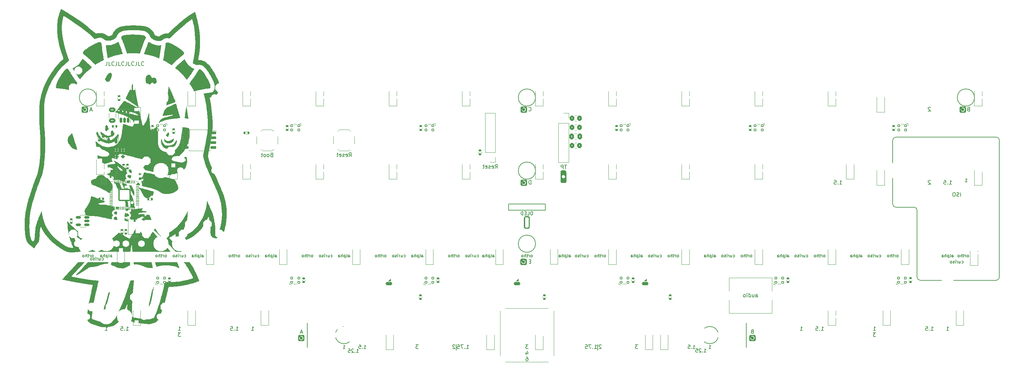
<source format=gbr>
%TF.GenerationSoftware,KiCad,Pcbnew,(7.0.0)*%
%TF.CreationDate,2023-11-20T17:19:36+01:00*%
%TF.ProjectId,alpha-curISO,616c7068-612d-4637-9572-49534f2e6b69,rev?*%
%TF.SameCoordinates,Original*%
%TF.FileFunction,Legend,Bot*%
%TF.FilePolarity,Positive*%
%FSLAX46Y46*%
G04 Gerber Fmt 4.6, Leading zero omitted, Abs format (unit mm)*
G04 Created by KiCad (PCBNEW (7.0.0)) date 2023-11-20 17:19:36*
%MOMM*%
%LPD*%
G01*
G04 APERTURE LIST*
G04 Aperture macros list*
%AMRoundRect*
0 Rectangle with rounded corners*
0 $1 Rounding radius*
0 $2 $3 $4 $5 $6 $7 $8 $9 X,Y pos of 4 corners*
0 Add a 4 corners polygon primitive as box body*
4,1,4,$2,$3,$4,$5,$6,$7,$8,$9,$2,$3,0*
0 Add four circle primitives for the rounded corners*
1,1,$1+$1,$2,$3*
1,1,$1+$1,$4,$5*
1,1,$1+$1,$6,$7*
1,1,$1+$1,$8,$9*
0 Add four rect primitives between the rounded corners*
20,1,$1+$1,$2,$3,$4,$5,0*
20,1,$1+$1,$4,$5,$6,$7,0*
20,1,$1+$1,$6,$7,$8,$9,0*
20,1,$1+$1,$8,$9,$2,$3,0*%
%AMFreePoly0*
4,1,17,0.480635,1.110355,1.110356,0.480635,1.125000,0.445280,1.125000,-0.445280,1.110356,-0.480635,0.480635,-1.110355,0.445280,-1.125000,-0.445280,-1.125000,-0.480635,-1.110356,-1.110355,-0.480635,-1.125000,-0.445280,-1.125000,0.445280,-1.110355,0.480635,-0.480635,1.110356,-0.445280,1.125000,0.445280,1.125000,0.480635,1.110355,0.480635,1.110355,$1*%
%AMFreePoly1*
4,1,14,0.985355,0.985355,1.000000,0.950000,1.000000,-0.950000,0.985355,-0.985355,0.950000,-1.000000,0.000000,-1.000000,-0.950000,-1.000000,-0.985355,-0.985355,-1.000000,-0.950000,-1.000000,0.950000,-0.985355,0.985355,-0.950000,1.000000,0.950000,1.000000,0.985355,0.985355,0.985355,0.985355,$1*%
%AMFreePoly2*
4,1,30,0.428858,0.985355,0.707104,0.707109,0.707107,0.707107,0.707109,0.707104,0.985356,0.428858,1.000000,0.393503,1.000000,-0.393503,0.985356,-0.428858,0.707109,-0.707104,0.707107,-0.707107,0.707104,-0.707109,0.428858,-0.985355,0.393503,-1.000000,0.000000,-1.000000,-0.393503,-1.000000,-0.428858,-0.985356,-0.707104,-0.707109,-0.707107,-0.707107,-0.707109,-0.707104,-0.985355,-0.428858,
-1.000000,-0.393503,-1.000000,0.393503,-0.985354,0.428858,-0.707111,0.707101,-0.707107,0.707107,-0.707101,0.707111,-0.428858,0.985356,-0.393503,1.000000,0.393503,1.000000,0.428858,0.985355,0.428858,0.985355,$1*%
%AMFreePoly3*
4,1,17,0.470280,1.085355,1.085355,0.470280,1.100000,0.434925,1.100000,-0.434925,1.085355,-0.470281,0.470280,-1.085355,0.434925,-1.100000,-0.434925,-1.100000,-0.470281,-1.085355,-1.085355,-0.470280,-1.100000,-0.434925,-1.100000,0.434925,-1.085355,0.470280,-0.470281,1.085355,-0.434925,1.100000,0.434925,1.100000,0.470280,1.085355,0.470280,1.085355,$1*%
%AMFreePoly4*
4,1,17,0.303973,0.683855,0.683855,0.303973,0.698500,0.268618,0.698500,-0.268618,0.683855,-0.303974,0.303973,-0.683855,0.268618,-0.698500,-0.268618,-0.698500,-0.303974,-0.683855,-0.683855,-0.303973,-0.698500,-0.268618,-0.698500,0.268618,-0.683855,0.303973,-0.303974,0.683855,-0.268618,0.698500,0.268618,0.698500,0.303973,0.683855,0.303973,0.683855,$1*%
%AMFreePoly5*
4,1,13,0.835355,0.835355,0.850000,0.800000,0.850000,-0.800000,0.835355,-0.835355,0.800000,-0.850000,-0.800000,-0.850000,-0.835355,-0.835355,-0.850000,-0.800000,-0.850000,0.800000,-0.835355,0.835355,-0.800000,0.850000,0.800000,0.850000,0.835355,0.835355,0.835355,0.835355,$1*%
%AMFreePoly6*
4,1,17,0.366726,0.835355,0.835355,0.366726,0.850000,0.331371,0.850000,-0.331371,0.835355,-0.366727,0.366726,-0.835355,0.331371,-0.850000,-0.331371,-0.850000,-0.366727,-0.835355,-0.835355,-0.366726,-0.850000,-0.331371,-0.850000,0.331371,-0.835355,0.366726,-0.366727,0.835355,-0.331371,0.850000,0.331371,0.850000,0.366726,0.835355,0.366726,0.835355,$1*%
G04 Aperture macros list end*
%ADD10C,0.150000*%
%ADD11C,0.120000*%
%ADD12C,0.100000*%
%ADD13C,1.750000*%
%ADD14C,3.987800*%
%ADD15FreePoly0,0.000000*%
%ADD16O,2.000000X3.200000*%
%ADD17FreePoly1,90.000000*%
%ADD18FreePoly2,90.000000*%
%ADD19C,3.048000*%
%ADD20FreePoly0,48.100000*%
%ADD21O,3.200000X2.000000*%
%ADD22FreePoly1,180.000000*%
%ADD23FreePoly2,180.000000*%
%ADD24C,4.000000*%
%ADD25FreePoly3,0.000000*%
%ADD26FreePoly1,0.000000*%
%ADD27FreePoly2,0.000000*%
%ADD28FreePoly4,0.000000*%
%ADD29FreePoly5,0.000000*%
%ADD30FreePoly6,0.000000*%
%ADD31R,1.100000X1.100000*%
%ADD32R,1.700000X1.000000*%
%ADD33R,1.700000X0.820000*%
%ADD34RoundRect,0.205000X0.645000X0.205000X-0.645000X0.205000X-0.645000X-0.205000X0.645000X-0.205000X0*%
%ADD35RoundRect,0.135000X0.185000X-0.135000X0.185000X0.135000X-0.185000X0.135000X-0.185000X-0.135000X0*%
%ADD36RoundRect,0.105000X0.245000X0.245000X-0.245000X0.245000X-0.245000X-0.245000X0.245000X-0.245000X0*%
%ADD37RoundRect,0.140000X-0.170000X0.140000X-0.170000X-0.140000X0.170000X-0.140000X0.170000X0.140000X0*%
%ADD38RoundRect,0.105000X-0.245000X-0.245000X0.245000X-0.245000X0.245000X0.245000X-0.245000X0.245000X0*%
%ADD39RoundRect,0.140000X0.170000X-0.140000X0.170000X0.140000X-0.170000X0.140000X-0.170000X-0.140000X0*%
%ADD40RoundRect,0.250000X-0.350000X-0.450000X0.350000X-0.450000X0.350000X0.450000X-0.350000X0.450000X0*%
%ADD41RoundRect,0.140000X0.140000X0.170000X-0.140000X0.170000X-0.140000X-0.170000X0.140000X-0.170000X0*%
%ADD42RoundRect,0.250000X0.337500X0.475000X-0.337500X0.475000X-0.337500X-0.475000X0.337500X-0.475000X0*%
%ADD43RoundRect,0.150000X0.512500X0.150000X-0.512500X0.150000X-0.512500X-0.150000X0.512500X-0.150000X0*%
%ADD44R,1.200000X1.400000*%
%ADD45RoundRect,0.150000X0.150000X-0.587500X0.150000X0.587500X-0.150000X0.587500X-0.150000X-0.587500X0*%
%ADD46RoundRect,0.140000X-0.140000X-0.170000X0.140000X-0.170000X0.140000X0.170000X-0.140000X0.170000X0*%
%ADD47RoundRect,0.135000X-0.185000X0.135000X-0.185000X-0.135000X0.185000X-0.135000X0.185000X0.135000X0*%
%ADD48R,1.200000X0.900000*%
%ADD49RoundRect,0.200000X-0.275000X0.200000X-0.275000X-0.200000X0.275000X-0.200000X0.275000X0.200000X0*%
%ADD50RoundRect,0.135000X0.135000X0.185000X-0.135000X0.185000X-0.135000X-0.185000X0.135000X-0.185000X0*%
%ADD51RoundRect,0.150000X0.650000X0.150000X-0.650000X0.150000X-0.650000X-0.150000X0.650000X-0.150000X0*%
%ADD52RoundRect,0.150000X0.150000X-0.512500X0.150000X0.512500X-0.150000X0.512500X-0.150000X-0.512500X0*%
%ADD53RoundRect,0.250000X-0.625000X0.375000X-0.625000X-0.375000X0.625000X-0.375000X0.625000X0.375000X0*%
%ADD54C,0.650000*%
%ADD55R,0.600000X2.450000*%
%ADD56R,0.300000X2.450000*%
%ADD57R,2.300000X2.300000*%
%ADD58RoundRect,0.050000X0.387500X0.050000X-0.387500X0.050000X-0.387500X-0.050000X0.387500X-0.050000X0*%
%ADD59RoundRect,0.050000X0.050000X0.387500X-0.050000X0.387500X-0.050000X-0.387500X0.050000X-0.387500X0*%
%ADD60RoundRect,0.144000X1.456000X1.456000X-1.456000X1.456000X-1.456000X-1.456000X1.456000X-1.456000X0*%
%ADD61RoundRect,0.250000X0.350000X0.450000X-0.350000X0.450000X-0.350000X-0.450000X0.350000X-0.450000X0*%
G04 APERTURE END LIST*
D10*
X248443800Y-87312450D02*
X243681250Y-87312500D01*
X243681250Y-69056250D02*
X269875000Y-69056250D01*
X270668750Y-69850000D02*
G75*
G03*
X269875000Y-69056250I-793850J-100D01*
G01*
X269875000Y-106362550D02*
G75*
G03*
X270668750Y-105568750I-100J793850D01*
G01*
X90487500Y-117475000D02*
X90487500Y-123825000D01*
X152400000Y-86518750D02*
X152400000Y-88106250D01*
X197507564Y-120650000D02*
G75*
G03*
X197507564Y-120650000I-2245064J0D01*
G01*
X149882564Y-77787500D02*
G75*
G03*
X149882564Y-77787500I-2245064J0D01*
G01*
X102257564Y-120650000D02*
G75*
G03*
X102257564Y-120650000I-2245064J0D01*
G01*
X249237550Y-105568700D02*
G75*
G03*
X250031300Y-106362450I793850J100D01*
G01*
X249237550Y-88106200D02*
X249237550Y-105568700D01*
X249237550Y-88106200D02*
G75*
G03*
X248443800Y-87312450I-793850J-100D01*
G01*
X243681250Y-69056300D02*
G75*
G03*
X242887500Y-69850000I50J-793800D01*
G01*
X142875000Y-86518750D02*
X152400000Y-86518750D01*
X242887500Y-86518750D02*
G75*
G03*
X243681250Y-87312500I793800J50D01*
G01*
X35582564Y-58737500D02*
G75*
G03*
X35582564Y-58737500I-2245064J0D01*
G01*
X152400000Y-88106250D02*
X142875000Y-88106250D01*
X129202064Y-123039224D02*
X129202064Y-124626724D01*
X149882564Y-96837500D02*
G75*
G03*
X149882564Y-96837500I-2245064J0D01*
G01*
X250031300Y-106362450D02*
X269875000Y-106362500D01*
X142875000Y-88106250D02*
X142875000Y-86518750D01*
X166085147Y-123036566D02*
X166085147Y-124624066D01*
X264182564Y-58737500D02*
G75*
G03*
X264182564Y-58737500I-2245064J0D01*
G01*
X149882564Y-58737500D02*
G75*
G03*
X149882564Y-58737500I-2245064J0D01*
G01*
X270668750Y-69850000D02*
X270668750Y-105568750D01*
X204787500Y-117475000D02*
X204787500Y-123825000D01*
X242887500Y-86518750D02*
X242887500Y-69850000D01*
X260556249Y-84504880D02*
X260556249Y-83504880D01*
X260127678Y-84457261D02*
X259984821Y-84504880D01*
X259984821Y-84504880D02*
X259746726Y-84504880D01*
X259746726Y-84504880D02*
X259651488Y-84457261D01*
X259651488Y-84457261D02*
X259603869Y-84409642D01*
X259603869Y-84409642D02*
X259556250Y-84314404D01*
X259556250Y-84314404D02*
X259556250Y-84219166D01*
X259556250Y-84219166D02*
X259603869Y-84123928D01*
X259603869Y-84123928D02*
X259651488Y-84076309D01*
X259651488Y-84076309D02*
X259746726Y-84028690D01*
X259746726Y-84028690D02*
X259937202Y-83981071D01*
X259937202Y-83981071D02*
X260032440Y-83933452D01*
X260032440Y-83933452D02*
X260080059Y-83885833D01*
X260080059Y-83885833D02*
X260127678Y-83790595D01*
X260127678Y-83790595D02*
X260127678Y-83695357D01*
X260127678Y-83695357D02*
X260080059Y-83600119D01*
X260080059Y-83600119D02*
X260032440Y-83552500D01*
X260032440Y-83552500D02*
X259937202Y-83504880D01*
X259937202Y-83504880D02*
X259699107Y-83504880D01*
X259699107Y-83504880D02*
X259556250Y-83552500D01*
X258937202Y-83504880D02*
X258746726Y-83504880D01*
X258746726Y-83504880D02*
X258651488Y-83552500D01*
X258651488Y-83552500D02*
X258556250Y-83647738D01*
X258556250Y-83647738D02*
X258508631Y-83838214D01*
X258508631Y-83838214D02*
X258508631Y-84171547D01*
X258508631Y-84171547D02*
X258556250Y-84362023D01*
X258556250Y-84362023D02*
X258651488Y-84457261D01*
X258651488Y-84457261D02*
X258746726Y-84504880D01*
X258746726Y-84504880D02*
X258937202Y-84504880D01*
X258937202Y-84504880D02*
X259032440Y-84457261D01*
X259032440Y-84457261D02*
X259127678Y-84362023D01*
X259127678Y-84362023D02*
X259175297Y-84171547D01*
X259175297Y-84171547D02*
X259175297Y-83838214D01*
X259175297Y-83838214D02*
X259127678Y-83647738D01*
X259127678Y-83647738D02*
X259032440Y-83552500D01*
X259032440Y-83552500D02*
X258937202Y-83504880D01*
X237839285Y-119429880D02*
X238410713Y-119429880D01*
X238124999Y-119429880D02*
X238124999Y-118429880D01*
X238124999Y-118429880D02*
X238220237Y-118572738D01*
X238220237Y-118572738D02*
X238315475Y-118667976D01*
X238315475Y-118667976D02*
X238410713Y-118715595D01*
X58445237Y-100268309D02*
X58521428Y-100306404D01*
X58521428Y-100306404D02*
X58673809Y-100306404D01*
X58673809Y-100306404D02*
X58749999Y-100268309D01*
X58749999Y-100268309D02*
X58788094Y-100230214D01*
X58788094Y-100230214D02*
X58826190Y-100154023D01*
X58826190Y-100154023D02*
X58826190Y-99925452D01*
X58826190Y-99925452D02*
X58788094Y-99849261D01*
X58788094Y-99849261D02*
X58749999Y-99811166D01*
X58749999Y-99811166D02*
X58673809Y-99773071D01*
X58673809Y-99773071D02*
X58521428Y-99773071D01*
X58521428Y-99773071D02*
X58445237Y-99811166D01*
X57759523Y-99773071D02*
X57759523Y-100306404D01*
X58102380Y-99773071D02*
X58102380Y-100192119D01*
X58102380Y-100192119D02*
X58064285Y-100268309D01*
X58064285Y-100268309D02*
X57988095Y-100306404D01*
X57988095Y-100306404D02*
X57873809Y-100306404D01*
X57873809Y-100306404D02*
X57797618Y-100268309D01*
X57797618Y-100268309D02*
X57759523Y-100230214D01*
X57378570Y-100306404D02*
X57378570Y-99773071D01*
X57378570Y-99925452D02*
X57340475Y-99849261D01*
X57340475Y-99849261D02*
X57302380Y-99811166D01*
X57302380Y-99811166D02*
X57226189Y-99773071D01*
X57226189Y-99773071D02*
X57149999Y-99773071D01*
X56883332Y-100306404D02*
X56883332Y-99773071D01*
X56883332Y-99506404D02*
X56921428Y-99544500D01*
X56921428Y-99544500D02*
X56883332Y-99582595D01*
X56883332Y-99582595D02*
X56845237Y-99544500D01*
X56845237Y-99544500D02*
X56883332Y-99506404D01*
X56883332Y-99506404D02*
X56883332Y-99582595D01*
X56540476Y-100268309D02*
X56464285Y-100306404D01*
X56464285Y-100306404D02*
X56311904Y-100306404D01*
X56311904Y-100306404D02*
X56235714Y-100268309D01*
X56235714Y-100268309D02*
X56197618Y-100192119D01*
X56197618Y-100192119D02*
X56197618Y-100154023D01*
X56197618Y-100154023D02*
X56235714Y-100077833D01*
X56235714Y-100077833D02*
X56311904Y-100039738D01*
X56311904Y-100039738D02*
X56426190Y-100039738D01*
X56426190Y-100039738D02*
X56502380Y-100001642D01*
X56502380Y-100001642D02*
X56540476Y-99925452D01*
X56540476Y-99925452D02*
X56540476Y-99887357D01*
X56540476Y-99887357D02*
X56502380Y-99811166D01*
X56502380Y-99811166D02*
X56426190Y-99773071D01*
X56426190Y-99773071D02*
X56311904Y-99773071D01*
X56311904Y-99773071D02*
X56235714Y-99811166D01*
X55740476Y-100306404D02*
X55816666Y-100268309D01*
X55816666Y-100268309D02*
X55854761Y-100230214D01*
X55854761Y-100230214D02*
X55892857Y-100154023D01*
X55892857Y-100154023D02*
X55892857Y-99925452D01*
X55892857Y-99925452D02*
X55854761Y-99849261D01*
X55854761Y-99849261D02*
X55816666Y-99811166D01*
X55816666Y-99811166D02*
X55740476Y-99773071D01*
X55740476Y-99773071D02*
X55626190Y-99773071D01*
X55626190Y-99773071D02*
X55549999Y-99811166D01*
X55549999Y-99811166D02*
X55511904Y-99849261D01*
X55511904Y-99849261D02*
X55473809Y-99925452D01*
X55473809Y-99925452D02*
X55473809Y-100154023D01*
X55473809Y-100154023D02*
X55511904Y-100230214D01*
X55511904Y-100230214D02*
X55549999Y-100268309D01*
X55549999Y-100268309D02*
X55626190Y-100306404D01*
X55626190Y-100306404D02*
X55740476Y-100306404D01*
X215436310Y-100306404D02*
X215436310Y-99887357D01*
X215436310Y-99887357D02*
X215474405Y-99811166D01*
X215474405Y-99811166D02*
X215550596Y-99773071D01*
X215550596Y-99773071D02*
X215702977Y-99773071D01*
X215702977Y-99773071D02*
X215779167Y-99811166D01*
X215436310Y-100268309D02*
X215512501Y-100306404D01*
X215512501Y-100306404D02*
X215702977Y-100306404D01*
X215702977Y-100306404D02*
X215779167Y-100268309D01*
X215779167Y-100268309D02*
X215817263Y-100192119D01*
X215817263Y-100192119D02*
X215817263Y-100115928D01*
X215817263Y-100115928D02*
X215779167Y-100039738D01*
X215779167Y-100039738D02*
X215702977Y-100001642D01*
X215702977Y-100001642D02*
X215512501Y-100001642D01*
X215512501Y-100001642D02*
X215436310Y-99963547D01*
X214941072Y-100306404D02*
X215017262Y-100268309D01*
X215017262Y-100268309D02*
X215055357Y-100192119D01*
X215055357Y-100192119D02*
X215055357Y-99506404D01*
X214636309Y-99773071D02*
X214636309Y-100573071D01*
X214636309Y-99811166D02*
X214560119Y-99773071D01*
X214560119Y-99773071D02*
X214407738Y-99773071D01*
X214407738Y-99773071D02*
X214331547Y-99811166D01*
X214331547Y-99811166D02*
X214293452Y-99849261D01*
X214293452Y-99849261D02*
X214255357Y-99925452D01*
X214255357Y-99925452D02*
X214255357Y-100154023D01*
X214255357Y-100154023D02*
X214293452Y-100230214D01*
X214293452Y-100230214D02*
X214331547Y-100268309D01*
X214331547Y-100268309D02*
X214407738Y-100306404D01*
X214407738Y-100306404D02*
X214560119Y-100306404D01*
X214560119Y-100306404D02*
X214636309Y-100268309D01*
X213912499Y-100306404D02*
X213912499Y-99506404D01*
X213569642Y-100306404D02*
X213569642Y-99887357D01*
X213569642Y-99887357D02*
X213607737Y-99811166D01*
X213607737Y-99811166D02*
X213683928Y-99773071D01*
X213683928Y-99773071D02*
X213798214Y-99773071D01*
X213798214Y-99773071D02*
X213874404Y-99811166D01*
X213874404Y-99811166D02*
X213912499Y-99849261D01*
X212845832Y-100306404D02*
X212845832Y-99887357D01*
X212845832Y-99887357D02*
X212883927Y-99811166D01*
X212883927Y-99811166D02*
X212960118Y-99773071D01*
X212960118Y-99773071D02*
X213112499Y-99773071D01*
X213112499Y-99773071D02*
X213188689Y-99811166D01*
X212845832Y-100268309D02*
X212922023Y-100306404D01*
X212922023Y-100306404D02*
X213112499Y-100306404D01*
X213112499Y-100306404D02*
X213188689Y-100268309D01*
X213188689Y-100268309D02*
X213226785Y-100192119D01*
X213226785Y-100192119D02*
X213226785Y-100115928D01*
X213226785Y-100115928D02*
X213188689Y-100039738D01*
X213188689Y-100039738D02*
X213112499Y-100001642D01*
X213112499Y-100001642D02*
X212922023Y-100001642D01*
X212922023Y-100001642D02*
X212845832Y-99963547D01*
X53644643Y-100306404D02*
X53720833Y-100268309D01*
X53720833Y-100268309D02*
X53758928Y-100230214D01*
X53758928Y-100230214D02*
X53797024Y-100154023D01*
X53797024Y-100154023D02*
X53797024Y-99925452D01*
X53797024Y-99925452D02*
X53758928Y-99849261D01*
X53758928Y-99849261D02*
X53720833Y-99811166D01*
X53720833Y-99811166D02*
X53644643Y-99773071D01*
X53644643Y-99773071D02*
X53530357Y-99773071D01*
X53530357Y-99773071D02*
X53454166Y-99811166D01*
X53454166Y-99811166D02*
X53416071Y-99849261D01*
X53416071Y-99849261D02*
X53377976Y-99925452D01*
X53377976Y-99925452D02*
X53377976Y-100154023D01*
X53377976Y-100154023D02*
X53416071Y-100230214D01*
X53416071Y-100230214D02*
X53454166Y-100268309D01*
X53454166Y-100268309D02*
X53530357Y-100306404D01*
X53530357Y-100306404D02*
X53644643Y-100306404D01*
X53035118Y-100306404D02*
X53035118Y-99773071D01*
X53035118Y-99925452D02*
X52997023Y-99849261D01*
X52997023Y-99849261D02*
X52958928Y-99811166D01*
X52958928Y-99811166D02*
X52882737Y-99773071D01*
X52882737Y-99773071D02*
X52806547Y-99773071D01*
X52654166Y-99773071D02*
X52349404Y-99773071D01*
X52539880Y-99506404D02*
X52539880Y-100192119D01*
X52539880Y-100192119D02*
X52501785Y-100268309D01*
X52501785Y-100268309D02*
X52425595Y-100306404D01*
X52425595Y-100306404D02*
X52349404Y-100306404D01*
X52082737Y-100306404D02*
X52082737Y-99506404D01*
X51739880Y-100306404D02*
X51739880Y-99887357D01*
X51739880Y-99887357D02*
X51777975Y-99811166D01*
X51777975Y-99811166D02*
X51854166Y-99773071D01*
X51854166Y-99773071D02*
X51968452Y-99773071D01*
X51968452Y-99773071D02*
X52044642Y-99811166D01*
X52044642Y-99811166D02*
X52082737Y-99849261D01*
X51244642Y-100306404D02*
X51320832Y-100268309D01*
X51320832Y-100268309D02*
X51358927Y-100230214D01*
X51358927Y-100230214D02*
X51397023Y-100154023D01*
X51397023Y-100154023D02*
X51397023Y-99925452D01*
X51397023Y-99925452D02*
X51358927Y-99849261D01*
X51358927Y-99849261D02*
X51320832Y-99811166D01*
X51320832Y-99811166D02*
X51244642Y-99773071D01*
X51244642Y-99773071D02*
X51130356Y-99773071D01*
X51130356Y-99773071D02*
X51054165Y-99811166D01*
X51054165Y-99811166D02*
X51016070Y-99849261D01*
X51016070Y-99849261D02*
X50977975Y-99925452D01*
X50977975Y-99925452D02*
X50977975Y-100154023D01*
X50977975Y-100154023D02*
X51016070Y-100230214D01*
X51016070Y-100230214D02*
X51054165Y-100268309D01*
X51054165Y-100268309D02*
X51130356Y-100306404D01*
X51130356Y-100306404D02*
X51244642Y-100306404D01*
X110794643Y-100306404D02*
X110870833Y-100268309D01*
X110870833Y-100268309D02*
X110908928Y-100230214D01*
X110908928Y-100230214D02*
X110947024Y-100154023D01*
X110947024Y-100154023D02*
X110947024Y-99925452D01*
X110947024Y-99925452D02*
X110908928Y-99849261D01*
X110908928Y-99849261D02*
X110870833Y-99811166D01*
X110870833Y-99811166D02*
X110794643Y-99773071D01*
X110794643Y-99773071D02*
X110680357Y-99773071D01*
X110680357Y-99773071D02*
X110604166Y-99811166D01*
X110604166Y-99811166D02*
X110566071Y-99849261D01*
X110566071Y-99849261D02*
X110527976Y-99925452D01*
X110527976Y-99925452D02*
X110527976Y-100154023D01*
X110527976Y-100154023D02*
X110566071Y-100230214D01*
X110566071Y-100230214D02*
X110604166Y-100268309D01*
X110604166Y-100268309D02*
X110680357Y-100306404D01*
X110680357Y-100306404D02*
X110794643Y-100306404D01*
X110185118Y-100306404D02*
X110185118Y-99773071D01*
X110185118Y-99925452D02*
X110147023Y-99849261D01*
X110147023Y-99849261D02*
X110108928Y-99811166D01*
X110108928Y-99811166D02*
X110032737Y-99773071D01*
X110032737Y-99773071D02*
X109956547Y-99773071D01*
X109804166Y-99773071D02*
X109499404Y-99773071D01*
X109689880Y-99506404D02*
X109689880Y-100192119D01*
X109689880Y-100192119D02*
X109651785Y-100268309D01*
X109651785Y-100268309D02*
X109575595Y-100306404D01*
X109575595Y-100306404D02*
X109499404Y-100306404D01*
X109232737Y-100306404D02*
X109232737Y-99506404D01*
X108889880Y-100306404D02*
X108889880Y-99887357D01*
X108889880Y-99887357D02*
X108927975Y-99811166D01*
X108927975Y-99811166D02*
X109004166Y-99773071D01*
X109004166Y-99773071D02*
X109118452Y-99773071D01*
X109118452Y-99773071D02*
X109194642Y-99811166D01*
X109194642Y-99811166D02*
X109232737Y-99849261D01*
X108394642Y-100306404D02*
X108470832Y-100268309D01*
X108470832Y-100268309D02*
X108508927Y-100230214D01*
X108508927Y-100230214D02*
X108547023Y-100154023D01*
X108547023Y-100154023D02*
X108547023Y-99925452D01*
X108547023Y-99925452D02*
X108508927Y-99849261D01*
X108508927Y-99849261D02*
X108470832Y-99811166D01*
X108470832Y-99811166D02*
X108394642Y-99773071D01*
X108394642Y-99773071D02*
X108280356Y-99773071D01*
X108280356Y-99773071D02*
X108204165Y-99811166D01*
X108204165Y-99811166D02*
X108166070Y-99849261D01*
X108166070Y-99849261D02*
X108127975Y-99925452D01*
X108127975Y-99925452D02*
X108127975Y-100154023D01*
X108127975Y-100154023D02*
X108166070Y-100230214D01*
X108166070Y-100230214D02*
X108204165Y-100268309D01*
X108204165Y-100268309D02*
X108280356Y-100306404D01*
X108280356Y-100306404D02*
X108394642Y-100306404D01*
X224266071Y-119429880D02*
X224837499Y-119429880D01*
X224551785Y-119429880D02*
X224551785Y-118429880D01*
X224551785Y-118429880D02*
X224647023Y-118572738D01*
X224647023Y-118572738D02*
X224742261Y-118667976D01*
X224742261Y-118667976D02*
X224837499Y-118715595D01*
X223837499Y-119334642D02*
X223789880Y-119382261D01*
X223789880Y-119382261D02*
X223837499Y-119429880D01*
X223837499Y-119429880D02*
X223885118Y-119382261D01*
X223885118Y-119382261D02*
X223837499Y-119334642D01*
X223837499Y-119334642D02*
X223837499Y-119429880D01*
X222885119Y-118429880D02*
X223361309Y-118429880D01*
X223361309Y-118429880D02*
X223408928Y-118906071D01*
X223408928Y-118906071D02*
X223361309Y-118858452D01*
X223361309Y-118858452D02*
X223266071Y-118810833D01*
X223266071Y-118810833D02*
X223027976Y-118810833D01*
X223027976Y-118810833D02*
X222932738Y-118858452D01*
X222932738Y-118858452D02*
X222885119Y-118906071D01*
X222885119Y-118906071D02*
X222837500Y-119001309D01*
X222837500Y-119001309D02*
X222837500Y-119239404D01*
X222837500Y-119239404D02*
X222885119Y-119334642D01*
X222885119Y-119334642D02*
X222932738Y-119382261D01*
X222932738Y-119382261D02*
X223027976Y-119429880D01*
X223027976Y-119429880D02*
X223266071Y-119429880D01*
X223266071Y-119429880D02*
X223361309Y-119382261D01*
X223361309Y-119382261D02*
X223408928Y-119334642D01*
X257603571Y-81329880D02*
X258174999Y-81329880D01*
X257889285Y-81329880D02*
X257889285Y-80329880D01*
X257889285Y-80329880D02*
X257984523Y-80472738D01*
X257984523Y-80472738D02*
X258079761Y-80567976D01*
X258079761Y-80567976D02*
X258174999Y-80615595D01*
X257174999Y-81234642D02*
X257127380Y-81282261D01*
X257127380Y-81282261D02*
X257174999Y-81329880D01*
X257174999Y-81329880D02*
X257222618Y-81282261D01*
X257222618Y-81282261D02*
X257174999Y-81234642D01*
X257174999Y-81234642D02*
X257174999Y-81329880D01*
X256222619Y-80329880D02*
X256698809Y-80329880D01*
X256698809Y-80329880D02*
X256746428Y-80806071D01*
X256746428Y-80806071D02*
X256698809Y-80758452D01*
X256698809Y-80758452D02*
X256603571Y-80710833D01*
X256603571Y-80710833D02*
X256365476Y-80710833D01*
X256365476Y-80710833D02*
X256270238Y-80758452D01*
X256270238Y-80758452D02*
X256222619Y-80806071D01*
X256222619Y-80806071D02*
X256175000Y-80901309D01*
X256175000Y-80901309D02*
X256175000Y-81139404D01*
X256175000Y-81139404D02*
X256222619Y-81234642D01*
X256222619Y-81234642D02*
X256270238Y-81282261D01*
X256270238Y-81282261D02*
X256365476Y-81329880D01*
X256365476Y-81329880D02*
X256603571Y-81329880D01*
X256603571Y-81329880D02*
X256698809Y-81282261D01*
X256698809Y-81282261D02*
X256746428Y-81234642D01*
X165211011Y-124192380D02*
X165782439Y-124192380D01*
X165496725Y-124192380D02*
X165496725Y-123192380D01*
X165496725Y-123192380D02*
X165591963Y-123335238D01*
X165591963Y-123335238D02*
X165687201Y-123430476D01*
X165687201Y-123430476D02*
X165782439Y-123478095D01*
X164782439Y-124097142D02*
X164734820Y-124144761D01*
X164734820Y-124144761D02*
X164782439Y-124192380D01*
X164782439Y-124192380D02*
X164830058Y-124144761D01*
X164830058Y-124144761D02*
X164782439Y-124097142D01*
X164782439Y-124097142D02*
X164782439Y-124192380D01*
X164401487Y-123192380D02*
X163734821Y-123192380D01*
X163734821Y-123192380D02*
X164163392Y-124192380D01*
X162877678Y-123192380D02*
X163353868Y-123192380D01*
X163353868Y-123192380D02*
X163401487Y-123668571D01*
X163401487Y-123668571D02*
X163353868Y-123620952D01*
X163353868Y-123620952D02*
X163258630Y-123573333D01*
X163258630Y-123573333D02*
X163020535Y-123573333D01*
X163020535Y-123573333D02*
X162925297Y-123620952D01*
X162925297Y-123620952D02*
X162877678Y-123668571D01*
X162877678Y-123668571D02*
X162830059Y-123763809D01*
X162830059Y-123763809D02*
X162830059Y-124001904D01*
X162830059Y-124001904D02*
X162877678Y-124097142D01*
X162877678Y-124097142D02*
X162925297Y-124144761D01*
X162925297Y-124144761D02*
X163020535Y-124192380D01*
X163020535Y-124192380D02*
X163258630Y-124192380D01*
X163258630Y-124192380D02*
X163353868Y-124144761D01*
X163353868Y-124144761D02*
X163401487Y-124097142D01*
X220370237Y-100268309D02*
X220446428Y-100306404D01*
X220446428Y-100306404D02*
X220598809Y-100306404D01*
X220598809Y-100306404D02*
X220674999Y-100268309D01*
X220674999Y-100268309D02*
X220713094Y-100230214D01*
X220713094Y-100230214D02*
X220751190Y-100154023D01*
X220751190Y-100154023D02*
X220751190Y-99925452D01*
X220751190Y-99925452D02*
X220713094Y-99849261D01*
X220713094Y-99849261D02*
X220674999Y-99811166D01*
X220674999Y-99811166D02*
X220598809Y-99773071D01*
X220598809Y-99773071D02*
X220446428Y-99773071D01*
X220446428Y-99773071D02*
X220370237Y-99811166D01*
X219684523Y-99773071D02*
X219684523Y-100306404D01*
X220027380Y-99773071D02*
X220027380Y-100192119D01*
X220027380Y-100192119D02*
X219989285Y-100268309D01*
X219989285Y-100268309D02*
X219913095Y-100306404D01*
X219913095Y-100306404D02*
X219798809Y-100306404D01*
X219798809Y-100306404D02*
X219722618Y-100268309D01*
X219722618Y-100268309D02*
X219684523Y-100230214D01*
X219303570Y-100306404D02*
X219303570Y-99773071D01*
X219303570Y-99925452D02*
X219265475Y-99849261D01*
X219265475Y-99849261D02*
X219227380Y-99811166D01*
X219227380Y-99811166D02*
X219151189Y-99773071D01*
X219151189Y-99773071D02*
X219074999Y-99773071D01*
X218808332Y-100306404D02*
X218808332Y-99773071D01*
X218808332Y-99506404D02*
X218846428Y-99544500D01*
X218846428Y-99544500D02*
X218808332Y-99582595D01*
X218808332Y-99582595D02*
X218770237Y-99544500D01*
X218770237Y-99544500D02*
X218808332Y-99506404D01*
X218808332Y-99506404D02*
X218808332Y-99582595D01*
X218465476Y-100268309D02*
X218389285Y-100306404D01*
X218389285Y-100306404D02*
X218236904Y-100306404D01*
X218236904Y-100306404D02*
X218160714Y-100268309D01*
X218160714Y-100268309D02*
X218122618Y-100192119D01*
X218122618Y-100192119D02*
X218122618Y-100154023D01*
X218122618Y-100154023D02*
X218160714Y-100077833D01*
X218160714Y-100077833D02*
X218236904Y-100039738D01*
X218236904Y-100039738D02*
X218351190Y-100039738D01*
X218351190Y-100039738D02*
X218427380Y-100001642D01*
X218427380Y-100001642D02*
X218465476Y-99925452D01*
X218465476Y-99925452D02*
X218465476Y-99887357D01*
X218465476Y-99887357D02*
X218427380Y-99811166D01*
X218427380Y-99811166D02*
X218351190Y-99773071D01*
X218351190Y-99773071D02*
X218236904Y-99773071D01*
X218236904Y-99773071D02*
X218160714Y-99811166D01*
X217665476Y-100306404D02*
X217741666Y-100268309D01*
X217741666Y-100268309D02*
X217779761Y-100230214D01*
X217779761Y-100230214D02*
X217817857Y-100154023D01*
X217817857Y-100154023D02*
X217817857Y-99925452D01*
X217817857Y-99925452D02*
X217779761Y-99849261D01*
X217779761Y-99849261D02*
X217741666Y-99811166D01*
X217741666Y-99811166D02*
X217665476Y-99773071D01*
X217665476Y-99773071D02*
X217551190Y-99773071D01*
X217551190Y-99773071D02*
X217474999Y-99811166D01*
X217474999Y-99811166D02*
X217436904Y-99849261D01*
X217436904Y-99849261D02*
X217398809Y-99925452D01*
X217398809Y-99925452D02*
X217398809Y-100154023D01*
X217398809Y-100154023D02*
X217436904Y-100230214D01*
X217436904Y-100230214D02*
X217474999Y-100268309D01*
X217474999Y-100268309D02*
X217551190Y-100306404D01*
X217551190Y-100306404D02*
X217665476Y-100306404D01*
X36982237Y-101062059D02*
X37058428Y-101100154D01*
X37058428Y-101100154D02*
X37210809Y-101100154D01*
X37210809Y-101100154D02*
X37286999Y-101062059D01*
X37286999Y-101062059D02*
X37325094Y-101023964D01*
X37325094Y-101023964D02*
X37363190Y-100947773D01*
X37363190Y-100947773D02*
X37363190Y-100719202D01*
X37363190Y-100719202D02*
X37325094Y-100643011D01*
X37325094Y-100643011D02*
X37286999Y-100604916D01*
X37286999Y-100604916D02*
X37210809Y-100566821D01*
X37210809Y-100566821D02*
X37058428Y-100566821D01*
X37058428Y-100566821D02*
X36982237Y-100604916D01*
X36296523Y-100566821D02*
X36296523Y-101100154D01*
X36639380Y-100566821D02*
X36639380Y-100985869D01*
X36639380Y-100985869D02*
X36601285Y-101062059D01*
X36601285Y-101062059D02*
X36525095Y-101100154D01*
X36525095Y-101100154D02*
X36410809Y-101100154D01*
X36410809Y-101100154D02*
X36334618Y-101062059D01*
X36334618Y-101062059D02*
X36296523Y-101023964D01*
X35915570Y-101100154D02*
X35915570Y-100566821D01*
X35915570Y-100719202D02*
X35877475Y-100643011D01*
X35877475Y-100643011D02*
X35839380Y-100604916D01*
X35839380Y-100604916D02*
X35763189Y-100566821D01*
X35763189Y-100566821D02*
X35686999Y-100566821D01*
X35420332Y-101100154D02*
X35420332Y-100566821D01*
X35420332Y-100300154D02*
X35458428Y-100338250D01*
X35458428Y-100338250D02*
X35420332Y-100376345D01*
X35420332Y-100376345D02*
X35382237Y-100338250D01*
X35382237Y-100338250D02*
X35420332Y-100300154D01*
X35420332Y-100300154D02*
X35420332Y-100376345D01*
X35077476Y-101062059D02*
X35001285Y-101100154D01*
X35001285Y-101100154D02*
X34848904Y-101100154D01*
X34848904Y-101100154D02*
X34772714Y-101062059D01*
X34772714Y-101062059D02*
X34734618Y-100985869D01*
X34734618Y-100985869D02*
X34734618Y-100947773D01*
X34734618Y-100947773D02*
X34772714Y-100871583D01*
X34772714Y-100871583D02*
X34848904Y-100833488D01*
X34848904Y-100833488D02*
X34963190Y-100833488D01*
X34963190Y-100833488D02*
X35039380Y-100795392D01*
X35039380Y-100795392D02*
X35077476Y-100719202D01*
X35077476Y-100719202D02*
X35077476Y-100681107D01*
X35077476Y-100681107D02*
X35039380Y-100604916D01*
X35039380Y-100604916D02*
X34963190Y-100566821D01*
X34963190Y-100566821D02*
X34848904Y-100566821D01*
X34848904Y-100566821D02*
X34772714Y-100604916D01*
X34277476Y-101100154D02*
X34353666Y-101062059D01*
X34353666Y-101062059D02*
X34391761Y-101023964D01*
X34391761Y-101023964D02*
X34429857Y-100947773D01*
X34429857Y-100947773D02*
X34429857Y-100719202D01*
X34429857Y-100719202D02*
X34391761Y-100643011D01*
X34391761Y-100643011D02*
X34353666Y-100604916D01*
X34353666Y-100604916D02*
X34277476Y-100566821D01*
X34277476Y-100566821D02*
X34163190Y-100566821D01*
X34163190Y-100566821D02*
X34086999Y-100604916D01*
X34086999Y-100604916D02*
X34048904Y-100643011D01*
X34048904Y-100643011D02*
X34010809Y-100719202D01*
X34010809Y-100719202D02*
X34010809Y-100947773D01*
X34010809Y-100947773D02*
X34048904Y-101023964D01*
X34048904Y-101023964D02*
X34086999Y-101062059D01*
X34086999Y-101062059D02*
X34163190Y-101100154D01*
X34163190Y-101100154D02*
X34277476Y-101100154D01*
X81129047Y-73662321D02*
X80986190Y-73709940D01*
X80986190Y-73709940D02*
X80938571Y-73757559D01*
X80938571Y-73757559D02*
X80890952Y-73852797D01*
X80890952Y-73852797D02*
X80890952Y-73995654D01*
X80890952Y-73995654D02*
X80938571Y-74090892D01*
X80938571Y-74090892D02*
X80986190Y-74138511D01*
X80986190Y-74138511D02*
X81081428Y-74186130D01*
X81081428Y-74186130D02*
X81462380Y-74186130D01*
X81462380Y-74186130D02*
X81462380Y-73186130D01*
X81462380Y-73186130D02*
X81129047Y-73186130D01*
X81129047Y-73186130D02*
X81033809Y-73233750D01*
X81033809Y-73233750D02*
X80986190Y-73281369D01*
X80986190Y-73281369D02*
X80938571Y-73376607D01*
X80938571Y-73376607D02*
X80938571Y-73471845D01*
X80938571Y-73471845D02*
X80986190Y-73567083D01*
X80986190Y-73567083D02*
X81033809Y-73614702D01*
X81033809Y-73614702D02*
X81129047Y-73662321D01*
X81129047Y-73662321D02*
X81462380Y-73662321D01*
X80319523Y-74186130D02*
X80414761Y-74138511D01*
X80414761Y-74138511D02*
X80462380Y-74090892D01*
X80462380Y-74090892D02*
X80509999Y-73995654D01*
X80509999Y-73995654D02*
X80509999Y-73709940D01*
X80509999Y-73709940D02*
X80462380Y-73614702D01*
X80462380Y-73614702D02*
X80414761Y-73567083D01*
X80414761Y-73567083D02*
X80319523Y-73519464D01*
X80319523Y-73519464D02*
X80176666Y-73519464D01*
X80176666Y-73519464D02*
X80081428Y-73567083D01*
X80081428Y-73567083D02*
X80033809Y-73614702D01*
X80033809Y-73614702D02*
X79986190Y-73709940D01*
X79986190Y-73709940D02*
X79986190Y-73995654D01*
X79986190Y-73995654D02*
X80033809Y-74090892D01*
X80033809Y-74090892D02*
X80081428Y-74138511D01*
X80081428Y-74138511D02*
X80176666Y-74186130D01*
X80176666Y-74186130D02*
X80319523Y-74186130D01*
X79414761Y-74186130D02*
X79509999Y-74138511D01*
X79509999Y-74138511D02*
X79557618Y-74090892D01*
X79557618Y-74090892D02*
X79605237Y-73995654D01*
X79605237Y-73995654D02*
X79605237Y-73709940D01*
X79605237Y-73709940D02*
X79557618Y-73614702D01*
X79557618Y-73614702D02*
X79509999Y-73567083D01*
X79509999Y-73567083D02*
X79414761Y-73519464D01*
X79414761Y-73519464D02*
X79271904Y-73519464D01*
X79271904Y-73519464D02*
X79176666Y-73567083D01*
X79176666Y-73567083D02*
X79129047Y-73614702D01*
X79129047Y-73614702D02*
X79081428Y-73709940D01*
X79081428Y-73709940D02*
X79081428Y-73995654D01*
X79081428Y-73995654D02*
X79129047Y-74090892D01*
X79129047Y-74090892D02*
X79176666Y-74138511D01*
X79176666Y-74138511D02*
X79271904Y-74186130D01*
X79271904Y-74186130D02*
X79414761Y-74186130D01*
X78795713Y-73519464D02*
X78414761Y-73519464D01*
X78652856Y-73186130D02*
X78652856Y-74043273D01*
X78652856Y-74043273D02*
X78605237Y-74138511D01*
X78605237Y-74138511D02*
X78509999Y-74186130D01*
X78509999Y-74186130D02*
X78414761Y-74186130D01*
X91744643Y-100306404D02*
X91820833Y-100268309D01*
X91820833Y-100268309D02*
X91858928Y-100230214D01*
X91858928Y-100230214D02*
X91897024Y-100154023D01*
X91897024Y-100154023D02*
X91897024Y-99925452D01*
X91897024Y-99925452D02*
X91858928Y-99849261D01*
X91858928Y-99849261D02*
X91820833Y-99811166D01*
X91820833Y-99811166D02*
X91744643Y-99773071D01*
X91744643Y-99773071D02*
X91630357Y-99773071D01*
X91630357Y-99773071D02*
X91554166Y-99811166D01*
X91554166Y-99811166D02*
X91516071Y-99849261D01*
X91516071Y-99849261D02*
X91477976Y-99925452D01*
X91477976Y-99925452D02*
X91477976Y-100154023D01*
X91477976Y-100154023D02*
X91516071Y-100230214D01*
X91516071Y-100230214D02*
X91554166Y-100268309D01*
X91554166Y-100268309D02*
X91630357Y-100306404D01*
X91630357Y-100306404D02*
X91744643Y-100306404D01*
X91135118Y-100306404D02*
X91135118Y-99773071D01*
X91135118Y-99925452D02*
X91097023Y-99849261D01*
X91097023Y-99849261D02*
X91058928Y-99811166D01*
X91058928Y-99811166D02*
X90982737Y-99773071D01*
X90982737Y-99773071D02*
X90906547Y-99773071D01*
X90754166Y-99773071D02*
X90449404Y-99773071D01*
X90639880Y-99506404D02*
X90639880Y-100192119D01*
X90639880Y-100192119D02*
X90601785Y-100268309D01*
X90601785Y-100268309D02*
X90525595Y-100306404D01*
X90525595Y-100306404D02*
X90449404Y-100306404D01*
X90182737Y-100306404D02*
X90182737Y-99506404D01*
X89839880Y-100306404D02*
X89839880Y-99887357D01*
X89839880Y-99887357D02*
X89877975Y-99811166D01*
X89877975Y-99811166D02*
X89954166Y-99773071D01*
X89954166Y-99773071D02*
X90068452Y-99773071D01*
X90068452Y-99773071D02*
X90144642Y-99811166D01*
X90144642Y-99811166D02*
X90182737Y-99849261D01*
X89344642Y-100306404D02*
X89420832Y-100268309D01*
X89420832Y-100268309D02*
X89458927Y-100230214D01*
X89458927Y-100230214D02*
X89497023Y-100154023D01*
X89497023Y-100154023D02*
X89497023Y-99925452D01*
X89497023Y-99925452D02*
X89458927Y-99849261D01*
X89458927Y-99849261D02*
X89420832Y-99811166D01*
X89420832Y-99811166D02*
X89344642Y-99773071D01*
X89344642Y-99773071D02*
X89230356Y-99773071D01*
X89230356Y-99773071D02*
X89154165Y-99811166D01*
X89154165Y-99811166D02*
X89116070Y-99849261D01*
X89116070Y-99849261D02*
X89077975Y-99925452D01*
X89077975Y-99925452D02*
X89077975Y-100154023D01*
X89077975Y-100154023D02*
X89116070Y-100230214D01*
X89116070Y-100230214D02*
X89154165Y-100268309D01*
X89154165Y-100268309D02*
X89230356Y-100306404D01*
X89230356Y-100306404D02*
X89344642Y-100306404D01*
X218789285Y-119429880D02*
X219360713Y-119429880D01*
X219074999Y-119429880D02*
X219074999Y-118429880D01*
X219074999Y-118429880D02*
X219170237Y-118572738D01*
X219170237Y-118572738D02*
X219265475Y-118667976D01*
X219265475Y-118667976D02*
X219360713Y-118715595D01*
X34369344Y-61994166D02*
X33893154Y-61994166D01*
X34464582Y-62279880D02*
X34131249Y-61279880D01*
X34131249Y-61279880D02*
X33797916Y-62279880D01*
X182270237Y-100268309D02*
X182346428Y-100306404D01*
X182346428Y-100306404D02*
X182498809Y-100306404D01*
X182498809Y-100306404D02*
X182574999Y-100268309D01*
X182574999Y-100268309D02*
X182613094Y-100230214D01*
X182613094Y-100230214D02*
X182651190Y-100154023D01*
X182651190Y-100154023D02*
X182651190Y-99925452D01*
X182651190Y-99925452D02*
X182613094Y-99849261D01*
X182613094Y-99849261D02*
X182574999Y-99811166D01*
X182574999Y-99811166D02*
X182498809Y-99773071D01*
X182498809Y-99773071D02*
X182346428Y-99773071D01*
X182346428Y-99773071D02*
X182270237Y-99811166D01*
X181584523Y-99773071D02*
X181584523Y-100306404D01*
X181927380Y-99773071D02*
X181927380Y-100192119D01*
X181927380Y-100192119D02*
X181889285Y-100268309D01*
X181889285Y-100268309D02*
X181813095Y-100306404D01*
X181813095Y-100306404D02*
X181698809Y-100306404D01*
X181698809Y-100306404D02*
X181622618Y-100268309D01*
X181622618Y-100268309D02*
X181584523Y-100230214D01*
X181203570Y-100306404D02*
X181203570Y-99773071D01*
X181203570Y-99925452D02*
X181165475Y-99849261D01*
X181165475Y-99849261D02*
X181127380Y-99811166D01*
X181127380Y-99811166D02*
X181051189Y-99773071D01*
X181051189Y-99773071D02*
X180974999Y-99773071D01*
X180708332Y-100306404D02*
X180708332Y-99773071D01*
X180708332Y-99506404D02*
X180746428Y-99544500D01*
X180746428Y-99544500D02*
X180708332Y-99582595D01*
X180708332Y-99582595D02*
X180670237Y-99544500D01*
X180670237Y-99544500D02*
X180708332Y-99506404D01*
X180708332Y-99506404D02*
X180708332Y-99582595D01*
X180365476Y-100268309D02*
X180289285Y-100306404D01*
X180289285Y-100306404D02*
X180136904Y-100306404D01*
X180136904Y-100306404D02*
X180060714Y-100268309D01*
X180060714Y-100268309D02*
X180022618Y-100192119D01*
X180022618Y-100192119D02*
X180022618Y-100154023D01*
X180022618Y-100154023D02*
X180060714Y-100077833D01*
X180060714Y-100077833D02*
X180136904Y-100039738D01*
X180136904Y-100039738D02*
X180251190Y-100039738D01*
X180251190Y-100039738D02*
X180327380Y-100001642D01*
X180327380Y-100001642D02*
X180365476Y-99925452D01*
X180365476Y-99925452D02*
X180365476Y-99887357D01*
X180365476Y-99887357D02*
X180327380Y-99811166D01*
X180327380Y-99811166D02*
X180251190Y-99773071D01*
X180251190Y-99773071D02*
X180136904Y-99773071D01*
X180136904Y-99773071D02*
X180060714Y-99811166D01*
X179565476Y-100306404D02*
X179641666Y-100268309D01*
X179641666Y-100268309D02*
X179679761Y-100230214D01*
X179679761Y-100230214D02*
X179717857Y-100154023D01*
X179717857Y-100154023D02*
X179717857Y-99925452D01*
X179717857Y-99925452D02*
X179679761Y-99849261D01*
X179679761Y-99849261D02*
X179641666Y-99811166D01*
X179641666Y-99811166D02*
X179565476Y-99773071D01*
X179565476Y-99773071D02*
X179451190Y-99773071D01*
X179451190Y-99773071D02*
X179374999Y-99811166D01*
X179374999Y-99811166D02*
X179336904Y-99849261D01*
X179336904Y-99849261D02*
X179298809Y-99925452D01*
X179298809Y-99925452D02*
X179298809Y-100154023D01*
X179298809Y-100154023D02*
X179336904Y-100230214D01*
X179336904Y-100230214D02*
X179374999Y-100268309D01*
X179374999Y-100268309D02*
X179451190Y-100306404D01*
X179451190Y-100306404D02*
X179565476Y-100306404D01*
X158011713Y-76329380D02*
X157440285Y-76329380D01*
X157725999Y-77329380D02*
X157725999Y-76329380D01*
X157106951Y-77329380D02*
X157106951Y-76329380D01*
X157106951Y-76329380D02*
X156725999Y-76329380D01*
X156725999Y-76329380D02*
X156630761Y-76377000D01*
X156630761Y-76377000D02*
X156583142Y-76424619D01*
X156583142Y-76424619D02*
X156535523Y-76519857D01*
X156535523Y-76519857D02*
X156535523Y-76662714D01*
X156535523Y-76662714D02*
X156583142Y-76757952D01*
X156583142Y-76757952D02*
X156630761Y-76805571D01*
X156630761Y-76805571D02*
X156725999Y-76853190D01*
X156725999Y-76853190D02*
X157106951Y-76853190D01*
X63036310Y-100306404D02*
X63036310Y-99887357D01*
X63036310Y-99887357D02*
X63074405Y-99811166D01*
X63074405Y-99811166D02*
X63150596Y-99773071D01*
X63150596Y-99773071D02*
X63302977Y-99773071D01*
X63302977Y-99773071D02*
X63379167Y-99811166D01*
X63036310Y-100268309D02*
X63112501Y-100306404D01*
X63112501Y-100306404D02*
X63302977Y-100306404D01*
X63302977Y-100306404D02*
X63379167Y-100268309D01*
X63379167Y-100268309D02*
X63417263Y-100192119D01*
X63417263Y-100192119D02*
X63417263Y-100115928D01*
X63417263Y-100115928D02*
X63379167Y-100039738D01*
X63379167Y-100039738D02*
X63302977Y-100001642D01*
X63302977Y-100001642D02*
X63112501Y-100001642D01*
X63112501Y-100001642D02*
X63036310Y-99963547D01*
X62541072Y-100306404D02*
X62617262Y-100268309D01*
X62617262Y-100268309D02*
X62655357Y-100192119D01*
X62655357Y-100192119D02*
X62655357Y-99506404D01*
X62236309Y-99773071D02*
X62236309Y-100573071D01*
X62236309Y-99811166D02*
X62160119Y-99773071D01*
X62160119Y-99773071D02*
X62007738Y-99773071D01*
X62007738Y-99773071D02*
X61931547Y-99811166D01*
X61931547Y-99811166D02*
X61893452Y-99849261D01*
X61893452Y-99849261D02*
X61855357Y-99925452D01*
X61855357Y-99925452D02*
X61855357Y-100154023D01*
X61855357Y-100154023D02*
X61893452Y-100230214D01*
X61893452Y-100230214D02*
X61931547Y-100268309D01*
X61931547Y-100268309D02*
X62007738Y-100306404D01*
X62007738Y-100306404D02*
X62160119Y-100306404D01*
X62160119Y-100306404D02*
X62236309Y-100268309D01*
X61512499Y-100306404D02*
X61512499Y-99506404D01*
X61169642Y-100306404D02*
X61169642Y-99887357D01*
X61169642Y-99887357D02*
X61207737Y-99811166D01*
X61207737Y-99811166D02*
X61283928Y-99773071D01*
X61283928Y-99773071D02*
X61398214Y-99773071D01*
X61398214Y-99773071D02*
X61474404Y-99811166D01*
X61474404Y-99811166D02*
X61512499Y-99849261D01*
X60445832Y-100306404D02*
X60445832Y-99887357D01*
X60445832Y-99887357D02*
X60483927Y-99811166D01*
X60483927Y-99811166D02*
X60560118Y-99773071D01*
X60560118Y-99773071D02*
X60712499Y-99773071D01*
X60712499Y-99773071D02*
X60788689Y-99811166D01*
X60445832Y-100268309D02*
X60522023Y-100306404D01*
X60522023Y-100306404D02*
X60712499Y-100306404D01*
X60712499Y-100306404D02*
X60788689Y-100268309D01*
X60788689Y-100268309D02*
X60826785Y-100192119D01*
X60826785Y-100192119D02*
X60826785Y-100115928D01*
X60826785Y-100115928D02*
X60788689Y-100039738D01*
X60788689Y-100039738D02*
X60712499Y-100001642D01*
X60712499Y-100001642D02*
X60522023Y-100001642D01*
X60522023Y-100001642D02*
X60445832Y-99963547D01*
X177336310Y-100306404D02*
X177336310Y-99887357D01*
X177336310Y-99887357D02*
X177374405Y-99811166D01*
X177374405Y-99811166D02*
X177450596Y-99773071D01*
X177450596Y-99773071D02*
X177602977Y-99773071D01*
X177602977Y-99773071D02*
X177679167Y-99811166D01*
X177336310Y-100268309D02*
X177412501Y-100306404D01*
X177412501Y-100306404D02*
X177602977Y-100306404D01*
X177602977Y-100306404D02*
X177679167Y-100268309D01*
X177679167Y-100268309D02*
X177717263Y-100192119D01*
X177717263Y-100192119D02*
X177717263Y-100115928D01*
X177717263Y-100115928D02*
X177679167Y-100039738D01*
X177679167Y-100039738D02*
X177602977Y-100001642D01*
X177602977Y-100001642D02*
X177412501Y-100001642D01*
X177412501Y-100001642D02*
X177336310Y-99963547D01*
X176841072Y-100306404D02*
X176917262Y-100268309D01*
X176917262Y-100268309D02*
X176955357Y-100192119D01*
X176955357Y-100192119D02*
X176955357Y-99506404D01*
X176536309Y-99773071D02*
X176536309Y-100573071D01*
X176536309Y-99811166D02*
X176460119Y-99773071D01*
X176460119Y-99773071D02*
X176307738Y-99773071D01*
X176307738Y-99773071D02*
X176231547Y-99811166D01*
X176231547Y-99811166D02*
X176193452Y-99849261D01*
X176193452Y-99849261D02*
X176155357Y-99925452D01*
X176155357Y-99925452D02*
X176155357Y-100154023D01*
X176155357Y-100154023D02*
X176193452Y-100230214D01*
X176193452Y-100230214D02*
X176231547Y-100268309D01*
X176231547Y-100268309D02*
X176307738Y-100306404D01*
X176307738Y-100306404D02*
X176460119Y-100306404D01*
X176460119Y-100306404D02*
X176536309Y-100268309D01*
X175812499Y-100306404D02*
X175812499Y-99506404D01*
X175469642Y-100306404D02*
X175469642Y-99887357D01*
X175469642Y-99887357D02*
X175507737Y-99811166D01*
X175507737Y-99811166D02*
X175583928Y-99773071D01*
X175583928Y-99773071D02*
X175698214Y-99773071D01*
X175698214Y-99773071D02*
X175774404Y-99811166D01*
X175774404Y-99811166D02*
X175812499Y-99849261D01*
X174745832Y-100306404D02*
X174745832Y-99887357D01*
X174745832Y-99887357D02*
X174783927Y-99811166D01*
X174783927Y-99811166D02*
X174860118Y-99773071D01*
X174860118Y-99773071D02*
X175012499Y-99773071D01*
X175012499Y-99773071D02*
X175088689Y-99811166D01*
X174745832Y-100268309D02*
X174822023Y-100306404D01*
X174822023Y-100306404D02*
X175012499Y-100306404D01*
X175012499Y-100306404D02*
X175088689Y-100268309D01*
X175088689Y-100268309D02*
X175126785Y-100192119D01*
X175126785Y-100192119D02*
X175126785Y-100115928D01*
X175126785Y-100115928D02*
X175088689Y-100039738D01*
X175088689Y-100039738D02*
X175012499Y-100001642D01*
X175012499Y-100001642D02*
X174822023Y-100001642D01*
X174822023Y-100001642D02*
X174745832Y-99963547D01*
X148693154Y-81329880D02*
X148693154Y-80329880D01*
X148693154Y-80329880D02*
X148455059Y-80329880D01*
X148455059Y-80329880D02*
X148312202Y-80377500D01*
X148312202Y-80377500D02*
X148216964Y-80472738D01*
X148216964Y-80472738D02*
X148169345Y-80567976D01*
X148169345Y-80567976D02*
X148121726Y-80758452D01*
X148121726Y-80758452D02*
X148121726Y-80901309D01*
X148121726Y-80901309D02*
X148169345Y-81091785D01*
X148169345Y-81091785D02*
X148216964Y-81187023D01*
X148216964Y-81187023D02*
X148312202Y-81282261D01*
X148312202Y-81282261D02*
X148455059Y-81329880D01*
X148455059Y-81329880D02*
X148693154Y-81329880D01*
X120186310Y-100306404D02*
X120186310Y-99887357D01*
X120186310Y-99887357D02*
X120224405Y-99811166D01*
X120224405Y-99811166D02*
X120300596Y-99773071D01*
X120300596Y-99773071D02*
X120452977Y-99773071D01*
X120452977Y-99773071D02*
X120529167Y-99811166D01*
X120186310Y-100268309D02*
X120262501Y-100306404D01*
X120262501Y-100306404D02*
X120452977Y-100306404D01*
X120452977Y-100306404D02*
X120529167Y-100268309D01*
X120529167Y-100268309D02*
X120567263Y-100192119D01*
X120567263Y-100192119D02*
X120567263Y-100115928D01*
X120567263Y-100115928D02*
X120529167Y-100039738D01*
X120529167Y-100039738D02*
X120452977Y-100001642D01*
X120452977Y-100001642D02*
X120262501Y-100001642D01*
X120262501Y-100001642D02*
X120186310Y-99963547D01*
X119691072Y-100306404D02*
X119767262Y-100268309D01*
X119767262Y-100268309D02*
X119805357Y-100192119D01*
X119805357Y-100192119D02*
X119805357Y-99506404D01*
X119386309Y-99773071D02*
X119386309Y-100573071D01*
X119386309Y-99811166D02*
X119310119Y-99773071D01*
X119310119Y-99773071D02*
X119157738Y-99773071D01*
X119157738Y-99773071D02*
X119081547Y-99811166D01*
X119081547Y-99811166D02*
X119043452Y-99849261D01*
X119043452Y-99849261D02*
X119005357Y-99925452D01*
X119005357Y-99925452D02*
X119005357Y-100154023D01*
X119005357Y-100154023D02*
X119043452Y-100230214D01*
X119043452Y-100230214D02*
X119081547Y-100268309D01*
X119081547Y-100268309D02*
X119157738Y-100306404D01*
X119157738Y-100306404D02*
X119310119Y-100306404D01*
X119310119Y-100306404D02*
X119386309Y-100268309D01*
X118662499Y-100306404D02*
X118662499Y-99506404D01*
X118319642Y-100306404D02*
X118319642Y-99887357D01*
X118319642Y-99887357D02*
X118357737Y-99811166D01*
X118357737Y-99811166D02*
X118433928Y-99773071D01*
X118433928Y-99773071D02*
X118548214Y-99773071D01*
X118548214Y-99773071D02*
X118624404Y-99811166D01*
X118624404Y-99811166D02*
X118662499Y-99849261D01*
X117595832Y-100306404D02*
X117595832Y-99887357D01*
X117595832Y-99887357D02*
X117633927Y-99811166D01*
X117633927Y-99811166D02*
X117710118Y-99773071D01*
X117710118Y-99773071D02*
X117862499Y-99773071D01*
X117862499Y-99773071D02*
X117938689Y-99811166D01*
X117595832Y-100268309D02*
X117672023Y-100306404D01*
X117672023Y-100306404D02*
X117862499Y-100306404D01*
X117862499Y-100306404D02*
X117938689Y-100268309D01*
X117938689Y-100268309D02*
X117976785Y-100192119D01*
X117976785Y-100192119D02*
X117976785Y-100115928D01*
X117976785Y-100115928D02*
X117938689Y-100039738D01*
X117938689Y-100039738D02*
X117862499Y-100001642D01*
X117862499Y-100001642D02*
X117672023Y-100001642D01*
X117672023Y-100001642D02*
X117595832Y-99963547D01*
X238458332Y-120017380D02*
X237839285Y-120017380D01*
X237839285Y-120017380D02*
X238172618Y-120398333D01*
X238172618Y-120398333D02*
X238029761Y-120398333D01*
X238029761Y-120398333D02*
X237934523Y-120445952D01*
X237934523Y-120445952D02*
X237886904Y-120493571D01*
X237886904Y-120493571D02*
X237839285Y-120588809D01*
X237839285Y-120588809D02*
X237839285Y-120826904D01*
X237839285Y-120826904D02*
X237886904Y-120922142D01*
X237886904Y-120922142D02*
X237934523Y-120969761D01*
X237934523Y-120969761D02*
X238029761Y-121017380D01*
X238029761Y-121017380D02*
X238315475Y-121017380D01*
X238315475Y-121017380D02*
X238410713Y-120969761D01*
X238410713Y-120969761D02*
X238458332Y-120922142D01*
X229028571Y-81329880D02*
X229599999Y-81329880D01*
X229314285Y-81329880D02*
X229314285Y-80329880D01*
X229314285Y-80329880D02*
X229409523Y-80472738D01*
X229409523Y-80472738D02*
X229504761Y-80567976D01*
X229504761Y-80567976D02*
X229599999Y-80615595D01*
X228599999Y-81234642D02*
X228552380Y-81282261D01*
X228552380Y-81282261D02*
X228599999Y-81329880D01*
X228599999Y-81329880D02*
X228647618Y-81282261D01*
X228647618Y-81282261D02*
X228599999Y-81234642D01*
X228599999Y-81234642D02*
X228599999Y-81329880D01*
X227647619Y-80329880D02*
X228123809Y-80329880D01*
X228123809Y-80329880D02*
X228171428Y-80806071D01*
X228171428Y-80806071D02*
X228123809Y-80758452D01*
X228123809Y-80758452D02*
X228028571Y-80710833D01*
X228028571Y-80710833D02*
X227790476Y-80710833D01*
X227790476Y-80710833D02*
X227695238Y-80758452D01*
X227695238Y-80758452D02*
X227647619Y-80806071D01*
X227647619Y-80806071D02*
X227600000Y-80901309D01*
X227600000Y-80901309D02*
X227600000Y-81139404D01*
X227600000Y-81139404D02*
X227647619Y-81234642D01*
X227647619Y-81234642D02*
X227695238Y-81282261D01*
X227695238Y-81282261D02*
X227790476Y-81329880D01*
X227790476Y-81329880D02*
X228028571Y-81329880D01*
X228028571Y-81329880D02*
X228123809Y-81282261D01*
X228123809Y-81282261D02*
X228171428Y-81234642D01*
X131873511Y-124192380D02*
X132444939Y-124192380D01*
X132159225Y-124192380D02*
X132159225Y-123192380D01*
X132159225Y-123192380D02*
X132254463Y-123335238D01*
X132254463Y-123335238D02*
X132349701Y-123430476D01*
X132349701Y-123430476D02*
X132444939Y-123478095D01*
X131444939Y-124097142D02*
X131397320Y-124144761D01*
X131397320Y-124144761D02*
X131444939Y-124192380D01*
X131444939Y-124192380D02*
X131492558Y-124144761D01*
X131492558Y-124144761D02*
X131444939Y-124097142D01*
X131444939Y-124097142D02*
X131444939Y-124192380D01*
X131063987Y-123192380D02*
X130397321Y-123192380D01*
X130397321Y-123192380D02*
X130825892Y-124192380D01*
X129540178Y-123192380D02*
X130016368Y-123192380D01*
X130016368Y-123192380D02*
X130063987Y-123668571D01*
X130063987Y-123668571D02*
X130016368Y-123620952D01*
X130016368Y-123620952D02*
X129921130Y-123573333D01*
X129921130Y-123573333D02*
X129683035Y-123573333D01*
X129683035Y-123573333D02*
X129587797Y-123620952D01*
X129587797Y-123620952D02*
X129540178Y-123668571D01*
X129540178Y-123668571D02*
X129492559Y-123763809D01*
X129492559Y-123763809D02*
X129492559Y-124001904D01*
X129492559Y-124001904D02*
X129540178Y-124097142D01*
X129540178Y-124097142D02*
X129587797Y-124144761D01*
X129587797Y-124144761D02*
X129683035Y-124192380D01*
X129683035Y-124192380D02*
X129921130Y-124192380D01*
X129921130Y-124192380D02*
X130016368Y-124144761D01*
X130016368Y-124144761D02*
X130063987Y-124097142D01*
X72694643Y-100306404D02*
X72770833Y-100268309D01*
X72770833Y-100268309D02*
X72808928Y-100230214D01*
X72808928Y-100230214D02*
X72847024Y-100154023D01*
X72847024Y-100154023D02*
X72847024Y-99925452D01*
X72847024Y-99925452D02*
X72808928Y-99849261D01*
X72808928Y-99849261D02*
X72770833Y-99811166D01*
X72770833Y-99811166D02*
X72694643Y-99773071D01*
X72694643Y-99773071D02*
X72580357Y-99773071D01*
X72580357Y-99773071D02*
X72504166Y-99811166D01*
X72504166Y-99811166D02*
X72466071Y-99849261D01*
X72466071Y-99849261D02*
X72427976Y-99925452D01*
X72427976Y-99925452D02*
X72427976Y-100154023D01*
X72427976Y-100154023D02*
X72466071Y-100230214D01*
X72466071Y-100230214D02*
X72504166Y-100268309D01*
X72504166Y-100268309D02*
X72580357Y-100306404D01*
X72580357Y-100306404D02*
X72694643Y-100306404D01*
X72085118Y-100306404D02*
X72085118Y-99773071D01*
X72085118Y-99925452D02*
X72047023Y-99849261D01*
X72047023Y-99849261D02*
X72008928Y-99811166D01*
X72008928Y-99811166D02*
X71932737Y-99773071D01*
X71932737Y-99773071D02*
X71856547Y-99773071D01*
X71704166Y-99773071D02*
X71399404Y-99773071D01*
X71589880Y-99506404D02*
X71589880Y-100192119D01*
X71589880Y-100192119D02*
X71551785Y-100268309D01*
X71551785Y-100268309D02*
X71475595Y-100306404D01*
X71475595Y-100306404D02*
X71399404Y-100306404D01*
X71132737Y-100306404D02*
X71132737Y-99506404D01*
X70789880Y-100306404D02*
X70789880Y-99887357D01*
X70789880Y-99887357D02*
X70827975Y-99811166D01*
X70827975Y-99811166D02*
X70904166Y-99773071D01*
X70904166Y-99773071D02*
X71018452Y-99773071D01*
X71018452Y-99773071D02*
X71094642Y-99811166D01*
X71094642Y-99811166D02*
X71132737Y-99849261D01*
X70294642Y-100306404D02*
X70370832Y-100268309D01*
X70370832Y-100268309D02*
X70408927Y-100230214D01*
X70408927Y-100230214D02*
X70447023Y-100154023D01*
X70447023Y-100154023D02*
X70447023Y-99925452D01*
X70447023Y-99925452D02*
X70408927Y-99849261D01*
X70408927Y-99849261D02*
X70370832Y-99811166D01*
X70370832Y-99811166D02*
X70294642Y-99773071D01*
X70294642Y-99773071D02*
X70180356Y-99773071D01*
X70180356Y-99773071D02*
X70104165Y-99811166D01*
X70104165Y-99811166D02*
X70066070Y-99849261D01*
X70066070Y-99849261D02*
X70027975Y-99925452D01*
X70027975Y-99925452D02*
X70027975Y-100154023D01*
X70027975Y-100154023D02*
X70066070Y-100230214D01*
X70066070Y-100230214D02*
X70104165Y-100268309D01*
X70104165Y-100268309D02*
X70180356Y-100306404D01*
X70180356Y-100306404D02*
X70294642Y-100306404D01*
X186994643Y-100306404D02*
X187070833Y-100268309D01*
X187070833Y-100268309D02*
X187108928Y-100230214D01*
X187108928Y-100230214D02*
X187147024Y-100154023D01*
X187147024Y-100154023D02*
X187147024Y-99925452D01*
X187147024Y-99925452D02*
X187108928Y-99849261D01*
X187108928Y-99849261D02*
X187070833Y-99811166D01*
X187070833Y-99811166D02*
X186994643Y-99773071D01*
X186994643Y-99773071D02*
X186880357Y-99773071D01*
X186880357Y-99773071D02*
X186804166Y-99811166D01*
X186804166Y-99811166D02*
X186766071Y-99849261D01*
X186766071Y-99849261D02*
X186727976Y-99925452D01*
X186727976Y-99925452D02*
X186727976Y-100154023D01*
X186727976Y-100154023D02*
X186766071Y-100230214D01*
X186766071Y-100230214D02*
X186804166Y-100268309D01*
X186804166Y-100268309D02*
X186880357Y-100306404D01*
X186880357Y-100306404D02*
X186994643Y-100306404D01*
X186385118Y-100306404D02*
X186385118Y-99773071D01*
X186385118Y-99925452D02*
X186347023Y-99849261D01*
X186347023Y-99849261D02*
X186308928Y-99811166D01*
X186308928Y-99811166D02*
X186232737Y-99773071D01*
X186232737Y-99773071D02*
X186156547Y-99773071D01*
X186004166Y-99773071D02*
X185699404Y-99773071D01*
X185889880Y-99506404D02*
X185889880Y-100192119D01*
X185889880Y-100192119D02*
X185851785Y-100268309D01*
X185851785Y-100268309D02*
X185775595Y-100306404D01*
X185775595Y-100306404D02*
X185699404Y-100306404D01*
X185432737Y-100306404D02*
X185432737Y-99506404D01*
X185089880Y-100306404D02*
X185089880Y-99887357D01*
X185089880Y-99887357D02*
X185127975Y-99811166D01*
X185127975Y-99811166D02*
X185204166Y-99773071D01*
X185204166Y-99773071D02*
X185318452Y-99773071D01*
X185318452Y-99773071D02*
X185394642Y-99811166D01*
X185394642Y-99811166D02*
X185432737Y-99849261D01*
X184594642Y-100306404D02*
X184670832Y-100268309D01*
X184670832Y-100268309D02*
X184708927Y-100230214D01*
X184708927Y-100230214D02*
X184747023Y-100154023D01*
X184747023Y-100154023D02*
X184747023Y-99925452D01*
X184747023Y-99925452D02*
X184708927Y-99849261D01*
X184708927Y-99849261D02*
X184670832Y-99811166D01*
X184670832Y-99811166D02*
X184594642Y-99773071D01*
X184594642Y-99773071D02*
X184480356Y-99773071D01*
X184480356Y-99773071D02*
X184404165Y-99811166D01*
X184404165Y-99811166D02*
X184366070Y-99849261D01*
X184366070Y-99849261D02*
X184327975Y-99925452D01*
X184327975Y-99925452D02*
X184327975Y-100154023D01*
X184327975Y-100154023D02*
X184366070Y-100230214D01*
X184366070Y-100230214D02*
X184404165Y-100268309D01*
X184404165Y-100268309D02*
X184480356Y-100306404D01*
X184480356Y-100306404D02*
X184594642Y-100306404D01*
X39223810Y-100306404D02*
X39223810Y-99887357D01*
X39223810Y-99887357D02*
X39261905Y-99811166D01*
X39261905Y-99811166D02*
X39338096Y-99773071D01*
X39338096Y-99773071D02*
X39490477Y-99773071D01*
X39490477Y-99773071D02*
X39566667Y-99811166D01*
X39223810Y-100268309D02*
X39300001Y-100306404D01*
X39300001Y-100306404D02*
X39490477Y-100306404D01*
X39490477Y-100306404D02*
X39566667Y-100268309D01*
X39566667Y-100268309D02*
X39604763Y-100192119D01*
X39604763Y-100192119D02*
X39604763Y-100115928D01*
X39604763Y-100115928D02*
X39566667Y-100039738D01*
X39566667Y-100039738D02*
X39490477Y-100001642D01*
X39490477Y-100001642D02*
X39300001Y-100001642D01*
X39300001Y-100001642D02*
X39223810Y-99963547D01*
X38728572Y-100306404D02*
X38804762Y-100268309D01*
X38804762Y-100268309D02*
X38842857Y-100192119D01*
X38842857Y-100192119D02*
X38842857Y-99506404D01*
X38423809Y-99773071D02*
X38423809Y-100573071D01*
X38423809Y-99811166D02*
X38347619Y-99773071D01*
X38347619Y-99773071D02*
X38195238Y-99773071D01*
X38195238Y-99773071D02*
X38119047Y-99811166D01*
X38119047Y-99811166D02*
X38080952Y-99849261D01*
X38080952Y-99849261D02*
X38042857Y-99925452D01*
X38042857Y-99925452D02*
X38042857Y-100154023D01*
X38042857Y-100154023D02*
X38080952Y-100230214D01*
X38080952Y-100230214D02*
X38119047Y-100268309D01*
X38119047Y-100268309D02*
X38195238Y-100306404D01*
X38195238Y-100306404D02*
X38347619Y-100306404D01*
X38347619Y-100306404D02*
X38423809Y-100268309D01*
X37699999Y-100306404D02*
X37699999Y-99506404D01*
X37357142Y-100306404D02*
X37357142Y-99887357D01*
X37357142Y-99887357D02*
X37395237Y-99811166D01*
X37395237Y-99811166D02*
X37471428Y-99773071D01*
X37471428Y-99773071D02*
X37585714Y-99773071D01*
X37585714Y-99773071D02*
X37661904Y-99811166D01*
X37661904Y-99811166D02*
X37699999Y-99849261D01*
X36633332Y-100306404D02*
X36633332Y-99887357D01*
X36633332Y-99887357D02*
X36671427Y-99811166D01*
X36671427Y-99811166D02*
X36747618Y-99773071D01*
X36747618Y-99773071D02*
X36899999Y-99773071D01*
X36899999Y-99773071D02*
X36976189Y-99811166D01*
X36633332Y-100268309D02*
X36709523Y-100306404D01*
X36709523Y-100306404D02*
X36899999Y-100306404D01*
X36899999Y-100306404D02*
X36976189Y-100268309D01*
X36976189Y-100268309D02*
X37014285Y-100192119D01*
X37014285Y-100192119D02*
X37014285Y-100115928D01*
X37014285Y-100115928D02*
X36976189Y-100039738D01*
X36976189Y-100039738D02*
X36899999Y-100001642D01*
X36899999Y-100001642D02*
X36709523Y-100001642D01*
X36709523Y-100001642D02*
X36633332Y-99963547D01*
X234486310Y-100306404D02*
X234486310Y-99887357D01*
X234486310Y-99887357D02*
X234524405Y-99811166D01*
X234524405Y-99811166D02*
X234600596Y-99773071D01*
X234600596Y-99773071D02*
X234752977Y-99773071D01*
X234752977Y-99773071D02*
X234829167Y-99811166D01*
X234486310Y-100268309D02*
X234562501Y-100306404D01*
X234562501Y-100306404D02*
X234752977Y-100306404D01*
X234752977Y-100306404D02*
X234829167Y-100268309D01*
X234829167Y-100268309D02*
X234867263Y-100192119D01*
X234867263Y-100192119D02*
X234867263Y-100115928D01*
X234867263Y-100115928D02*
X234829167Y-100039738D01*
X234829167Y-100039738D02*
X234752977Y-100001642D01*
X234752977Y-100001642D02*
X234562501Y-100001642D01*
X234562501Y-100001642D02*
X234486310Y-99963547D01*
X233991072Y-100306404D02*
X234067262Y-100268309D01*
X234067262Y-100268309D02*
X234105357Y-100192119D01*
X234105357Y-100192119D02*
X234105357Y-99506404D01*
X233686309Y-99773071D02*
X233686309Y-100573071D01*
X233686309Y-99811166D02*
X233610119Y-99773071D01*
X233610119Y-99773071D02*
X233457738Y-99773071D01*
X233457738Y-99773071D02*
X233381547Y-99811166D01*
X233381547Y-99811166D02*
X233343452Y-99849261D01*
X233343452Y-99849261D02*
X233305357Y-99925452D01*
X233305357Y-99925452D02*
X233305357Y-100154023D01*
X233305357Y-100154023D02*
X233343452Y-100230214D01*
X233343452Y-100230214D02*
X233381547Y-100268309D01*
X233381547Y-100268309D02*
X233457738Y-100306404D01*
X233457738Y-100306404D02*
X233610119Y-100306404D01*
X233610119Y-100306404D02*
X233686309Y-100268309D01*
X232962499Y-100306404D02*
X232962499Y-99506404D01*
X232619642Y-100306404D02*
X232619642Y-99887357D01*
X232619642Y-99887357D02*
X232657737Y-99811166D01*
X232657737Y-99811166D02*
X232733928Y-99773071D01*
X232733928Y-99773071D02*
X232848214Y-99773071D01*
X232848214Y-99773071D02*
X232924404Y-99811166D01*
X232924404Y-99811166D02*
X232962499Y-99849261D01*
X231895832Y-100306404D02*
X231895832Y-99887357D01*
X231895832Y-99887357D02*
X231933927Y-99811166D01*
X231933927Y-99811166D02*
X232010118Y-99773071D01*
X232010118Y-99773071D02*
X232162499Y-99773071D01*
X232162499Y-99773071D02*
X232238689Y-99811166D01*
X231895832Y-100268309D02*
X231972023Y-100306404D01*
X231972023Y-100306404D02*
X232162499Y-100306404D01*
X232162499Y-100306404D02*
X232238689Y-100268309D01*
X232238689Y-100268309D02*
X232276785Y-100192119D01*
X232276785Y-100192119D02*
X232276785Y-100115928D01*
X232276785Y-100115928D02*
X232238689Y-100039738D01*
X232238689Y-100039738D02*
X232162499Y-100001642D01*
X232162499Y-100001642D02*
X231972023Y-100001642D01*
X231972023Y-100001642D02*
X231895832Y-99963547D01*
X256889285Y-119429880D02*
X257460713Y-119429880D01*
X257174999Y-119429880D02*
X257174999Y-118429880D01*
X257174999Y-118429880D02*
X257270237Y-118572738D01*
X257270237Y-118572738D02*
X257365475Y-118667976D01*
X257365475Y-118667976D02*
X257460713Y-118715595D01*
X201320237Y-100268309D02*
X201396428Y-100306404D01*
X201396428Y-100306404D02*
X201548809Y-100306404D01*
X201548809Y-100306404D02*
X201624999Y-100268309D01*
X201624999Y-100268309D02*
X201663094Y-100230214D01*
X201663094Y-100230214D02*
X201701190Y-100154023D01*
X201701190Y-100154023D02*
X201701190Y-99925452D01*
X201701190Y-99925452D02*
X201663094Y-99849261D01*
X201663094Y-99849261D02*
X201624999Y-99811166D01*
X201624999Y-99811166D02*
X201548809Y-99773071D01*
X201548809Y-99773071D02*
X201396428Y-99773071D01*
X201396428Y-99773071D02*
X201320237Y-99811166D01*
X200634523Y-99773071D02*
X200634523Y-100306404D01*
X200977380Y-99773071D02*
X200977380Y-100192119D01*
X200977380Y-100192119D02*
X200939285Y-100268309D01*
X200939285Y-100268309D02*
X200863095Y-100306404D01*
X200863095Y-100306404D02*
X200748809Y-100306404D01*
X200748809Y-100306404D02*
X200672618Y-100268309D01*
X200672618Y-100268309D02*
X200634523Y-100230214D01*
X200253570Y-100306404D02*
X200253570Y-99773071D01*
X200253570Y-99925452D02*
X200215475Y-99849261D01*
X200215475Y-99849261D02*
X200177380Y-99811166D01*
X200177380Y-99811166D02*
X200101189Y-99773071D01*
X200101189Y-99773071D02*
X200024999Y-99773071D01*
X199758332Y-100306404D02*
X199758332Y-99773071D01*
X199758332Y-99506404D02*
X199796428Y-99544500D01*
X199796428Y-99544500D02*
X199758332Y-99582595D01*
X199758332Y-99582595D02*
X199720237Y-99544500D01*
X199720237Y-99544500D02*
X199758332Y-99506404D01*
X199758332Y-99506404D02*
X199758332Y-99582595D01*
X199415476Y-100268309D02*
X199339285Y-100306404D01*
X199339285Y-100306404D02*
X199186904Y-100306404D01*
X199186904Y-100306404D02*
X199110714Y-100268309D01*
X199110714Y-100268309D02*
X199072618Y-100192119D01*
X199072618Y-100192119D02*
X199072618Y-100154023D01*
X199072618Y-100154023D02*
X199110714Y-100077833D01*
X199110714Y-100077833D02*
X199186904Y-100039738D01*
X199186904Y-100039738D02*
X199301190Y-100039738D01*
X199301190Y-100039738D02*
X199377380Y-100001642D01*
X199377380Y-100001642D02*
X199415476Y-99925452D01*
X199415476Y-99925452D02*
X199415476Y-99887357D01*
X199415476Y-99887357D02*
X199377380Y-99811166D01*
X199377380Y-99811166D02*
X199301190Y-99773071D01*
X199301190Y-99773071D02*
X199186904Y-99773071D01*
X199186904Y-99773071D02*
X199110714Y-99811166D01*
X198615476Y-100306404D02*
X198691666Y-100268309D01*
X198691666Y-100268309D02*
X198729761Y-100230214D01*
X198729761Y-100230214D02*
X198767857Y-100154023D01*
X198767857Y-100154023D02*
X198767857Y-99925452D01*
X198767857Y-99925452D02*
X198729761Y-99849261D01*
X198729761Y-99849261D02*
X198691666Y-99811166D01*
X198691666Y-99811166D02*
X198615476Y-99773071D01*
X198615476Y-99773071D02*
X198501190Y-99773071D01*
X198501190Y-99773071D02*
X198424999Y-99811166D01*
X198424999Y-99811166D02*
X198386904Y-99849261D01*
X198386904Y-99849261D02*
X198348809Y-99925452D01*
X198348809Y-99925452D02*
X198348809Y-100154023D01*
X198348809Y-100154023D02*
X198386904Y-100230214D01*
X198386904Y-100230214D02*
X198424999Y-100268309D01*
X198424999Y-100268309D02*
X198501190Y-100306404D01*
X198501190Y-100306404D02*
X198615476Y-100306404D01*
X252698213Y-80425119D02*
X252650594Y-80377500D01*
X252650594Y-80377500D02*
X252555356Y-80329880D01*
X252555356Y-80329880D02*
X252317261Y-80329880D01*
X252317261Y-80329880D02*
X252222023Y-80377500D01*
X252222023Y-80377500D02*
X252174404Y-80425119D01*
X252174404Y-80425119D02*
X252126785Y-80520357D01*
X252126785Y-80520357D02*
X252126785Y-80615595D01*
X252126785Y-80615595D02*
X252174404Y-80758452D01*
X252174404Y-80758452D02*
X252745832Y-81329880D01*
X252745832Y-81329880D02*
X252126785Y-81329880D01*
X225094643Y-100306404D02*
X225170833Y-100268309D01*
X225170833Y-100268309D02*
X225208928Y-100230214D01*
X225208928Y-100230214D02*
X225247024Y-100154023D01*
X225247024Y-100154023D02*
X225247024Y-99925452D01*
X225247024Y-99925452D02*
X225208928Y-99849261D01*
X225208928Y-99849261D02*
X225170833Y-99811166D01*
X225170833Y-99811166D02*
X225094643Y-99773071D01*
X225094643Y-99773071D02*
X224980357Y-99773071D01*
X224980357Y-99773071D02*
X224904166Y-99811166D01*
X224904166Y-99811166D02*
X224866071Y-99849261D01*
X224866071Y-99849261D02*
X224827976Y-99925452D01*
X224827976Y-99925452D02*
X224827976Y-100154023D01*
X224827976Y-100154023D02*
X224866071Y-100230214D01*
X224866071Y-100230214D02*
X224904166Y-100268309D01*
X224904166Y-100268309D02*
X224980357Y-100306404D01*
X224980357Y-100306404D02*
X225094643Y-100306404D01*
X224485118Y-100306404D02*
X224485118Y-99773071D01*
X224485118Y-99925452D02*
X224447023Y-99849261D01*
X224447023Y-99849261D02*
X224408928Y-99811166D01*
X224408928Y-99811166D02*
X224332737Y-99773071D01*
X224332737Y-99773071D02*
X224256547Y-99773071D01*
X224104166Y-99773071D02*
X223799404Y-99773071D01*
X223989880Y-99506404D02*
X223989880Y-100192119D01*
X223989880Y-100192119D02*
X223951785Y-100268309D01*
X223951785Y-100268309D02*
X223875595Y-100306404D01*
X223875595Y-100306404D02*
X223799404Y-100306404D01*
X223532737Y-100306404D02*
X223532737Y-99506404D01*
X223189880Y-100306404D02*
X223189880Y-99887357D01*
X223189880Y-99887357D02*
X223227975Y-99811166D01*
X223227975Y-99811166D02*
X223304166Y-99773071D01*
X223304166Y-99773071D02*
X223418452Y-99773071D01*
X223418452Y-99773071D02*
X223494642Y-99811166D01*
X223494642Y-99811166D02*
X223532737Y-99849261D01*
X222694642Y-100306404D02*
X222770832Y-100268309D01*
X222770832Y-100268309D02*
X222808927Y-100230214D01*
X222808927Y-100230214D02*
X222847023Y-100154023D01*
X222847023Y-100154023D02*
X222847023Y-99925452D01*
X222847023Y-99925452D02*
X222808927Y-99849261D01*
X222808927Y-99849261D02*
X222770832Y-99811166D01*
X222770832Y-99811166D02*
X222694642Y-99773071D01*
X222694642Y-99773071D02*
X222580356Y-99773071D01*
X222580356Y-99773071D02*
X222504165Y-99811166D01*
X222504165Y-99811166D02*
X222466070Y-99849261D01*
X222466070Y-99849261D02*
X222427975Y-99925452D01*
X222427975Y-99925452D02*
X222427975Y-100154023D01*
X222427975Y-100154023D02*
X222466070Y-100230214D01*
X222466070Y-100230214D02*
X222504165Y-100268309D01*
X222504165Y-100268309D02*
X222580356Y-100306404D01*
X222580356Y-100306404D02*
X222694642Y-100306404D01*
X57483332Y-120017380D02*
X56864285Y-120017380D01*
X56864285Y-120017380D02*
X57197618Y-120398333D01*
X57197618Y-120398333D02*
X57054761Y-120398333D01*
X57054761Y-120398333D02*
X56959523Y-120445952D01*
X56959523Y-120445952D02*
X56911904Y-120493571D01*
X56911904Y-120493571D02*
X56864285Y-120588809D01*
X56864285Y-120588809D02*
X56864285Y-120826904D01*
X56864285Y-120826904D02*
X56911904Y-120922142D01*
X56911904Y-120922142D02*
X56959523Y-120969761D01*
X56959523Y-120969761D02*
X57054761Y-121017380D01*
X57054761Y-121017380D02*
X57340475Y-121017380D01*
X57340475Y-121017380D02*
X57435713Y-120969761D01*
X57435713Y-120969761D02*
X57483332Y-120922142D01*
X115595237Y-100268309D02*
X115671428Y-100306404D01*
X115671428Y-100306404D02*
X115823809Y-100306404D01*
X115823809Y-100306404D02*
X115899999Y-100268309D01*
X115899999Y-100268309D02*
X115938094Y-100230214D01*
X115938094Y-100230214D02*
X115976190Y-100154023D01*
X115976190Y-100154023D02*
X115976190Y-99925452D01*
X115976190Y-99925452D02*
X115938094Y-99849261D01*
X115938094Y-99849261D02*
X115899999Y-99811166D01*
X115899999Y-99811166D02*
X115823809Y-99773071D01*
X115823809Y-99773071D02*
X115671428Y-99773071D01*
X115671428Y-99773071D02*
X115595237Y-99811166D01*
X114909523Y-99773071D02*
X114909523Y-100306404D01*
X115252380Y-99773071D02*
X115252380Y-100192119D01*
X115252380Y-100192119D02*
X115214285Y-100268309D01*
X115214285Y-100268309D02*
X115138095Y-100306404D01*
X115138095Y-100306404D02*
X115023809Y-100306404D01*
X115023809Y-100306404D02*
X114947618Y-100268309D01*
X114947618Y-100268309D02*
X114909523Y-100230214D01*
X114528570Y-100306404D02*
X114528570Y-99773071D01*
X114528570Y-99925452D02*
X114490475Y-99849261D01*
X114490475Y-99849261D02*
X114452380Y-99811166D01*
X114452380Y-99811166D02*
X114376189Y-99773071D01*
X114376189Y-99773071D02*
X114299999Y-99773071D01*
X114033332Y-100306404D02*
X114033332Y-99773071D01*
X114033332Y-99506404D02*
X114071428Y-99544500D01*
X114071428Y-99544500D02*
X114033332Y-99582595D01*
X114033332Y-99582595D02*
X113995237Y-99544500D01*
X113995237Y-99544500D02*
X114033332Y-99506404D01*
X114033332Y-99506404D02*
X114033332Y-99582595D01*
X113690476Y-100268309D02*
X113614285Y-100306404D01*
X113614285Y-100306404D02*
X113461904Y-100306404D01*
X113461904Y-100306404D02*
X113385714Y-100268309D01*
X113385714Y-100268309D02*
X113347618Y-100192119D01*
X113347618Y-100192119D02*
X113347618Y-100154023D01*
X113347618Y-100154023D02*
X113385714Y-100077833D01*
X113385714Y-100077833D02*
X113461904Y-100039738D01*
X113461904Y-100039738D02*
X113576190Y-100039738D01*
X113576190Y-100039738D02*
X113652380Y-100001642D01*
X113652380Y-100001642D02*
X113690476Y-99925452D01*
X113690476Y-99925452D02*
X113690476Y-99887357D01*
X113690476Y-99887357D02*
X113652380Y-99811166D01*
X113652380Y-99811166D02*
X113576190Y-99773071D01*
X113576190Y-99773071D02*
X113461904Y-99773071D01*
X113461904Y-99773071D02*
X113385714Y-99811166D01*
X112890476Y-100306404D02*
X112966666Y-100268309D01*
X112966666Y-100268309D02*
X113004761Y-100230214D01*
X113004761Y-100230214D02*
X113042857Y-100154023D01*
X113042857Y-100154023D02*
X113042857Y-99925452D01*
X113042857Y-99925452D02*
X113004761Y-99849261D01*
X113004761Y-99849261D02*
X112966666Y-99811166D01*
X112966666Y-99811166D02*
X112890476Y-99773071D01*
X112890476Y-99773071D02*
X112776190Y-99773071D01*
X112776190Y-99773071D02*
X112699999Y-99811166D01*
X112699999Y-99811166D02*
X112661904Y-99849261D01*
X112661904Y-99849261D02*
X112623809Y-99925452D01*
X112623809Y-99925452D02*
X112623809Y-100154023D01*
X112623809Y-100154023D02*
X112661904Y-100230214D01*
X112661904Y-100230214D02*
X112699999Y-100268309D01*
X112699999Y-100268309D02*
X112776190Y-100306404D01*
X112776190Y-100306404D02*
X112890476Y-100306404D01*
X34594643Y-100306404D02*
X34670833Y-100268309D01*
X34670833Y-100268309D02*
X34708928Y-100230214D01*
X34708928Y-100230214D02*
X34747024Y-100154023D01*
X34747024Y-100154023D02*
X34747024Y-99925452D01*
X34747024Y-99925452D02*
X34708928Y-99849261D01*
X34708928Y-99849261D02*
X34670833Y-99811166D01*
X34670833Y-99811166D02*
X34594643Y-99773071D01*
X34594643Y-99773071D02*
X34480357Y-99773071D01*
X34480357Y-99773071D02*
X34404166Y-99811166D01*
X34404166Y-99811166D02*
X34366071Y-99849261D01*
X34366071Y-99849261D02*
X34327976Y-99925452D01*
X34327976Y-99925452D02*
X34327976Y-100154023D01*
X34327976Y-100154023D02*
X34366071Y-100230214D01*
X34366071Y-100230214D02*
X34404166Y-100268309D01*
X34404166Y-100268309D02*
X34480357Y-100306404D01*
X34480357Y-100306404D02*
X34594643Y-100306404D01*
X33985118Y-100306404D02*
X33985118Y-99773071D01*
X33985118Y-99925452D02*
X33947023Y-99849261D01*
X33947023Y-99849261D02*
X33908928Y-99811166D01*
X33908928Y-99811166D02*
X33832737Y-99773071D01*
X33832737Y-99773071D02*
X33756547Y-99773071D01*
X33604166Y-99773071D02*
X33299404Y-99773071D01*
X33489880Y-99506404D02*
X33489880Y-100192119D01*
X33489880Y-100192119D02*
X33451785Y-100268309D01*
X33451785Y-100268309D02*
X33375595Y-100306404D01*
X33375595Y-100306404D02*
X33299404Y-100306404D01*
X33032737Y-100306404D02*
X33032737Y-99506404D01*
X32689880Y-100306404D02*
X32689880Y-99887357D01*
X32689880Y-99887357D02*
X32727975Y-99811166D01*
X32727975Y-99811166D02*
X32804166Y-99773071D01*
X32804166Y-99773071D02*
X32918452Y-99773071D01*
X32918452Y-99773071D02*
X32994642Y-99811166D01*
X32994642Y-99811166D02*
X33032737Y-99849261D01*
X32194642Y-100306404D02*
X32270832Y-100268309D01*
X32270832Y-100268309D02*
X32308927Y-100230214D01*
X32308927Y-100230214D02*
X32347023Y-100154023D01*
X32347023Y-100154023D02*
X32347023Y-99925452D01*
X32347023Y-99925452D02*
X32308927Y-99849261D01*
X32308927Y-99849261D02*
X32270832Y-99811166D01*
X32270832Y-99811166D02*
X32194642Y-99773071D01*
X32194642Y-99773071D02*
X32080356Y-99773071D01*
X32080356Y-99773071D02*
X32004165Y-99811166D01*
X32004165Y-99811166D02*
X31966070Y-99849261D01*
X31966070Y-99849261D02*
X31927975Y-99925452D01*
X31927975Y-99925452D02*
X31927975Y-100154023D01*
X31927975Y-100154023D02*
X31966070Y-100230214D01*
X31966070Y-100230214D02*
X32004165Y-100268309D01*
X32004165Y-100268309D02*
X32080356Y-100306404D01*
X32080356Y-100306404D02*
X32194642Y-100306404D01*
X148894643Y-100306404D02*
X148970833Y-100268309D01*
X148970833Y-100268309D02*
X149008928Y-100230214D01*
X149008928Y-100230214D02*
X149047024Y-100154023D01*
X149047024Y-100154023D02*
X149047024Y-99925452D01*
X149047024Y-99925452D02*
X149008928Y-99849261D01*
X149008928Y-99849261D02*
X148970833Y-99811166D01*
X148970833Y-99811166D02*
X148894643Y-99773071D01*
X148894643Y-99773071D02*
X148780357Y-99773071D01*
X148780357Y-99773071D02*
X148704166Y-99811166D01*
X148704166Y-99811166D02*
X148666071Y-99849261D01*
X148666071Y-99849261D02*
X148627976Y-99925452D01*
X148627976Y-99925452D02*
X148627976Y-100154023D01*
X148627976Y-100154023D02*
X148666071Y-100230214D01*
X148666071Y-100230214D02*
X148704166Y-100268309D01*
X148704166Y-100268309D02*
X148780357Y-100306404D01*
X148780357Y-100306404D02*
X148894643Y-100306404D01*
X148285118Y-100306404D02*
X148285118Y-99773071D01*
X148285118Y-99925452D02*
X148247023Y-99849261D01*
X148247023Y-99849261D02*
X148208928Y-99811166D01*
X148208928Y-99811166D02*
X148132737Y-99773071D01*
X148132737Y-99773071D02*
X148056547Y-99773071D01*
X147904166Y-99773071D02*
X147599404Y-99773071D01*
X147789880Y-99506404D02*
X147789880Y-100192119D01*
X147789880Y-100192119D02*
X147751785Y-100268309D01*
X147751785Y-100268309D02*
X147675595Y-100306404D01*
X147675595Y-100306404D02*
X147599404Y-100306404D01*
X147332737Y-100306404D02*
X147332737Y-99506404D01*
X146989880Y-100306404D02*
X146989880Y-99887357D01*
X146989880Y-99887357D02*
X147027975Y-99811166D01*
X147027975Y-99811166D02*
X147104166Y-99773071D01*
X147104166Y-99773071D02*
X147218452Y-99773071D01*
X147218452Y-99773071D02*
X147294642Y-99811166D01*
X147294642Y-99811166D02*
X147332737Y-99849261D01*
X146494642Y-100306404D02*
X146570832Y-100268309D01*
X146570832Y-100268309D02*
X146608927Y-100230214D01*
X146608927Y-100230214D02*
X146647023Y-100154023D01*
X146647023Y-100154023D02*
X146647023Y-99925452D01*
X146647023Y-99925452D02*
X146608927Y-99849261D01*
X146608927Y-99849261D02*
X146570832Y-99811166D01*
X146570832Y-99811166D02*
X146494642Y-99773071D01*
X146494642Y-99773071D02*
X146380356Y-99773071D01*
X146380356Y-99773071D02*
X146304165Y-99811166D01*
X146304165Y-99811166D02*
X146266070Y-99849261D01*
X146266070Y-99849261D02*
X146227975Y-99925452D01*
X146227975Y-99925452D02*
X146227975Y-100154023D01*
X146227975Y-100154023D02*
X146266070Y-100230214D01*
X146266070Y-100230214D02*
X146304165Y-100268309D01*
X146304165Y-100268309D02*
X146380356Y-100306404D01*
X146380356Y-100306404D02*
X146494642Y-100306404D01*
X101314095Y-74154380D02*
X101647428Y-73678190D01*
X101885523Y-74154380D02*
X101885523Y-73154380D01*
X101885523Y-73154380D02*
X101504571Y-73154380D01*
X101504571Y-73154380D02*
X101409333Y-73202000D01*
X101409333Y-73202000D02*
X101361714Y-73249619D01*
X101361714Y-73249619D02*
X101314095Y-73344857D01*
X101314095Y-73344857D02*
X101314095Y-73487714D01*
X101314095Y-73487714D02*
X101361714Y-73582952D01*
X101361714Y-73582952D02*
X101409333Y-73630571D01*
X101409333Y-73630571D02*
X101504571Y-73678190D01*
X101504571Y-73678190D02*
X101885523Y-73678190D01*
X100504571Y-74106761D02*
X100599809Y-74154380D01*
X100599809Y-74154380D02*
X100790285Y-74154380D01*
X100790285Y-74154380D02*
X100885523Y-74106761D01*
X100885523Y-74106761D02*
X100933142Y-74011523D01*
X100933142Y-74011523D02*
X100933142Y-73630571D01*
X100933142Y-73630571D02*
X100885523Y-73535333D01*
X100885523Y-73535333D02*
X100790285Y-73487714D01*
X100790285Y-73487714D02*
X100599809Y-73487714D01*
X100599809Y-73487714D02*
X100504571Y-73535333D01*
X100504571Y-73535333D02*
X100456952Y-73630571D01*
X100456952Y-73630571D02*
X100456952Y-73725809D01*
X100456952Y-73725809D02*
X100933142Y-73821047D01*
X100075999Y-74106761D02*
X99980761Y-74154380D01*
X99980761Y-74154380D02*
X99790285Y-74154380D01*
X99790285Y-74154380D02*
X99695047Y-74106761D01*
X99695047Y-74106761D02*
X99647428Y-74011523D01*
X99647428Y-74011523D02*
X99647428Y-73963904D01*
X99647428Y-73963904D02*
X99695047Y-73868666D01*
X99695047Y-73868666D02*
X99790285Y-73821047D01*
X99790285Y-73821047D02*
X99933142Y-73821047D01*
X99933142Y-73821047D02*
X100028380Y-73773428D01*
X100028380Y-73773428D02*
X100075999Y-73678190D01*
X100075999Y-73678190D02*
X100075999Y-73630571D01*
X100075999Y-73630571D02*
X100028380Y-73535333D01*
X100028380Y-73535333D02*
X99933142Y-73487714D01*
X99933142Y-73487714D02*
X99790285Y-73487714D01*
X99790285Y-73487714D02*
X99695047Y-73535333D01*
X98837904Y-74106761D02*
X98933142Y-74154380D01*
X98933142Y-74154380D02*
X99123618Y-74154380D01*
X99123618Y-74154380D02*
X99218856Y-74106761D01*
X99218856Y-74106761D02*
X99266475Y-74011523D01*
X99266475Y-74011523D02*
X99266475Y-73630571D01*
X99266475Y-73630571D02*
X99218856Y-73535333D01*
X99218856Y-73535333D02*
X99123618Y-73487714D01*
X99123618Y-73487714D02*
X98933142Y-73487714D01*
X98933142Y-73487714D02*
X98837904Y-73535333D01*
X98837904Y-73535333D02*
X98790285Y-73630571D01*
X98790285Y-73630571D02*
X98790285Y-73725809D01*
X98790285Y-73725809D02*
X99266475Y-73821047D01*
X98504570Y-73487714D02*
X98123618Y-73487714D01*
X98361713Y-73154380D02*
X98361713Y-74011523D01*
X98361713Y-74011523D02*
X98314094Y-74106761D01*
X98314094Y-74106761D02*
X98218856Y-74154380D01*
X98218856Y-74154380D02*
X98123618Y-74154380D01*
X89138094Y-119937916D02*
X88661904Y-119937916D01*
X89233332Y-120223630D02*
X88899999Y-119223630D01*
X88899999Y-119223630D02*
X88566666Y-120223630D01*
X38306951Y-49405380D02*
X38306951Y-50119666D01*
X38306951Y-50119666D02*
X38259332Y-50262523D01*
X38259332Y-50262523D02*
X38164094Y-50357761D01*
X38164094Y-50357761D02*
X38021237Y-50405380D01*
X38021237Y-50405380D02*
X37925999Y-50405380D01*
X39259332Y-50405380D02*
X38783142Y-50405380D01*
X38783142Y-50405380D02*
X38783142Y-49405380D01*
X40164094Y-50310142D02*
X40116475Y-50357761D01*
X40116475Y-50357761D02*
X39973618Y-50405380D01*
X39973618Y-50405380D02*
X39878380Y-50405380D01*
X39878380Y-50405380D02*
X39735523Y-50357761D01*
X39735523Y-50357761D02*
X39640285Y-50262523D01*
X39640285Y-50262523D02*
X39592666Y-50167285D01*
X39592666Y-50167285D02*
X39545047Y-49976809D01*
X39545047Y-49976809D02*
X39545047Y-49833952D01*
X39545047Y-49833952D02*
X39592666Y-49643476D01*
X39592666Y-49643476D02*
X39640285Y-49548238D01*
X39640285Y-49548238D02*
X39735523Y-49453000D01*
X39735523Y-49453000D02*
X39878380Y-49405380D01*
X39878380Y-49405380D02*
X39973618Y-49405380D01*
X39973618Y-49405380D02*
X40116475Y-49453000D01*
X40116475Y-49453000D02*
X40164094Y-49500619D01*
X40878380Y-49405380D02*
X40878380Y-50119666D01*
X40878380Y-50119666D02*
X40830761Y-50262523D01*
X40830761Y-50262523D02*
X40735523Y-50357761D01*
X40735523Y-50357761D02*
X40592666Y-50405380D01*
X40592666Y-50405380D02*
X40497428Y-50405380D01*
X41830761Y-50405380D02*
X41354571Y-50405380D01*
X41354571Y-50405380D02*
X41354571Y-49405380D01*
X42735523Y-50310142D02*
X42687904Y-50357761D01*
X42687904Y-50357761D02*
X42545047Y-50405380D01*
X42545047Y-50405380D02*
X42449809Y-50405380D01*
X42449809Y-50405380D02*
X42306952Y-50357761D01*
X42306952Y-50357761D02*
X42211714Y-50262523D01*
X42211714Y-50262523D02*
X42164095Y-50167285D01*
X42164095Y-50167285D02*
X42116476Y-49976809D01*
X42116476Y-49976809D02*
X42116476Y-49833952D01*
X42116476Y-49833952D02*
X42164095Y-49643476D01*
X42164095Y-49643476D02*
X42211714Y-49548238D01*
X42211714Y-49548238D02*
X42306952Y-49453000D01*
X42306952Y-49453000D02*
X42449809Y-49405380D01*
X42449809Y-49405380D02*
X42545047Y-49405380D01*
X42545047Y-49405380D02*
X42687904Y-49453000D01*
X42687904Y-49453000D02*
X42735523Y-49500619D01*
X43449809Y-49405380D02*
X43449809Y-50119666D01*
X43449809Y-50119666D02*
X43402190Y-50262523D01*
X43402190Y-50262523D02*
X43306952Y-50357761D01*
X43306952Y-50357761D02*
X43164095Y-50405380D01*
X43164095Y-50405380D02*
X43068857Y-50405380D01*
X44402190Y-50405380D02*
X43926000Y-50405380D01*
X43926000Y-50405380D02*
X43926000Y-49405380D01*
X45306952Y-50310142D02*
X45259333Y-50357761D01*
X45259333Y-50357761D02*
X45116476Y-50405380D01*
X45116476Y-50405380D02*
X45021238Y-50405380D01*
X45021238Y-50405380D02*
X44878381Y-50357761D01*
X44878381Y-50357761D02*
X44783143Y-50262523D01*
X44783143Y-50262523D02*
X44735524Y-50167285D01*
X44735524Y-50167285D02*
X44687905Y-49976809D01*
X44687905Y-49976809D02*
X44687905Y-49833952D01*
X44687905Y-49833952D02*
X44735524Y-49643476D01*
X44735524Y-49643476D02*
X44783143Y-49548238D01*
X44783143Y-49548238D02*
X44878381Y-49453000D01*
X44878381Y-49453000D02*
X45021238Y-49405380D01*
X45021238Y-49405380D02*
X45116476Y-49405380D01*
X45116476Y-49405380D02*
X45259333Y-49453000D01*
X45259333Y-49453000D02*
X45306952Y-49500619D01*
X46021238Y-49405380D02*
X46021238Y-50119666D01*
X46021238Y-50119666D02*
X45973619Y-50262523D01*
X45973619Y-50262523D02*
X45878381Y-50357761D01*
X45878381Y-50357761D02*
X45735524Y-50405380D01*
X45735524Y-50405380D02*
X45640286Y-50405380D01*
X46973619Y-50405380D02*
X46497429Y-50405380D01*
X46497429Y-50405380D02*
X46497429Y-49405380D01*
X47878381Y-50310142D02*
X47830762Y-50357761D01*
X47830762Y-50357761D02*
X47687905Y-50405380D01*
X47687905Y-50405380D02*
X47592667Y-50405380D01*
X47592667Y-50405380D02*
X47449810Y-50357761D01*
X47449810Y-50357761D02*
X47354572Y-50262523D01*
X47354572Y-50262523D02*
X47306953Y-50167285D01*
X47306953Y-50167285D02*
X47259334Y-49976809D01*
X47259334Y-49976809D02*
X47259334Y-49833952D01*
X47259334Y-49833952D02*
X47306953Y-49643476D01*
X47306953Y-49643476D02*
X47354572Y-49548238D01*
X47354572Y-49548238D02*
X47449810Y-49453000D01*
X47449810Y-49453000D02*
X47592667Y-49405380D01*
X47592667Y-49405380D02*
X47687905Y-49405380D01*
X47687905Y-49405380D02*
X47830762Y-49453000D01*
X47830762Y-49453000D02*
X47878381Y-49500619D01*
X239420237Y-100268309D02*
X239496428Y-100306404D01*
X239496428Y-100306404D02*
X239648809Y-100306404D01*
X239648809Y-100306404D02*
X239724999Y-100268309D01*
X239724999Y-100268309D02*
X239763094Y-100230214D01*
X239763094Y-100230214D02*
X239801190Y-100154023D01*
X239801190Y-100154023D02*
X239801190Y-99925452D01*
X239801190Y-99925452D02*
X239763094Y-99849261D01*
X239763094Y-99849261D02*
X239724999Y-99811166D01*
X239724999Y-99811166D02*
X239648809Y-99773071D01*
X239648809Y-99773071D02*
X239496428Y-99773071D01*
X239496428Y-99773071D02*
X239420237Y-99811166D01*
X238734523Y-99773071D02*
X238734523Y-100306404D01*
X239077380Y-99773071D02*
X239077380Y-100192119D01*
X239077380Y-100192119D02*
X239039285Y-100268309D01*
X239039285Y-100268309D02*
X238963095Y-100306404D01*
X238963095Y-100306404D02*
X238848809Y-100306404D01*
X238848809Y-100306404D02*
X238772618Y-100268309D01*
X238772618Y-100268309D02*
X238734523Y-100230214D01*
X238353570Y-100306404D02*
X238353570Y-99773071D01*
X238353570Y-99925452D02*
X238315475Y-99849261D01*
X238315475Y-99849261D02*
X238277380Y-99811166D01*
X238277380Y-99811166D02*
X238201189Y-99773071D01*
X238201189Y-99773071D02*
X238124999Y-99773071D01*
X237858332Y-100306404D02*
X237858332Y-99773071D01*
X237858332Y-99506404D02*
X237896428Y-99544500D01*
X237896428Y-99544500D02*
X237858332Y-99582595D01*
X237858332Y-99582595D02*
X237820237Y-99544500D01*
X237820237Y-99544500D02*
X237858332Y-99506404D01*
X237858332Y-99506404D02*
X237858332Y-99582595D01*
X237515476Y-100268309D02*
X237439285Y-100306404D01*
X237439285Y-100306404D02*
X237286904Y-100306404D01*
X237286904Y-100306404D02*
X237210714Y-100268309D01*
X237210714Y-100268309D02*
X237172618Y-100192119D01*
X237172618Y-100192119D02*
X237172618Y-100154023D01*
X237172618Y-100154023D02*
X237210714Y-100077833D01*
X237210714Y-100077833D02*
X237286904Y-100039738D01*
X237286904Y-100039738D02*
X237401190Y-100039738D01*
X237401190Y-100039738D02*
X237477380Y-100001642D01*
X237477380Y-100001642D02*
X237515476Y-99925452D01*
X237515476Y-99925452D02*
X237515476Y-99887357D01*
X237515476Y-99887357D02*
X237477380Y-99811166D01*
X237477380Y-99811166D02*
X237401190Y-99773071D01*
X237401190Y-99773071D02*
X237286904Y-99773071D01*
X237286904Y-99773071D02*
X237210714Y-99811166D01*
X236715476Y-100306404D02*
X236791666Y-100268309D01*
X236791666Y-100268309D02*
X236829761Y-100230214D01*
X236829761Y-100230214D02*
X236867857Y-100154023D01*
X236867857Y-100154023D02*
X236867857Y-99925452D01*
X236867857Y-99925452D02*
X236829761Y-99849261D01*
X236829761Y-99849261D02*
X236791666Y-99811166D01*
X236791666Y-99811166D02*
X236715476Y-99773071D01*
X236715476Y-99773071D02*
X236601190Y-99773071D01*
X236601190Y-99773071D02*
X236524999Y-99811166D01*
X236524999Y-99811166D02*
X236486904Y-99849261D01*
X236486904Y-99849261D02*
X236448809Y-99925452D01*
X236448809Y-99925452D02*
X236448809Y-100154023D01*
X236448809Y-100154023D02*
X236486904Y-100230214D01*
X236486904Y-100230214D02*
X236524999Y-100268309D01*
X236524999Y-100268309D02*
X236601190Y-100306404D01*
X236601190Y-100306404D02*
X236715476Y-100306404D01*
X43291071Y-119429880D02*
X43862499Y-119429880D01*
X43576785Y-119429880D02*
X43576785Y-118429880D01*
X43576785Y-118429880D02*
X43672023Y-118572738D01*
X43672023Y-118572738D02*
X43767261Y-118667976D01*
X43767261Y-118667976D02*
X43862499Y-118715595D01*
X42862499Y-119334642D02*
X42814880Y-119382261D01*
X42814880Y-119382261D02*
X42862499Y-119429880D01*
X42862499Y-119429880D02*
X42910118Y-119382261D01*
X42910118Y-119382261D02*
X42862499Y-119334642D01*
X42862499Y-119334642D02*
X42862499Y-119429880D01*
X41910119Y-118429880D02*
X42386309Y-118429880D01*
X42386309Y-118429880D02*
X42433928Y-118906071D01*
X42433928Y-118906071D02*
X42386309Y-118858452D01*
X42386309Y-118858452D02*
X42291071Y-118810833D01*
X42291071Y-118810833D02*
X42052976Y-118810833D01*
X42052976Y-118810833D02*
X41957738Y-118858452D01*
X41957738Y-118858452D02*
X41910119Y-118906071D01*
X41910119Y-118906071D02*
X41862500Y-119001309D01*
X41862500Y-119001309D02*
X41862500Y-119239404D01*
X41862500Y-119239404D02*
X41910119Y-119334642D01*
X41910119Y-119334642D02*
X41957738Y-119382261D01*
X41957738Y-119382261D02*
X42052976Y-119429880D01*
X42052976Y-119429880D02*
X42291071Y-119429880D01*
X42291071Y-119429880D02*
X42386309Y-119382261D01*
X42386309Y-119382261D02*
X42433928Y-119334642D01*
X166973213Y-123287619D02*
X166925594Y-123240000D01*
X166925594Y-123240000D02*
X166830356Y-123192380D01*
X166830356Y-123192380D02*
X166592261Y-123192380D01*
X166592261Y-123192380D02*
X166497023Y-123240000D01*
X166497023Y-123240000D02*
X166449404Y-123287619D01*
X166449404Y-123287619D02*
X166401785Y-123382857D01*
X166401785Y-123382857D02*
X166401785Y-123478095D01*
X166401785Y-123478095D02*
X166449404Y-123620952D01*
X166449404Y-123620952D02*
X167020832Y-124192380D01*
X167020832Y-124192380D02*
X166401785Y-124192380D01*
X148121726Y-62184642D02*
X148169345Y-62232261D01*
X148169345Y-62232261D02*
X148312202Y-62279880D01*
X148312202Y-62279880D02*
X148407440Y-62279880D01*
X148407440Y-62279880D02*
X148550297Y-62232261D01*
X148550297Y-62232261D02*
X148645535Y-62137023D01*
X148645535Y-62137023D02*
X148693154Y-62041785D01*
X148693154Y-62041785D02*
X148740773Y-61851309D01*
X148740773Y-61851309D02*
X148740773Y-61708452D01*
X148740773Y-61708452D02*
X148693154Y-61517976D01*
X148693154Y-61517976D02*
X148645535Y-61422738D01*
X148645535Y-61422738D02*
X148550297Y-61327500D01*
X148550297Y-61327500D02*
X148407440Y-61279880D01*
X148407440Y-61279880D02*
X148312202Y-61279880D01*
X148312202Y-61279880D02*
X148169345Y-61327500D01*
X148169345Y-61327500D02*
X148121726Y-61375119D01*
X77495237Y-100268309D02*
X77571428Y-100306404D01*
X77571428Y-100306404D02*
X77723809Y-100306404D01*
X77723809Y-100306404D02*
X77799999Y-100268309D01*
X77799999Y-100268309D02*
X77838094Y-100230214D01*
X77838094Y-100230214D02*
X77876190Y-100154023D01*
X77876190Y-100154023D02*
X77876190Y-99925452D01*
X77876190Y-99925452D02*
X77838094Y-99849261D01*
X77838094Y-99849261D02*
X77799999Y-99811166D01*
X77799999Y-99811166D02*
X77723809Y-99773071D01*
X77723809Y-99773071D02*
X77571428Y-99773071D01*
X77571428Y-99773071D02*
X77495237Y-99811166D01*
X76809523Y-99773071D02*
X76809523Y-100306404D01*
X77152380Y-99773071D02*
X77152380Y-100192119D01*
X77152380Y-100192119D02*
X77114285Y-100268309D01*
X77114285Y-100268309D02*
X77038095Y-100306404D01*
X77038095Y-100306404D02*
X76923809Y-100306404D01*
X76923809Y-100306404D02*
X76847618Y-100268309D01*
X76847618Y-100268309D02*
X76809523Y-100230214D01*
X76428570Y-100306404D02*
X76428570Y-99773071D01*
X76428570Y-99925452D02*
X76390475Y-99849261D01*
X76390475Y-99849261D02*
X76352380Y-99811166D01*
X76352380Y-99811166D02*
X76276189Y-99773071D01*
X76276189Y-99773071D02*
X76199999Y-99773071D01*
X75933332Y-100306404D02*
X75933332Y-99773071D01*
X75933332Y-99506404D02*
X75971428Y-99544500D01*
X75971428Y-99544500D02*
X75933332Y-99582595D01*
X75933332Y-99582595D02*
X75895237Y-99544500D01*
X75895237Y-99544500D02*
X75933332Y-99506404D01*
X75933332Y-99506404D02*
X75933332Y-99582595D01*
X75590476Y-100268309D02*
X75514285Y-100306404D01*
X75514285Y-100306404D02*
X75361904Y-100306404D01*
X75361904Y-100306404D02*
X75285714Y-100268309D01*
X75285714Y-100268309D02*
X75247618Y-100192119D01*
X75247618Y-100192119D02*
X75247618Y-100154023D01*
X75247618Y-100154023D02*
X75285714Y-100077833D01*
X75285714Y-100077833D02*
X75361904Y-100039738D01*
X75361904Y-100039738D02*
X75476190Y-100039738D01*
X75476190Y-100039738D02*
X75552380Y-100001642D01*
X75552380Y-100001642D02*
X75590476Y-99925452D01*
X75590476Y-99925452D02*
X75590476Y-99887357D01*
X75590476Y-99887357D02*
X75552380Y-99811166D01*
X75552380Y-99811166D02*
X75476190Y-99773071D01*
X75476190Y-99773071D02*
X75361904Y-99773071D01*
X75361904Y-99773071D02*
X75285714Y-99811166D01*
X74790476Y-100306404D02*
X74866666Y-100268309D01*
X74866666Y-100268309D02*
X74904761Y-100230214D01*
X74904761Y-100230214D02*
X74942857Y-100154023D01*
X74942857Y-100154023D02*
X74942857Y-99925452D01*
X74942857Y-99925452D02*
X74904761Y-99849261D01*
X74904761Y-99849261D02*
X74866666Y-99811166D01*
X74866666Y-99811166D02*
X74790476Y-99773071D01*
X74790476Y-99773071D02*
X74676190Y-99773071D01*
X74676190Y-99773071D02*
X74599999Y-99811166D01*
X74599999Y-99811166D02*
X74561904Y-99849261D01*
X74561904Y-99849261D02*
X74523809Y-99925452D01*
X74523809Y-99925452D02*
X74523809Y-100154023D01*
X74523809Y-100154023D02*
X74561904Y-100230214D01*
X74561904Y-100230214D02*
X74599999Y-100268309D01*
X74599999Y-100268309D02*
X74676190Y-100306404D01*
X74676190Y-100306404D02*
X74790476Y-100306404D01*
X190885713Y-124155642D02*
X191399999Y-124155642D01*
X191142856Y-124155642D02*
X191142856Y-123255642D01*
X191142856Y-123255642D02*
X191228570Y-123384214D01*
X191228570Y-123384214D02*
X191314285Y-123469928D01*
X191314285Y-123469928D02*
X191399999Y-123512785D01*
X190499999Y-124069928D02*
X190457142Y-124112785D01*
X190457142Y-124112785D02*
X190499999Y-124155642D01*
X190499999Y-124155642D02*
X190542856Y-124112785D01*
X190542856Y-124112785D02*
X190499999Y-124069928D01*
X190499999Y-124069928D02*
X190499999Y-124155642D01*
X189642856Y-123255642D02*
X190071428Y-123255642D01*
X190071428Y-123255642D02*
X190114285Y-123684214D01*
X190114285Y-123684214D02*
X190071428Y-123641357D01*
X190071428Y-123641357D02*
X189985714Y-123598500D01*
X189985714Y-123598500D02*
X189771428Y-123598500D01*
X189771428Y-123598500D02*
X189685714Y-123641357D01*
X189685714Y-123641357D02*
X189642856Y-123684214D01*
X189642856Y-123684214D02*
X189599999Y-123769928D01*
X189599999Y-123769928D02*
X189599999Y-123984214D01*
X189599999Y-123984214D02*
X189642856Y-124069928D01*
X189642856Y-124069928D02*
X189685714Y-124112785D01*
X189685714Y-124112785D02*
X189771428Y-124155642D01*
X189771428Y-124155642D02*
X189985714Y-124155642D01*
X189985714Y-124155642D02*
X190071428Y-124112785D01*
X190071428Y-124112785D02*
X190114285Y-124069928D01*
X128873213Y-123287619D02*
X128825594Y-123240000D01*
X128825594Y-123240000D02*
X128730356Y-123192380D01*
X128730356Y-123192380D02*
X128492261Y-123192380D01*
X128492261Y-123192380D02*
X128397023Y-123240000D01*
X128397023Y-123240000D02*
X128349404Y-123287619D01*
X128349404Y-123287619D02*
X128301785Y-123382857D01*
X128301785Y-123382857D02*
X128301785Y-123478095D01*
X128301785Y-123478095D02*
X128349404Y-123620952D01*
X128349404Y-123620952D02*
X128920832Y-124192380D01*
X128920832Y-124192380D02*
X128301785Y-124192380D01*
X147447023Y-126367380D02*
X147637499Y-126367380D01*
X147637499Y-126367380D02*
X147732737Y-126415000D01*
X147732737Y-126415000D02*
X147780356Y-126462619D01*
X147780356Y-126462619D02*
X147875594Y-126605476D01*
X147875594Y-126605476D02*
X147923213Y-126795952D01*
X147923213Y-126795952D02*
X147923213Y-127176904D01*
X147923213Y-127176904D02*
X147875594Y-127272142D01*
X147875594Y-127272142D02*
X147827975Y-127319761D01*
X147827975Y-127319761D02*
X147732737Y-127367380D01*
X147732737Y-127367380D02*
X147542261Y-127367380D01*
X147542261Y-127367380D02*
X147447023Y-127319761D01*
X147447023Y-127319761D02*
X147399404Y-127272142D01*
X147399404Y-127272142D02*
X147351785Y-127176904D01*
X147351785Y-127176904D02*
X147351785Y-126938809D01*
X147351785Y-126938809D02*
X147399404Y-126843571D01*
X147399404Y-126843571D02*
X147447023Y-126795952D01*
X147447023Y-126795952D02*
X147542261Y-126748333D01*
X147542261Y-126748333D02*
X147732737Y-126748333D01*
X147732737Y-126748333D02*
X147827975Y-126795952D01*
X147827975Y-126795952D02*
X147875594Y-126843571D01*
X147875594Y-126843571D02*
X147923213Y-126938809D01*
X82086310Y-100306404D02*
X82086310Y-99887357D01*
X82086310Y-99887357D02*
X82124405Y-99811166D01*
X82124405Y-99811166D02*
X82200596Y-99773071D01*
X82200596Y-99773071D02*
X82352977Y-99773071D01*
X82352977Y-99773071D02*
X82429167Y-99811166D01*
X82086310Y-100268309D02*
X82162501Y-100306404D01*
X82162501Y-100306404D02*
X82352977Y-100306404D01*
X82352977Y-100306404D02*
X82429167Y-100268309D01*
X82429167Y-100268309D02*
X82467263Y-100192119D01*
X82467263Y-100192119D02*
X82467263Y-100115928D01*
X82467263Y-100115928D02*
X82429167Y-100039738D01*
X82429167Y-100039738D02*
X82352977Y-100001642D01*
X82352977Y-100001642D02*
X82162501Y-100001642D01*
X82162501Y-100001642D02*
X82086310Y-99963547D01*
X81591072Y-100306404D02*
X81667262Y-100268309D01*
X81667262Y-100268309D02*
X81705357Y-100192119D01*
X81705357Y-100192119D02*
X81705357Y-99506404D01*
X81286309Y-99773071D02*
X81286309Y-100573071D01*
X81286309Y-99811166D02*
X81210119Y-99773071D01*
X81210119Y-99773071D02*
X81057738Y-99773071D01*
X81057738Y-99773071D02*
X80981547Y-99811166D01*
X80981547Y-99811166D02*
X80943452Y-99849261D01*
X80943452Y-99849261D02*
X80905357Y-99925452D01*
X80905357Y-99925452D02*
X80905357Y-100154023D01*
X80905357Y-100154023D02*
X80943452Y-100230214D01*
X80943452Y-100230214D02*
X80981547Y-100268309D01*
X80981547Y-100268309D02*
X81057738Y-100306404D01*
X81057738Y-100306404D02*
X81210119Y-100306404D01*
X81210119Y-100306404D02*
X81286309Y-100268309D01*
X80562499Y-100306404D02*
X80562499Y-99506404D01*
X80219642Y-100306404D02*
X80219642Y-99887357D01*
X80219642Y-99887357D02*
X80257737Y-99811166D01*
X80257737Y-99811166D02*
X80333928Y-99773071D01*
X80333928Y-99773071D02*
X80448214Y-99773071D01*
X80448214Y-99773071D02*
X80524404Y-99811166D01*
X80524404Y-99811166D02*
X80562499Y-99849261D01*
X79495832Y-100306404D02*
X79495832Y-99887357D01*
X79495832Y-99887357D02*
X79533927Y-99811166D01*
X79533927Y-99811166D02*
X79610118Y-99773071D01*
X79610118Y-99773071D02*
X79762499Y-99773071D01*
X79762499Y-99773071D02*
X79838689Y-99811166D01*
X79495832Y-100268309D02*
X79572023Y-100306404D01*
X79572023Y-100306404D02*
X79762499Y-100306404D01*
X79762499Y-100306404D02*
X79838689Y-100268309D01*
X79838689Y-100268309D02*
X79876785Y-100192119D01*
X79876785Y-100192119D02*
X79876785Y-100115928D01*
X79876785Y-100115928D02*
X79838689Y-100039738D01*
X79838689Y-100039738D02*
X79762499Y-100001642D01*
X79762499Y-100001642D02*
X79572023Y-100001642D01*
X79572023Y-100001642D02*
X79495832Y-99963547D01*
X119395832Y-123192380D02*
X118776785Y-123192380D01*
X118776785Y-123192380D02*
X119110118Y-123573333D01*
X119110118Y-123573333D02*
X118967261Y-123573333D01*
X118967261Y-123573333D02*
X118872023Y-123620952D01*
X118872023Y-123620952D02*
X118824404Y-123668571D01*
X118824404Y-123668571D02*
X118776785Y-123763809D01*
X118776785Y-123763809D02*
X118776785Y-124001904D01*
X118776785Y-124001904D02*
X118824404Y-124097142D01*
X118824404Y-124097142D02*
X118872023Y-124144761D01*
X118872023Y-124144761D02*
X118967261Y-124192380D01*
X118967261Y-124192380D02*
X119252975Y-124192380D01*
X119252975Y-124192380D02*
X119348213Y-124144761D01*
X119348213Y-124144761D02*
X119395832Y-124097142D01*
X260851487Y-101855809D02*
X260927678Y-101893904D01*
X260927678Y-101893904D02*
X261080059Y-101893904D01*
X261080059Y-101893904D02*
X261156249Y-101855809D01*
X261156249Y-101855809D02*
X261194344Y-101817714D01*
X261194344Y-101817714D02*
X261232440Y-101741523D01*
X261232440Y-101741523D02*
X261232440Y-101512952D01*
X261232440Y-101512952D02*
X261194344Y-101436761D01*
X261194344Y-101436761D02*
X261156249Y-101398666D01*
X261156249Y-101398666D02*
X261080059Y-101360571D01*
X261080059Y-101360571D02*
X260927678Y-101360571D01*
X260927678Y-101360571D02*
X260851487Y-101398666D01*
X260165773Y-101360571D02*
X260165773Y-101893904D01*
X260508630Y-101360571D02*
X260508630Y-101779619D01*
X260508630Y-101779619D02*
X260470535Y-101855809D01*
X260470535Y-101855809D02*
X260394345Y-101893904D01*
X260394345Y-101893904D02*
X260280059Y-101893904D01*
X260280059Y-101893904D02*
X260203868Y-101855809D01*
X260203868Y-101855809D02*
X260165773Y-101817714D01*
X259784820Y-101893904D02*
X259784820Y-101360571D01*
X259784820Y-101512952D02*
X259746725Y-101436761D01*
X259746725Y-101436761D02*
X259708630Y-101398666D01*
X259708630Y-101398666D02*
X259632439Y-101360571D01*
X259632439Y-101360571D02*
X259556249Y-101360571D01*
X259289582Y-101893904D02*
X259289582Y-101360571D01*
X259289582Y-101093904D02*
X259327678Y-101132000D01*
X259327678Y-101132000D02*
X259289582Y-101170095D01*
X259289582Y-101170095D02*
X259251487Y-101132000D01*
X259251487Y-101132000D02*
X259289582Y-101093904D01*
X259289582Y-101093904D02*
X259289582Y-101170095D01*
X258946726Y-101855809D02*
X258870535Y-101893904D01*
X258870535Y-101893904D02*
X258718154Y-101893904D01*
X258718154Y-101893904D02*
X258641964Y-101855809D01*
X258641964Y-101855809D02*
X258603868Y-101779619D01*
X258603868Y-101779619D02*
X258603868Y-101741523D01*
X258603868Y-101741523D02*
X258641964Y-101665333D01*
X258641964Y-101665333D02*
X258718154Y-101627238D01*
X258718154Y-101627238D02*
X258832440Y-101627238D01*
X258832440Y-101627238D02*
X258908630Y-101589142D01*
X258908630Y-101589142D02*
X258946726Y-101512952D01*
X258946726Y-101512952D02*
X258946726Y-101474857D01*
X258946726Y-101474857D02*
X258908630Y-101398666D01*
X258908630Y-101398666D02*
X258832440Y-101360571D01*
X258832440Y-101360571D02*
X258718154Y-101360571D01*
X258718154Y-101360571D02*
X258641964Y-101398666D01*
X258146726Y-101893904D02*
X258222916Y-101855809D01*
X258222916Y-101855809D02*
X258261011Y-101817714D01*
X258261011Y-101817714D02*
X258299107Y-101741523D01*
X258299107Y-101741523D02*
X258299107Y-101512952D01*
X258299107Y-101512952D02*
X258261011Y-101436761D01*
X258261011Y-101436761D02*
X258222916Y-101398666D01*
X258222916Y-101398666D02*
X258146726Y-101360571D01*
X258146726Y-101360571D02*
X258032440Y-101360571D01*
X258032440Y-101360571D02*
X257956249Y-101398666D01*
X257956249Y-101398666D02*
X257918154Y-101436761D01*
X257918154Y-101436761D02*
X257880059Y-101512952D01*
X257880059Y-101512952D02*
X257880059Y-101741523D01*
X257880059Y-101741523D02*
X257918154Y-101817714D01*
X257918154Y-101817714D02*
X257956249Y-101855809D01*
X257956249Y-101855809D02*
X258032440Y-101893904D01*
X258032440Y-101893904D02*
X258146726Y-101893904D01*
X129844643Y-100306404D02*
X129920833Y-100268309D01*
X129920833Y-100268309D02*
X129958928Y-100230214D01*
X129958928Y-100230214D02*
X129997024Y-100154023D01*
X129997024Y-100154023D02*
X129997024Y-99925452D01*
X129997024Y-99925452D02*
X129958928Y-99849261D01*
X129958928Y-99849261D02*
X129920833Y-99811166D01*
X129920833Y-99811166D02*
X129844643Y-99773071D01*
X129844643Y-99773071D02*
X129730357Y-99773071D01*
X129730357Y-99773071D02*
X129654166Y-99811166D01*
X129654166Y-99811166D02*
X129616071Y-99849261D01*
X129616071Y-99849261D02*
X129577976Y-99925452D01*
X129577976Y-99925452D02*
X129577976Y-100154023D01*
X129577976Y-100154023D02*
X129616071Y-100230214D01*
X129616071Y-100230214D02*
X129654166Y-100268309D01*
X129654166Y-100268309D02*
X129730357Y-100306404D01*
X129730357Y-100306404D02*
X129844643Y-100306404D01*
X129235118Y-100306404D02*
X129235118Y-99773071D01*
X129235118Y-99925452D02*
X129197023Y-99849261D01*
X129197023Y-99849261D02*
X129158928Y-99811166D01*
X129158928Y-99811166D02*
X129082737Y-99773071D01*
X129082737Y-99773071D02*
X129006547Y-99773071D01*
X128854166Y-99773071D02*
X128549404Y-99773071D01*
X128739880Y-99506404D02*
X128739880Y-100192119D01*
X128739880Y-100192119D02*
X128701785Y-100268309D01*
X128701785Y-100268309D02*
X128625595Y-100306404D01*
X128625595Y-100306404D02*
X128549404Y-100306404D01*
X128282737Y-100306404D02*
X128282737Y-99506404D01*
X127939880Y-100306404D02*
X127939880Y-99887357D01*
X127939880Y-99887357D02*
X127977975Y-99811166D01*
X127977975Y-99811166D02*
X128054166Y-99773071D01*
X128054166Y-99773071D02*
X128168452Y-99773071D01*
X128168452Y-99773071D02*
X128244642Y-99811166D01*
X128244642Y-99811166D02*
X128282737Y-99849261D01*
X127444642Y-100306404D02*
X127520832Y-100268309D01*
X127520832Y-100268309D02*
X127558927Y-100230214D01*
X127558927Y-100230214D02*
X127597023Y-100154023D01*
X127597023Y-100154023D02*
X127597023Y-99925452D01*
X127597023Y-99925452D02*
X127558927Y-99849261D01*
X127558927Y-99849261D02*
X127520832Y-99811166D01*
X127520832Y-99811166D02*
X127444642Y-99773071D01*
X127444642Y-99773071D02*
X127330356Y-99773071D01*
X127330356Y-99773071D02*
X127254165Y-99811166D01*
X127254165Y-99811166D02*
X127216070Y-99849261D01*
X127216070Y-99849261D02*
X127177975Y-99925452D01*
X127177975Y-99925452D02*
X127177975Y-100154023D01*
X127177975Y-100154023D02*
X127216070Y-100230214D01*
X127216070Y-100230214D02*
X127254165Y-100268309D01*
X127254165Y-100268309D02*
X127330356Y-100306404D01*
X127330356Y-100306404D02*
X127444642Y-100306404D01*
X158623810Y-100306404D02*
X158623810Y-99887357D01*
X158623810Y-99887357D02*
X158661905Y-99811166D01*
X158661905Y-99811166D02*
X158738096Y-99773071D01*
X158738096Y-99773071D02*
X158890477Y-99773071D01*
X158890477Y-99773071D02*
X158966667Y-99811166D01*
X158623810Y-100268309D02*
X158700001Y-100306404D01*
X158700001Y-100306404D02*
X158890477Y-100306404D01*
X158890477Y-100306404D02*
X158966667Y-100268309D01*
X158966667Y-100268309D02*
X159004763Y-100192119D01*
X159004763Y-100192119D02*
X159004763Y-100115928D01*
X159004763Y-100115928D02*
X158966667Y-100039738D01*
X158966667Y-100039738D02*
X158890477Y-100001642D01*
X158890477Y-100001642D02*
X158700001Y-100001642D01*
X158700001Y-100001642D02*
X158623810Y-99963547D01*
X158128572Y-100306404D02*
X158204762Y-100268309D01*
X158204762Y-100268309D02*
X158242857Y-100192119D01*
X158242857Y-100192119D02*
X158242857Y-99506404D01*
X157823809Y-99773071D02*
X157823809Y-100573071D01*
X157823809Y-99811166D02*
X157747619Y-99773071D01*
X157747619Y-99773071D02*
X157595238Y-99773071D01*
X157595238Y-99773071D02*
X157519047Y-99811166D01*
X157519047Y-99811166D02*
X157480952Y-99849261D01*
X157480952Y-99849261D02*
X157442857Y-99925452D01*
X157442857Y-99925452D02*
X157442857Y-100154023D01*
X157442857Y-100154023D02*
X157480952Y-100230214D01*
X157480952Y-100230214D02*
X157519047Y-100268309D01*
X157519047Y-100268309D02*
X157595238Y-100306404D01*
X157595238Y-100306404D02*
X157747619Y-100306404D01*
X157747619Y-100306404D02*
X157823809Y-100268309D01*
X157099999Y-100306404D02*
X157099999Y-99506404D01*
X156757142Y-100306404D02*
X156757142Y-99887357D01*
X156757142Y-99887357D02*
X156795237Y-99811166D01*
X156795237Y-99811166D02*
X156871428Y-99773071D01*
X156871428Y-99773071D02*
X156985714Y-99773071D01*
X156985714Y-99773071D02*
X157061904Y-99811166D01*
X157061904Y-99811166D02*
X157099999Y-99849261D01*
X156033332Y-100306404D02*
X156033332Y-99887357D01*
X156033332Y-99887357D02*
X156071427Y-99811166D01*
X156071427Y-99811166D02*
X156147618Y-99773071D01*
X156147618Y-99773071D02*
X156299999Y-99773071D01*
X156299999Y-99773071D02*
X156376189Y-99811166D01*
X156033332Y-100268309D02*
X156109523Y-100306404D01*
X156109523Y-100306404D02*
X156299999Y-100306404D01*
X156299999Y-100306404D02*
X156376189Y-100268309D01*
X156376189Y-100268309D02*
X156414285Y-100192119D01*
X156414285Y-100192119D02*
X156414285Y-100115928D01*
X156414285Y-100115928D02*
X156376189Y-100039738D01*
X156376189Y-100039738D02*
X156299999Y-100001642D01*
X156299999Y-100001642D02*
X156109523Y-100001642D01*
X156109523Y-100001642D02*
X156033332Y-99963547D01*
X262507143Y-100306404D02*
X262583333Y-100268309D01*
X262583333Y-100268309D02*
X262621428Y-100230214D01*
X262621428Y-100230214D02*
X262659524Y-100154023D01*
X262659524Y-100154023D02*
X262659524Y-99925452D01*
X262659524Y-99925452D02*
X262621428Y-99849261D01*
X262621428Y-99849261D02*
X262583333Y-99811166D01*
X262583333Y-99811166D02*
X262507143Y-99773071D01*
X262507143Y-99773071D02*
X262392857Y-99773071D01*
X262392857Y-99773071D02*
X262316666Y-99811166D01*
X262316666Y-99811166D02*
X262278571Y-99849261D01*
X262278571Y-99849261D02*
X262240476Y-99925452D01*
X262240476Y-99925452D02*
X262240476Y-100154023D01*
X262240476Y-100154023D02*
X262278571Y-100230214D01*
X262278571Y-100230214D02*
X262316666Y-100268309D01*
X262316666Y-100268309D02*
X262392857Y-100306404D01*
X262392857Y-100306404D02*
X262507143Y-100306404D01*
X261897618Y-100306404D02*
X261897618Y-99773071D01*
X261897618Y-99925452D02*
X261859523Y-99849261D01*
X261859523Y-99849261D02*
X261821428Y-99811166D01*
X261821428Y-99811166D02*
X261745237Y-99773071D01*
X261745237Y-99773071D02*
X261669047Y-99773071D01*
X261516666Y-99773071D02*
X261211904Y-99773071D01*
X261402380Y-99506404D02*
X261402380Y-100192119D01*
X261402380Y-100192119D02*
X261364285Y-100268309D01*
X261364285Y-100268309D02*
X261288095Y-100306404D01*
X261288095Y-100306404D02*
X261211904Y-100306404D01*
X260945237Y-100306404D02*
X260945237Y-99506404D01*
X260602380Y-100306404D02*
X260602380Y-99887357D01*
X260602380Y-99887357D02*
X260640475Y-99811166D01*
X260640475Y-99811166D02*
X260716666Y-99773071D01*
X260716666Y-99773071D02*
X260830952Y-99773071D01*
X260830952Y-99773071D02*
X260907142Y-99811166D01*
X260907142Y-99811166D02*
X260945237Y-99849261D01*
X260107142Y-100306404D02*
X260183332Y-100268309D01*
X260183332Y-100268309D02*
X260221427Y-100230214D01*
X260221427Y-100230214D02*
X260259523Y-100154023D01*
X260259523Y-100154023D02*
X260259523Y-99925452D01*
X260259523Y-99925452D02*
X260221427Y-99849261D01*
X260221427Y-99849261D02*
X260183332Y-99811166D01*
X260183332Y-99811166D02*
X260107142Y-99773071D01*
X260107142Y-99773071D02*
X259992856Y-99773071D01*
X259992856Y-99773071D02*
X259916665Y-99811166D01*
X259916665Y-99811166D02*
X259878570Y-99849261D01*
X259878570Y-99849261D02*
X259840475Y-99925452D01*
X259840475Y-99925452D02*
X259840475Y-100154023D01*
X259840475Y-100154023D02*
X259878570Y-100230214D01*
X259878570Y-100230214D02*
X259916665Y-100268309D01*
X259916665Y-100268309D02*
X259992856Y-100306404D01*
X259992856Y-100306404D02*
X260107142Y-100306404D01*
X138723810Y-100306404D02*
X138723810Y-99887357D01*
X138723810Y-99887357D02*
X138761905Y-99811166D01*
X138761905Y-99811166D02*
X138838096Y-99773071D01*
X138838096Y-99773071D02*
X138990477Y-99773071D01*
X138990477Y-99773071D02*
X139066667Y-99811166D01*
X138723810Y-100268309D02*
X138800001Y-100306404D01*
X138800001Y-100306404D02*
X138990477Y-100306404D01*
X138990477Y-100306404D02*
X139066667Y-100268309D01*
X139066667Y-100268309D02*
X139104763Y-100192119D01*
X139104763Y-100192119D02*
X139104763Y-100115928D01*
X139104763Y-100115928D02*
X139066667Y-100039738D01*
X139066667Y-100039738D02*
X138990477Y-100001642D01*
X138990477Y-100001642D02*
X138800001Y-100001642D01*
X138800001Y-100001642D02*
X138723810Y-99963547D01*
X138228572Y-100306404D02*
X138304762Y-100268309D01*
X138304762Y-100268309D02*
X138342857Y-100192119D01*
X138342857Y-100192119D02*
X138342857Y-99506404D01*
X137923809Y-99773071D02*
X137923809Y-100573071D01*
X137923809Y-99811166D02*
X137847619Y-99773071D01*
X137847619Y-99773071D02*
X137695238Y-99773071D01*
X137695238Y-99773071D02*
X137619047Y-99811166D01*
X137619047Y-99811166D02*
X137580952Y-99849261D01*
X137580952Y-99849261D02*
X137542857Y-99925452D01*
X137542857Y-99925452D02*
X137542857Y-100154023D01*
X137542857Y-100154023D02*
X137580952Y-100230214D01*
X137580952Y-100230214D02*
X137619047Y-100268309D01*
X137619047Y-100268309D02*
X137695238Y-100306404D01*
X137695238Y-100306404D02*
X137847619Y-100306404D01*
X137847619Y-100306404D02*
X137923809Y-100268309D01*
X137199999Y-100306404D02*
X137199999Y-99506404D01*
X136857142Y-100306404D02*
X136857142Y-99887357D01*
X136857142Y-99887357D02*
X136895237Y-99811166D01*
X136895237Y-99811166D02*
X136971428Y-99773071D01*
X136971428Y-99773071D02*
X137085714Y-99773071D01*
X137085714Y-99773071D02*
X137161904Y-99811166D01*
X137161904Y-99811166D02*
X137199999Y-99849261D01*
X136133332Y-100306404D02*
X136133332Y-99887357D01*
X136133332Y-99887357D02*
X136171427Y-99811166D01*
X136171427Y-99811166D02*
X136247618Y-99773071D01*
X136247618Y-99773071D02*
X136399999Y-99773071D01*
X136399999Y-99773071D02*
X136476189Y-99811166D01*
X136133332Y-100268309D02*
X136209523Y-100306404D01*
X136209523Y-100306404D02*
X136399999Y-100306404D01*
X136399999Y-100306404D02*
X136476189Y-100268309D01*
X136476189Y-100268309D02*
X136514285Y-100192119D01*
X136514285Y-100192119D02*
X136514285Y-100115928D01*
X136514285Y-100115928D02*
X136476189Y-100039738D01*
X136476189Y-100039738D02*
X136399999Y-100001642D01*
X136399999Y-100001642D02*
X136209523Y-100001642D01*
X136209523Y-100001642D02*
X136133332Y-99963547D01*
X139350595Y-77202380D02*
X139683928Y-76726190D01*
X139922023Y-77202380D02*
X139922023Y-76202380D01*
X139922023Y-76202380D02*
X139541071Y-76202380D01*
X139541071Y-76202380D02*
X139445833Y-76250000D01*
X139445833Y-76250000D02*
X139398214Y-76297619D01*
X139398214Y-76297619D02*
X139350595Y-76392857D01*
X139350595Y-76392857D02*
X139350595Y-76535714D01*
X139350595Y-76535714D02*
X139398214Y-76630952D01*
X139398214Y-76630952D02*
X139445833Y-76678571D01*
X139445833Y-76678571D02*
X139541071Y-76726190D01*
X139541071Y-76726190D02*
X139922023Y-76726190D01*
X138541071Y-77154761D02*
X138636309Y-77202380D01*
X138636309Y-77202380D02*
X138826785Y-77202380D01*
X138826785Y-77202380D02*
X138922023Y-77154761D01*
X138922023Y-77154761D02*
X138969642Y-77059523D01*
X138969642Y-77059523D02*
X138969642Y-76678571D01*
X138969642Y-76678571D02*
X138922023Y-76583333D01*
X138922023Y-76583333D02*
X138826785Y-76535714D01*
X138826785Y-76535714D02*
X138636309Y-76535714D01*
X138636309Y-76535714D02*
X138541071Y-76583333D01*
X138541071Y-76583333D02*
X138493452Y-76678571D01*
X138493452Y-76678571D02*
X138493452Y-76773809D01*
X138493452Y-76773809D02*
X138969642Y-76869047D01*
X138112499Y-77154761D02*
X138017261Y-77202380D01*
X138017261Y-77202380D02*
X137826785Y-77202380D01*
X137826785Y-77202380D02*
X137731547Y-77154761D01*
X137731547Y-77154761D02*
X137683928Y-77059523D01*
X137683928Y-77059523D02*
X137683928Y-77011904D01*
X137683928Y-77011904D02*
X137731547Y-76916666D01*
X137731547Y-76916666D02*
X137826785Y-76869047D01*
X137826785Y-76869047D02*
X137969642Y-76869047D01*
X137969642Y-76869047D02*
X138064880Y-76821428D01*
X138064880Y-76821428D02*
X138112499Y-76726190D01*
X138112499Y-76726190D02*
X138112499Y-76678571D01*
X138112499Y-76678571D02*
X138064880Y-76583333D01*
X138064880Y-76583333D02*
X137969642Y-76535714D01*
X137969642Y-76535714D02*
X137826785Y-76535714D01*
X137826785Y-76535714D02*
X137731547Y-76583333D01*
X136874404Y-77154761D02*
X136969642Y-77202380D01*
X136969642Y-77202380D02*
X137160118Y-77202380D01*
X137160118Y-77202380D02*
X137255356Y-77154761D01*
X137255356Y-77154761D02*
X137302975Y-77059523D01*
X137302975Y-77059523D02*
X137302975Y-76678571D01*
X137302975Y-76678571D02*
X137255356Y-76583333D01*
X137255356Y-76583333D02*
X137160118Y-76535714D01*
X137160118Y-76535714D02*
X136969642Y-76535714D01*
X136969642Y-76535714D02*
X136874404Y-76583333D01*
X136874404Y-76583333D02*
X136826785Y-76678571D01*
X136826785Y-76678571D02*
X136826785Y-76773809D01*
X136826785Y-76773809D02*
X137302975Y-76869047D01*
X136541070Y-76535714D02*
X136160118Y-76535714D01*
X136398213Y-76202380D02*
X136398213Y-77059523D01*
X136398213Y-77059523D02*
X136350594Y-77154761D01*
X136350594Y-77154761D02*
X136255356Y-77202380D01*
X136255356Y-77202380D02*
X136160118Y-77202380D01*
X195005356Y-124155642D02*
X195519642Y-124155642D01*
X195262499Y-124155642D02*
X195262499Y-123255642D01*
X195262499Y-123255642D02*
X195348213Y-123384214D01*
X195348213Y-123384214D02*
X195433928Y-123469928D01*
X195433928Y-123469928D02*
X195519642Y-123512785D01*
X261730026Y-80720264D02*
X262244312Y-80720264D01*
X261987169Y-80720264D02*
X261987169Y-79820264D01*
X261987169Y-79820264D02*
X262072883Y-79948836D01*
X262072883Y-79948836D02*
X262158598Y-80034550D01*
X262158598Y-80034550D02*
X262244312Y-80077407D01*
X105160713Y-124155642D02*
X105674999Y-124155642D01*
X105417856Y-124155642D02*
X105417856Y-123255642D01*
X105417856Y-123255642D02*
X105503570Y-123384214D01*
X105503570Y-123384214D02*
X105589285Y-123469928D01*
X105589285Y-123469928D02*
X105674999Y-123512785D01*
X104774999Y-124069928D02*
X104732142Y-124112785D01*
X104732142Y-124112785D02*
X104774999Y-124155642D01*
X104774999Y-124155642D02*
X104817856Y-124112785D01*
X104817856Y-124112785D02*
X104774999Y-124069928D01*
X104774999Y-124069928D02*
X104774999Y-124155642D01*
X103917856Y-123255642D02*
X104346428Y-123255642D01*
X104346428Y-123255642D02*
X104389285Y-123684214D01*
X104389285Y-123684214D02*
X104346428Y-123641357D01*
X104346428Y-123641357D02*
X104260714Y-123598500D01*
X104260714Y-123598500D02*
X104046428Y-123598500D01*
X104046428Y-123598500D02*
X103960714Y-123641357D01*
X103960714Y-123641357D02*
X103917856Y-123684214D01*
X103917856Y-123684214D02*
X103874999Y-123769928D01*
X103874999Y-123769928D02*
X103874999Y-123984214D01*
X103874999Y-123984214D02*
X103917856Y-124069928D01*
X103917856Y-124069928D02*
X103960714Y-124112785D01*
X103960714Y-124112785D02*
X104046428Y-124155642D01*
X104046428Y-124155642D02*
X104260714Y-124155642D01*
X104260714Y-124155642D02*
X104346428Y-124112785D01*
X104346428Y-124112785D02*
X104389285Y-124069928D01*
X252841071Y-119429880D02*
X253412499Y-119429880D01*
X253126785Y-119429880D02*
X253126785Y-118429880D01*
X253126785Y-118429880D02*
X253222023Y-118572738D01*
X253222023Y-118572738D02*
X253317261Y-118667976D01*
X253317261Y-118667976D02*
X253412499Y-118715595D01*
X252412499Y-119334642D02*
X252364880Y-119382261D01*
X252364880Y-119382261D02*
X252412499Y-119429880D01*
X252412499Y-119429880D02*
X252460118Y-119382261D01*
X252460118Y-119382261D02*
X252412499Y-119334642D01*
X252412499Y-119334642D02*
X252412499Y-119429880D01*
X251460119Y-118429880D02*
X251936309Y-118429880D01*
X251936309Y-118429880D02*
X251983928Y-118906071D01*
X251983928Y-118906071D02*
X251936309Y-118858452D01*
X251936309Y-118858452D02*
X251841071Y-118810833D01*
X251841071Y-118810833D02*
X251602976Y-118810833D01*
X251602976Y-118810833D02*
X251507738Y-118858452D01*
X251507738Y-118858452D02*
X251460119Y-118906071D01*
X251460119Y-118906071D02*
X251412500Y-119001309D01*
X251412500Y-119001309D02*
X251412500Y-119239404D01*
X251412500Y-119239404D02*
X251460119Y-119334642D01*
X251460119Y-119334642D02*
X251507738Y-119382261D01*
X251507738Y-119382261D02*
X251602976Y-119429880D01*
X251602976Y-119429880D02*
X251841071Y-119429880D01*
X251841071Y-119429880D02*
X251936309Y-119382261D01*
X251936309Y-119382261D02*
X251983928Y-119334642D01*
X134645237Y-100268309D02*
X134721428Y-100306404D01*
X134721428Y-100306404D02*
X134873809Y-100306404D01*
X134873809Y-100306404D02*
X134949999Y-100268309D01*
X134949999Y-100268309D02*
X134988094Y-100230214D01*
X134988094Y-100230214D02*
X135026190Y-100154023D01*
X135026190Y-100154023D02*
X135026190Y-99925452D01*
X135026190Y-99925452D02*
X134988094Y-99849261D01*
X134988094Y-99849261D02*
X134949999Y-99811166D01*
X134949999Y-99811166D02*
X134873809Y-99773071D01*
X134873809Y-99773071D02*
X134721428Y-99773071D01*
X134721428Y-99773071D02*
X134645237Y-99811166D01*
X133959523Y-99773071D02*
X133959523Y-100306404D01*
X134302380Y-99773071D02*
X134302380Y-100192119D01*
X134302380Y-100192119D02*
X134264285Y-100268309D01*
X134264285Y-100268309D02*
X134188095Y-100306404D01*
X134188095Y-100306404D02*
X134073809Y-100306404D01*
X134073809Y-100306404D02*
X133997618Y-100268309D01*
X133997618Y-100268309D02*
X133959523Y-100230214D01*
X133578570Y-100306404D02*
X133578570Y-99773071D01*
X133578570Y-99925452D02*
X133540475Y-99849261D01*
X133540475Y-99849261D02*
X133502380Y-99811166D01*
X133502380Y-99811166D02*
X133426189Y-99773071D01*
X133426189Y-99773071D02*
X133349999Y-99773071D01*
X133083332Y-100306404D02*
X133083332Y-99773071D01*
X133083332Y-99506404D02*
X133121428Y-99544500D01*
X133121428Y-99544500D02*
X133083332Y-99582595D01*
X133083332Y-99582595D02*
X133045237Y-99544500D01*
X133045237Y-99544500D02*
X133083332Y-99506404D01*
X133083332Y-99506404D02*
X133083332Y-99582595D01*
X132740476Y-100268309D02*
X132664285Y-100306404D01*
X132664285Y-100306404D02*
X132511904Y-100306404D01*
X132511904Y-100306404D02*
X132435714Y-100268309D01*
X132435714Y-100268309D02*
X132397618Y-100192119D01*
X132397618Y-100192119D02*
X132397618Y-100154023D01*
X132397618Y-100154023D02*
X132435714Y-100077833D01*
X132435714Y-100077833D02*
X132511904Y-100039738D01*
X132511904Y-100039738D02*
X132626190Y-100039738D01*
X132626190Y-100039738D02*
X132702380Y-100001642D01*
X132702380Y-100001642D02*
X132740476Y-99925452D01*
X132740476Y-99925452D02*
X132740476Y-99887357D01*
X132740476Y-99887357D02*
X132702380Y-99811166D01*
X132702380Y-99811166D02*
X132626190Y-99773071D01*
X132626190Y-99773071D02*
X132511904Y-99773071D01*
X132511904Y-99773071D02*
X132435714Y-99811166D01*
X131940476Y-100306404D02*
X132016666Y-100268309D01*
X132016666Y-100268309D02*
X132054761Y-100230214D01*
X132054761Y-100230214D02*
X132092857Y-100154023D01*
X132092857Y-100154023D02*
X132092857Y-99925452D01*
X132092857Y-99925452D02*
X132054761Y-99849261D01*
X132054761Y-99849261D02*
X132016666Y-99811166D01*
X132016666Y-99811166D02*
X131940476Y-99773071D01*
X131940476Y-99773071D02*
X131826190Y-99773071D01*
X131826190Y-99773071D02*
X131749999Y-99811166D01*
X131749999Y-99811166D02*
X131711904Y-99849261D01*
X131711904Y-99849261D02*
X131673809Y-99925452D01*
X131673809Y-99925452D02*
X131673809Y-100154023D01*
X131673809Y-100154023D02*
X131711904Y-100230214D01*
X131711904Y-100230214D02*
X131749999Y-100268309D01*
X131749999Y-100268309D02*
X131826190Y-100306404D01*
X131826190Y-100306404D02*
X131940476Y-100306404D01*
X206303571Y-119699821D02*
X206160714Y-119747440D01*
X206160714Y-119747440D02*
X206113095Y-119795059D01*
X206113095Y-119795059D02*
X206065476Y-119890297D01*
X206065476Y-119890297D02*
X206065476Y-120033154D01*
X206065476Y-120033154D02*
X206113095Y-120128392D01*
X206113095Y-120128392D02*
X206160714Y-120176011D01*
X206160714Y-120176011D02*
X206255952Y-120223630D01*
X206255952Y-120223630D02*
X206636904Y-120223630D01*
X206636904Y-120223630D02*
X206636904Y-119223630D01*
X206636904Y-119223630D02*
X206303571Y-119223630D01*
X206303571Y-119223630D02*
X206208333Y-119271250D01*
X206208333Y-119271250D02*
X206160714Y-119318869D01*
X206160714Y-119318869D02*
X206113095Y-119414107D01*
X206113095Y-119414107D02*
X206113095Y-119509345D01*
X206113095Y-119509345D02*
X206160714Y-119604583D01*
X206160714Y-119604583D02*
X206208333Y-119652202D01*
X206208333Y-119652202D02*
X206303571Y-119699821D01*
X206303571Y-119699821D02*
X206636904Y-119699821D01*
X196386310Y-100306404D02*
X196386310Y-99887357D01*
X196386310Y-99887357D02*
X196424405Y-99811166D01*
X196424405Y-99811166D02*
X196500596Y-99773071D01*
X196500596Y-99773071D02*
X196652977Y-99773071D01*
X196652977Y-99773071D02*
X196729167Y-99811166D01*
X196386310Y-100268309D02*
X196462501Y-100306404D01*
X196462501Y-100306404D02*
X196652977Y-100306404D01*
X196652977Y-100306404D02*
X196729167Y-100268309D01*
X196729167Y-100268309D02*
X196767263Y-100192119D01*
X196767263Y-100192119D02*
X196767263Y-100115928D01*
X196767263Y-100115928D02*
X196729167Y-100039738D01*
X196729167Y-100039738D02*
X196652977Y-100001642D01*
X196652977Y-100001642D02*
X196462501Y-100001642D01*
X196462501Y-100001642D02*
X196386310Y-99963547D01*
X195891072Y-100306404D02*
X195967262Y-100268309D01*
X195967262Y-100268309D02*
X196005357Y-100192119D01*
X196005357Y-100192119D02*
X196005357Y-99506404D01*
X195586309Y-99773071D02*
X195586309Y-100573071D01*
X195586309Y-99811166D02*
X195510119Y-99773071D01*
X195510119Y-99773071D02*
X195357738Y-99773071D01*
X195357738Y-99773071D02*
X195281547Y-99811166D01*
X195281547Y-99811166D02*
X195243452Y-99849261D01*
X195243452Y-99849261D02*
X195205357Y-99925452D01*
X195205357Y-99925452D02*
X195205357Y-100154023D01*
X195205357Y-100154023D02*
X195243452Y-100230214D01*
X195243452Y-100230214D02*
X195281547Y-100268309D01*
X195281547Y-100268309D02*
X195357738Y-100306404D01*
X195357738Y-100306404D02*
X195510119Y-100306404D01*
X195510119Y-100306404D02*
X195586309Y-100268309D01*
X194862499Y-100306404D02*
X194862499Y-99506404D01*
X194519642Y-100306404D02*
X194519642Y-99887357D01*
X194519642Y-99887357D02*
X194557737Y-99811166D01*
X194557737Y-99811166D02*
X194633928Y-99773071D01*
X194633928Y-99773071D02*
X194748214Y-99773071D01*
X194748214Y-99773071D02*
X194824404Y-99811166D01*
X194824404Y-99811166D02*
X194862499Y-99849261D01*
X193795832Y-100306404D02*
X193795832Y-99887357D01*
X193795832Y-99887357D02*
X193833927Y-99811166D01*
X193833927Y-99811166D02*
X193910118Y-99773071D01*
X193910118Y-99773071D02*
X194062499Y-99773071D01*
X194062499Y-99773071D02*
X194138689Y-99811166D01*
X193795832Y-100268309D02*
X193872023Y-100306404D01*
X193872023Y-100306404D02*
X194062499Y-100306404D01*
X194062499Y-100306404D02*
X194138689Y-100268309D01*
X194138689Y-100268309D02*
X194176785Y-100192119D01*
X194176785Y-100192119D02*
X194176785Y-100115928D01*
X194176785Y-100115928D02*
X194138689Y-100039738D01*
X194138689Y-100039738D02*
X194062499Y-100001642D01*
X194062499Y-100001642D02*
X193872023Y-100001642D01*
X193872023Y-100001642D02*
X193795832Y-99963547D01*
X147970832Y-123192380D02*
X147351785Y-123192380D01*
X147351785Y-123192380D02*
X147685118Y-123573333D01*
X147685118Y-123573333D02*
X147542261Y-123573333D01*
X147542261Y-123573333D02*
X147447023Y-123620952D01*
X147447023Y-123620952D02*
X147399404Y-123668571D01*
X147399404Y-123668571D02*
X147351785Y-123763809D01*
X147351785Y-123763809D02*
X147351785Y-124001904D01*
X147351785Y-124001904D02*
X147399404Y-124097142D01*
X147399404Y-124097142D02*
X147447023Y-124144761D01*
X147447023Y-124144761D02*
X147542261Y-124192380D01*
X147542261Y-124192380D02*
X147827975Y-124192380D01*
X147827975Y-124192380D02*
X147923213Y-124144761D01*
X147923213Y-124144761D02*
X147970832Y-124097142D01*
X163220237Y-100268309D02*
X163296428Y-100306404D01*
X163296428Y-100306404D02*
X163448809Y-100306404D01*
X163448809Y-100306404D02*
X163524999Y-100268309D01*
X163524999Y-100268309D02*
X163563094Y-100230214D01*
X163563094Y-100230214D02*
X163601190Y-100154023D01*
X163601190Y-100154023D02*
X163601190Y-99925452D01*
X163601190Y-99925452D02*
X163563094Y-99849261D01*
X163563094Y-99849261D02*
X163524999Y-99811166D01*
X163524999Y-99811166D02*
X163448809Y-99773071D01*
X163448809Y-99773071D02*
X163296428Y-99773071D01*
X163296428Y-99773071D02*
X163220237Y-99811166D01*
X162534523Y-99773071D02*
X162534523Y-100306404D01*
X162877380Y-99773071D02*
X162877380Y-100192119D01*
X162877380Y-100192119D02*
X162839285Y-100268309D01*
X162839285Y-100268309D02*
X162763095Y-100306404D01*
X162763095Y-100306404D02*
X162648809Y-100306404D01*
X162648809Y-100306404D02*
X162572618Y-100268309D01*
X162572618Y-100268309D02*
X162534523Y-100230214D01*
X162153570Y-100306404D02*
X162153570Y-99773071D01*
X162153570Y-99925452D02*
X162115475Y-99849261D01*
X162115475Y-99849261D02*
X162077380Y-99811166D01*
X162077380Y-99811166D02*
X162001189Y-99773071D01*
X162001189Y-99773071D02*
X161924999Y-99773071D01*
X161658332Y-100306404D02*
X161658332Y-99773071D01*
X161658332Y-99506404D02*
X161696428Y-99544500D01*
X161696428Y-99544500D02*
X161658332Y-99582595D01*
X161658332Y-99582595D02*
X161620237Y-99544500D01*
X161620237Y-99544500D02*
X161658332Y-99506404D01*
X161658332Y-99506404D02*
X161658332Y-99582595D01*
X161315476Y-100268309D02*
X161239285Y-100306404D01*
X161239285Y-100306404D02*
X161086904Y-100306404D01*
X161086904Y-100306404D02*
X161010714Y-100268309D01*
X161010714Y-100268309D02*
X160972618Y-100192119D01*
X160972618Y-100192119D02*
X160972618Y-100154023D01*
X160972618Y-100154023D02*
X161010714Y-100077833D01*
X161010714Y-100077833D02*
X161086904Y-100039738D01*
X161086904Y-100039738D02*
X161201190Y-100039738D01*
X161201190Y-100039738D02*
X161277380Y-100001642D01*
X161277380Y-100001642D02*
X161315476Y-99925452D01*
X161315476Y-99925452D02*
X161315476Y-99887357D01*
X161315476Y-99887357D02*
X161277380Y-99811166D01*
X161277380Y-99811166D02*
X161201190Y-99773071D01*
X161201190Y-99773071D02*
X161086904Y-99773071D01*
X161086904Y-99773071D02*
X161010714Y-99811166D01*
X160515476Y-100306404D02*
X160591666Y-100268309D01*
X160591666Y-100268309D02*
X160629761Y-100230214D01*
X160629761Y-100230214D02*
X160667857Y-100154023D01*
X160667857Y-100154023D02*
X160667857Y-99925452D01*
X160667857Y-99925452D02*
X160629761Y-99849261D01*
X160629761Y-99849261D02*
X160591666Y-99811166D01*
X160591666Y-99811166D02*
X160515476Y-99773071D01*
X160515476Y-99773071D02*
X160401190Y-99773071D01*
X160401190Y-99773071D02*
X160324999Y-99811166D01*
X160324999Y-99811166D02*
X160286904Y-99849261D01*
X160286904Y-99849261D02*
X160248809Y-99925452D01*
X160248809Y-99925452D02*
X160248809Y-100154023D01*
X160248809Y-100154023D02*
X160286904Y-100230214D01*
X160286904Y-100230214D02*
X160324999Y-100268309D01*
X160324999Y-100268309D02*
X160401190Y-100306404D01*
X160401190Y-100306404D02*
X160515476Y-100306404D01*
X262596321Y-61756071D02*
X262453464Y-61803690D01*
X262453464Y-61803690D02*
X262405845Y-61851309D01*
X262405845Y-61851309D02*
X262358226Y-61946547D01*
X262358226Y-61946547D02*
X262358226Y-62089404D01*
X262358226Y-62089404D02*
X262405845Y-62184642D01*
X262405845Y-62184642D02*
X262453464Y-62232261D01*
X262453464Y-62232261D02*
X262548702Y-62279880D01*
X262548702Y-62279880D02*
X262929654Y-62279880D01*
X262929654Y-62279880D02*
X262929654Y-61279880D01*
X262929654Y-61279880D02*
X262596321Y-61279880D01*
X262596321Y-61279880D02*
X262501083Y-61327500D01*
X262501083Y-61327500D02*
X262453464Y-61375119D01*
X262453464Y-61375119D02*
X262405845Y-61470357D01*
X262405845Y-61470357D02*
X262405845Y-61565595D01*
X262405845Y-61565595D02*
X262453464Y-61660833D01*
X262453464Y-61660833D02*
X262501083Y-61708452D01*
X262501083Y-61708452D02*
X262596321Y-61756071D01*
X262596321Y-61756071D02*
X262929654Y-61756071D01*
X207247952Y-110730380D02*
X207247952Y-110206571D01*
X207247952Y-110206571D02*
X207295571Y-110111333D01*
X207295571Y-110111333D02*
X207390809Y-110063714D01*
X207390809Y-110063714D02*
X207581285Y-110063714D01*
X207581285Y-110063714D02*
X207676523Y-110111333D01*
X207247952Y-110682761D02*
X207343190Y-110730380D01*
X207343190Y-110730380D02*
X207581285Y-110730380D01*
X207581285Y-110730380D02*
X207676523Y-110682761D01*
X207676523Y-110682761D02*
X207724142Y-110587523D01*
X207724142Y-110587523D02*
X207724142Y-110492285D01*
X207724142Y-110492285D02*
X207676523Y-110397047D01*
X207676523Y-110397047D02*
X207581285Y-110349428D01*
X207581285Y-110349428D02*
X207343190Y-110349428D01*
X207343190Y-110349428D02*
X207247952Y-110301809D01*
X206343190Y-110063714D02*
X206343190Y-110730380D01*
X206771761Y-110063714D02*
X206771761Y-110587523D01*
X206771761Y-110587523D02*
X206724142Y-110682761D01*
X206724142Y-110682761D02*
X206628904Y-110730380D01*
X206628904Y-110730380D02*
X206486047Y-110730380D01*
X206486047Y-110730380D02*
X206390809Y-110682761D01*
X206390809Y-110682761D02*
X206343190Y-110635142D01*
X205438428Y-110730380D02*
X205438428Y-109730380D01*
X205438428Y-110682761D02*
X205533666Y-110730380D01*
X205533666Y-110730380D02*
X205724142Y-110730380D01*
X205724142Y-110730380D02*
X205819380Y-110682761D01*
X205819380Y-110682761D02*
X205866999Y-110635142D01*
X205866999Y-110635142D02*
X205914618Y-110539904D01*
X205914618Y-110539904D02*
X205914618Y-110254190D01*
X205914618Y-110254190D02*
X205866999Y-110158952D01*
X205866999Y-110158952D02*
X205819380Y-110111333D01*
X205819380Y-110111333D02*
X205724142Y-110063714D01*
X205724142Y-110063714D02*
X205533666Y-110063714D01*
X205533666Y-110063714D02*
X205438428Y-110111333D01*
X204962237Y-110730380D02*
X204962237Y-110063714D01*
X204962237Y-109730380D02*
X205009856Y-109778000D01*
X205009856Y-109778000D02*
X204962237Y-109825619D01*
X204962237Y-109825619D02*
X204914618Y-109778000D01*
X204914618Y-109778000D02*
X204962237Y-109730380D01*
X204962237Y-109730380D02*
X204962237Y-109825619D01*
X204343190Y-110730380D02*
X204438428Y-110682761D01*
X204438428Y-110682761D02*
X204486047Y-110635142D01*
X204486047Y-110635142D02*
X204533666Y-110539904D01*
X204533666Y-110539904D02*
X204533666Y-110254190D01*
X204533666Y-110254190D02*
X204486047Y-110158952D01*
X204486047Y-110158952D02*
X204438428Y-110111333D01*
X204438428Y-110111333D02*
X204343190Y-110063714D01*
X204343190Y-110063714D02*
X204200333Y-110063714D01*
X204200333Y-110063714D02*
X204105095Y-110111333D01*
X204105095Y-110111333D02*
X204057476Y-110158952D01*
X204057476Y-110158952D02*
X204009857Y-110254190D01*
X204009857Y-110254190D02*
X204009857Y-110539904D01*
X204009857Y-110539904D02*
X204057476Y-110635142D01*
X204057476Y-110635142D02*
X204105095Y-110682761D01*
X204105095Y-110682761D02*
X204200333Y-110730380D01*
X204200333Y-110730380D02*
X204343190Y-110730380D01*
X206044643Y-100306404D02*
X206120833Y-100268309D01*
X206120833Y-100268309D02*
X206158928Y-100230214D01*
X206158928Y-100230214D02*
X206197024Y-100154023D01*
X206197024Y-100154023D02*
X206197024Y-99925452D01*
X206197024Y-99925452D02*
X206158928Y-99849261D01*
X206158928Y-99849261D02*
X206120833Y-99811166D01*
X206120833Y-99811166D02*
X206044643Y-99773071D01*
X206044643Y-99773071D02*
X205930357Y-99773071D01*
X205930357Y-99773071D02*
X205854166Y-99811166D01*
X205854166Y-99811166D02*
X205816071Y-99849261D01*
X205816071Y-99849261D02*
X205777976Y-99925452D01*
X205777976Y-99925452D02*
X205777976Y-100154023D01*
X205777976Y-100154023D02*
X205816071Y-100230214D01*
X205816071Y-100230214D02*
X205854166Y-100268309D01*
X205854166Y-100268309D02*
X205930357Y-100306404D01*
X205930357Y-100306404D02*
X206044643Y-100306404D01*
X205435118Y-100306404D02*
X205435118Y-99773071D01*
X205435118Y-99925452D02*
X205397023Y-99849261D01*
X205397023Y-99849261D02*
X205358928Y-99811166D01*
X205358928Y-99811166D02*
X205282737Y-99773071D01*
X205282737Y-99773071D02*
X205206547Y-99773071D01*
X205054166Y-99773071D02*
X204749404Y-99773071D01*
X204939880Y-99506404D02*
X204939880Y-100192119D01*
X204939880Y-100192119D02*
X204901785Y-100268309D01*
X204901785Y-100268309D02*
X204825595Y-100306404D01*
X204825595Y-100306404D02*
X204749404Y-100306404D01*
X204482737Y-100306404D02*
X204482737Y-99506404D01*
X204139880Y-100306404D02*
X204139880Y-99887357D01*
X204139880Y-99887357D02*
X204177975Y-99811166D01*
X204177975Y-99811166D02*
X204254166Y-99773071D01*
X204254166Y-99773071D02*
X204368452Y-99773071D01*
X204368452Y-99773071D02*
X204444642Y-99811166D01*
X204444642Y-99811166D02*
X204482737Y-99849261D01*
X203644642Y-100306404D02*
X203720832Y-100268309D01*
X203720832Y-100268309D02*
X203758927Y-100230214D01*
X203758927Y-100230214D02*
X203797023Y-100154023D01*
X203797023Y-100154023D02*
X203797023Y-99925452D01*
X203797023Y-99925452D02*
X203758927Y-99849261D01*
X203758927Y-99849261D02*
X203720832Y-99811166D01*
X203720832Y-99811166D02*
X203644642Y-99773071D01*
X203644642Y-99773071D02*
X203530356Y-99773071D01*
X203530356Y-99773071D02*
X203454165Y-99811166D01*
X203454165Y-99811166D02*
X203416070Y-99849261D01*
X203416070Y-99849261D02*
X203377975Y-99925452D01*
X203377975Y-99925452D02*
X203377975Y-100154023D01*
X203377975Y-100154023D02*
X203416070Y-100230214D01*
X203416070Y-100230214D02*
X203454165Y-100268309D01*
X203454165Y-100268309D02*
X203530356Y-100306404D01*
X203530356Y-100306404D02*
X203644642Y-100306404D01*
X99755356Y-124155642D02*
X100269642Y-124155642D01*
X100012499Y-124155642D02*
X100012499Y-123255642D01*
X100012499Y-123255642D02*
X100098213Y-123384214D01*
X100098213Y-123384214D02*
X100183928Y-123469928D01*
X100183928Y-123469928D02*
X100269642Y-123512785D01*
X148645535Y-101443571D02*
X148312202Y-101443571D01*
X148169345Y-101967380D02*
X148645535Y-101967380D01*
X148645535Y-101967380D02*
X148645535Y-100967380D01*
X148645535Y-100967380D02*
X148169345Y-100967380D01*
X176545832Y-123192380D02*
X175926785Y-123192380D01*
X175926785Y-123192380D02*
X176260118Y-123573333D01*
X176260118Y-123573333D02*
X176117261Y-123573333D01*
X176117261Y-123573333D02*
X176022023Y-123620952D01*
X176022023Y-123620952D02*
X175974404Y-123668571D01*
X175974404Y-123668571D02*
X175926785Y-123763809D01*
X175926785Y-123763809D02*
X175926785Y-124001904D01*
X175926785Y-124001904D02*
X175974404Y-124097142D01*
X175974404Y-124097142D02*
X176022023Y-124144761D01*
X176022023Y-124144761D02*
X176117261Y-124192380D01*
X176117261Y-124192380D02*
X176402975Y-124192380D01*
X176402975Y-124192380D02*
X176498213Y-124144761D01*
X176498213Y-124144761D02*
X176545832Y-124097142D01*
X37814285Y-119429880D02*
X38385713Y-119429880D01*
X38099999Y-119429880D02*
X38099999Y-118429880D01*
X38099999Y-118429880D02*
X38195237Y-118572738D01*
X38195237Y-118572738D02*
X38290475Y-118667976D01*
X38290475Y-118667976D02*
X38385713Y-118715595D01*
X96545237Y-100268309D02*
X96621428Y-100306404D01*
X96621428Y-100306404D02*
X96773809Y-100306404D01*
X96773809Y-100306404D02*
X96849999Y-100268309D01*
X96849999Y-100268309D02*
X96888094Y-100230214D01*
X96888094Y-100230214D02*
X96926190Y-100154023D01*
X96926190Y-100154023D02*
X96926190Y-99925452D01*
X96926190Y-99925452D02*
X96888094Y-99849261D01*
X96888094Y-99849261D02*
X96849999Y-99811166D01*
X96849999Y-99811166D02*
X96773809Y-99773071D01*
X96773809Y-99773071D02*
X96621428Y-99773071D01*
X96621428Y-99773071D02*
X96545237Y-99811166D01*
X95859523Y-99773071D02*
X95859523Y-100306404D01*
X96202380Y-99773071D02*
X96202380Y-100192119D01*
X96202380Y-100192119D02*
X96164285Y-100268309D01*
X96164285Y-100268309D02*
X96088095Y-100306404D01*
X96088095Y-100306404D02*
X95973809Y-100306404D01*
X95973809Y-100306404D02*
X95897618Y-100268309D01*
X95897618Y-100268309D02*
X95859523Y-100230214D01*
X95478570Y-100306404D02*
X95478570Y-99773071D01*
X95478570Y-99925452D02*
X95440475Y-99849261D01*
X95440475Y-99849261D02*
X95402380Y-99811166D01*
X95402380Y-99811166D02*
X95326189Y-99773071D01*
X95326189Y-99773071D02*
X95249999Y-99773071D01*
X94983332Y-100306404D02*
X94983332Y-99773071D01*
X94983332Y-99506404D02*
X95021428Y-99544500D01*
X95021428Y-99544500D02*
X94983332Y-99582595D01*
X94983332Y-99582595D02*
X94945237Y-99544500D01*
X94945237Y-99544500D02*
X94983332Y-99506404D01*
X94983332Y-99506404D02*
X94983332Y-99582595D01*
X94640476Y-100268309D02*
X94564285Y-100306404D01*
X94564285Y-100306404D02*
X94411904Y-100306404D01*
X94411904Y-100306404D02*
X94335714Y-100268309D01*
X94335714Y-100268309D02*
X94297618Y-100192119D01*
X94297618Y-100192119D02*
X94297618Y-100154023D01*
X94297618Y-100154023D02*
X94335714Y-100077833D01*
X94335714Y-100077833D02*
X94411904Y-100039738D01*
X94411904Y-100039738D02*
X94526190Y-100039738D01*
X94526190Y-100039738D02*
X94602380Y-100001642D01*
X94602380Y-100001642D02*
X94640476Y-99925452D01*
X94640476Y-99925452D02*
X94640476Y-99887357D01*
X94640476Y-99887357D02*
X94602380Y-99811166D01*
X94602380Y-99811166D02*
X94526190Y-99773071D01*
X94526190Y-99773071D02*
X94411904Y-99773071D01*
X94411904Y-99773071D02*
X94335714Y-99811166D01*
X93840476Y-100306404D02*
X93916666Y-100268309D01*
X93916666Y-100268309D02*
X93954761Y-100230214D01*
X93954761Y-100230214D02*
X93992857Y-100154023D01*
X93992857Y-100154023D02*
X93992857Y-99925452D01*
X93992857Y-99925452D02*
X93954761Y-99849261D01*
X93954761Y-99849261D02*
X93916666Y-99811166D01*
X93916666Y-99811166D02*
X93840476Y-99773071D01*
X93840476Y-99773071D02*
X93726190Y-99773071D01*
X93726190Y-99773071D02*
X93649999Y-99811166D01*
X93649999Y-99811166D02*
X93611904Y-99849261D01*
X93611904Y-99849261D02*
X93573809Y-99925452D01*
X93573809Y-99925452D02*
X93573809Y-100154023D01*
X93573809Y-100154023D02*
X93611904Y-100230214D01*
X93611904Y-100230214D02*
X93649999Y-100268309D01*
X93649999Y-100268309D02*
X93726190Y-100306404D01*
X93726190Y-100306404D02*
X93840476Y-100306404D01*
X101136310Y-100306404D02*
X101136310Y-99887357D01*
X101136310Y-99887357D02*
X101174405Y-99811166D01*
X101174405Y-99811166D02*
X101250596Y-99773071D01*
X101250596Y-99773071D02*
X101402977Y-99773071D01*
X101402977Y-99773071D02*
X101479167Y-99811166D01*
X101136310Y-100268309D02*
X101212501Y-100306404D01*
X101212501Y-100306404D02*
X101402977Y-100306404D01*
X101402977Y-100306404D02*
X101479167Y-100268309D01*
X101479167Y-100268309D02*
X101517263Y-100192119D01*
X101517263Y-100192119D02*
X101517263Y-100115928D01*
X101517263Y-100115928D02*
X101479167Y-100039738D01*
X101479167Y-100039738D02*
X101402977Y-100001642D01*
X101402977Y-100001642D02*
X101212501Y-100001642D01*
X101212501Y-100001642D02*
X101136310Y-99963547D01*
X100641072Y-100306404D02*
X100717262Y-100268309D01*
X100717262Y-100268309D02*
X100755357Y-100192119D01*
X100755357Y-100192119D02*
X100755357Y-99506404D01*
X100336309Y-99773071D02*
X100336309Y-100573071D01*
X100336309Y-99811166D02*
X100260119Y-99773071D01*
X100260119Y-99773071D02*
X100107738Y-99773071D01*
X100107738Y-99773071D02*
X100031547Y-99811166D01*
X100031547Y-99811166D02*
X99993452Y-99849261D01*
X99993452Y-99849261D02*
X99955357Y-99925452D01*
X99955357Y-99925452D02*
X99955357Y-100154023D01*
X99955357Y-100154023D02*
X99993452Y-100230214D01*
X99993452Y-100230214D02*
X100031547Y-100268309D01*
X100031547Y-100268309D02*
X100107738Y-100306404D01*
X100107738Y-100306404D02*
X100260119Y-100306404D01*
X100260119Y-100306404D02*
X100336309Y-100268309D01*
X99612499Y-100306404D02*
X99612499Y-99506404D01*
X99269642Y-100306404D02*
X99269642Y-99887357D01*
X99269642Y-99887357D02*
X99307737Y-99811166D01*
X99307737Y-99811166D02*
X99383928Y-99773071D01*
X99383928Y-99773071D02*
X99498214Y-99773071D01*
X99498214Y-99773071D02*
X99574404Y-99811166D01*
X99574404Y-99811166D02*
X99612499Y-99849261D01*
X98545832Y-100306404D02*
X98545832Y-99887357D01*
X98545832Y-99887357D02*
X98583927Y-99811166D01*
X98583927Y-99811166D02*
X98660118Y-99773071D01*
X98660118Y-99773071D02*
X98812499Y-99773071D01*
X98812499Y-99773071D02*
X98888689Y-99811166D01*
X98545832Y-100268309D02*
X98622023Y-100306404D01*
X98622023Y-100306404D02*
X98812499Y-100306404D01*
X98812499Y-100306404D02*
X98888689Y-100268309D01*
X98888689Y-100268309D02*
X98926785Y-100192119D01*
X98926785Y-100192119D02*
X98926785Y-100115928D01*
X98926785Y-100115928D02*
X98888689Y-100039738D01*
X98888689Y-100039738D02*
X98812499Y-100001642D01*
X98812499Y-100001642D02*
X98622023Y-100001642D01*
X98622023Y-100001642D02*
X98545832Y-99963547D01*
X103248158Y-125196364D02*
X103762444Y-125196364D01*
X103505301Y-125196364D02*
X103505301Y-124296364D01*
X103505301Y-124296364D02*
X103591015Y-124424936D01*
X103591015Y-124424936D02*
X103676730Y-124510650D01*
X103676730Y-124510650D02*
X103762444Y-124553507D01*
X102862444Y-125110650D02*
X102819587Y-125153507D01*
X102819587Y-125153507D02*
X102862444Y-125196364D01*
X102862444Y-125196364D02*
X102905301Y-125153507D01*
X102905301Y-125153507D02*
X102862444Y-125110650D01*
X102862444Y-125110650D02*
X102862444Y-125196364D01*
X102476730Y-124382079D02*
X102433873Y-124339222D01*
X102433873Y-124339222D02*
X102348159Y-124296364D01*
X102348159Y-124296364D02*
X102133873Y-124296364D01*
X102133873Y-124296364D02*
X102048159Y-124339222D01*
X102048159Y-124339222D02*
X102005301Y-124382079D01*
X102005301Y-124382079D02*
X101962444Y-124467793D01*
X101962444Y-124467793D02*
X101962444Y-124553507D01*
X101962444Y-124553507D02*
X102005301Y-124682079D01*
X102005301Y-124682079D02*
X102519587Y-125196364D01*
X102519587Y-125196364D02*
X101962444Y-125196364D01*
X101148158Y-124296364D02*
X101576730Y-124296364D01*
X101576730Y-124296364D02*
X101619587Y-124724936D01*
X101619587Y-124724936D02*
X101576730Y-124682079D01*
X101576730Y-124682079D02*
X101491016Y-124639222D01*
X101491016Y-124639222D02*
X101276730Y-124639222D01*
X101276730Y-124639222D02*
X101191016Y-124682079D01*
X101191016Y-124682079D02*
X101148158Y-124724936D01*
X101148158Y-124724936D02*
X101105301Y-124810650D01*
X101105301Y-124810650D02*
X101105301Y-125024936D01*
X101105301Y-125024936D02*
X101148158Y-125110650D01*
X101148158Y-125110650D02*
X101191016Y-125153507D01*
X101191016Y-125153507D02*
X101276730Y-125196364D01*
X101276730Y-125196364D02*
X101491016Y-125196364D01*
X101491016Y-125196364D02*
X101576730Y-125153507D01*
X101576730Y-125153507D02*
X101619587Y-125110650D01*
X193732418Y-125084466D02*
X194246704Y-125084466D01*
X193989561Y-125084466D02*
X193989561Y-124184466D01*
X193989561Y-124184466D02*
X194075275Y-124313038D01*
X194075275Y-124313038D02*
X194160990Y-124398752D01*
X194160990Y-124398752D02*
X194246704Y-124441609D01*
X193346704Y-124998752D02*
X193303847Y-125041609D01*
X193303847Y-125041609D02*
X193346704Y-125084466D01*
X193346704Y-125084466D02*
X193389561Y-125041609D01*
X193389561Y-125041609D02*
X193346704Y-124998752D01*
X193346704Y-124998752D02*
X193346704Y-125084466D01*
X192960990Y-124270181D02*
X192918133Y-124227324D01*
X192918133Y-124227324D02*
X192832419Y-124184466D01*
X192832419Y-124184466D02*
X192618133Y-124184466D01*
X192618133Y-124184466D02*
X192532419Y-124227324D01*
X192532419Y-124227324D02*
X192489561Y-124270181D01*
X192489561Y-124270181D02*
X192446704Y-124355895D01*
X192446704Y-124355895D02*
X192446704Y-124441609D01*
X192446704Y-124441609D02*
X192489561Y-124570181D01*
X192489561Y-124570181D02*
X193003847Y-125084466D01*
X193003847Y-125084466D02*
X192446704Y-125084466D01*
X191632418Y-124184466D02*
X192060990Y-124184466D01*
X192060990Y-124184466D02*
X192103847Y-124613038D01*
X192103847Y-124613038D02*
X192060990Y-124570181D01*
X192060990Y-124570181D02*
X191975276Y-124527324D01*
X191975276Y-124527324D02*
X191760990Y-124527324D01*
X191760990Y-124527324D02*
X191675276Y-124570181D01*
X191675276Y-124570181D02*
X191632418Y-124613038D01*
X191632418Y-124613038D02*
X191589561Y-124698752D01*
X191589561Y-124698752D02*
X191589561Y-124913038D01*
X191589561Y-124913038D02*
X191632418Y-124998752D01*
X191632418Y-124998752D02*
X191675276Y-125041609D01*
X191675276Y-125041609D02*
X191760990Y-125084466D01*
X191760990Y-125084466D02*
X191975276Y-125084466D01*
X191975276Y-125084466D02*
X192060990Y-125041609D01*
X192060990Y-125041609D02*
X192103847Y-124998752D01*
X252698213Y-61375119D02*
X252650594Y-61327500D01*
X252650594Y-61327500D02*
X252555356Y-61279880D01*
X252555356Y-61279880D02*
X252317261Y-61279880D01*
X252317261Y-61279880D02*
X252222023Y-61327500D01*
X252222023Y-61327500D02*
X252174404Y-61375119D01*
X252174404Y-61375119D02*
X252126785Y-61470357D01*
X252126785Y-61470357D02*
X252126785Y-61565595D01*
X252126785Y-61565595D02*
X252174404Y-61708452D01*
X252174404Y-61708452D02*
X252745832Y-62279880D01*
X252745832Y-62279880D02*
X252126785Y-62279880D01*
X167944643Y-100306404D02*
X168020833Y-100268309D01*
X168020833Y-100268309D02*
X168058928Y-100230214D01*
X168058928Y-100230214D02*
X168097024Y-100154023D01*
X168097024Y-100154023D02*
X168097024Y-99925452D01*
X168097024Y-99925452D02*
X168058928Y-99849261D01*
X168058928Y-99849261D02*
X168020833Y-99811166D01*
X168020833Y-99811166D02*
X167944643Y-99773071D01*
X167944643Y-99773071D02*
X167830357Y-99773071D01*
X167830357Y-99773071D02*
X167754166Y-99811166D01*
X167754166Y-99811166D02*
X167716071Y-99849261D01*
X167716071Y-99849261D02*
X167677976Y-99925452D01*
X167677976Y-99925452D02*
X167677976Y-100154023D01*
X167677976Y-100154023D02*
X167716071Y-100230214D01*
X167716071Y-100230214D02*
X167754166Y-100268309D01*
X167754166Y-100268309D02*
X167830357Y-100306404D01*
X167830357Y-100306404D02*
X167944643Y-100306404D01*
X167335118Y-100306404D02*
X167335118Y-99773071D01*
X167335118Y-99925452D02*
X167297023Y-99849261D01*
X167297023Y-99849261D02*
X167258928Y-99811166D01*
X167258928Y-99811166D02*
X167182737Y-99773071D01*
X167182737Y-99773071D02*
X167106547Y-99773071D01*
X166954166Y-99773071D02*
X166649404Y-99773071D01*
X166839880Y-99506404D02*
X166839880Y-100192119D01*
X166839880Y-100192119D02*
X166801785Y-100268309D01*
X166801785Y-100268309D02*
X166725595Y-100306404D01*
X166725595Y-100306404D02*
X166649404Y-100306404D01*
X166382737Y-100306404D02*
X166382737Y-99506404D01*
X166039880Y-100306404D02*
X166039880Y-99887357D01*
X166039880Y-99887357D02*
X166077975Y-99811166D01*
X166077975Y-99811166D02*
X166154166Y-99773071D01*
X166154166Y-99773071D02*
X166268452Y-99773071D01*
X166268452Y-99773071D02*
X166344642Y-99811166D01*
X166344642Y-99811166D02*
X166382737Y-99849261D01*
X165544642Y-100306404D02*
X165620832Y-100268309D01*
X165620832Y-100268309D02*
X165658927Y-100230214D01*
X165658927Y-100230214D02*
X165697023Y-100154023D01*
X165697023Y-100154023D02*
X165697023Y-99925452D01*
X165697023Y-99925452D02*
X165658927Y-99849261D01*
X165658927Y-99849261D02*
X165620832Y-99811166D01*
X165620832Y-99811166D02*
X165544642Y-99773071D01*
X165544642Y-99773071D02*
X165430356Y-99773071D01*
X165430356Y-99773071D02*
X165354165Y-99811166D01*
X165354165Y-99811166D02*
X165316070Y-99849261D01*
X165316070Y-99849261D02*
X165277975Y-99925452D01*
X165277975Y-99925452D02*
X165277975Y-100154023D01*
X165277975Y-100154023D02*
X165316070Y-100230214D01*
X165316070Y-100230214D02*
X165354165Y-100268309D01*
X165354165Y-100268309D02*
X165430356Y-100306404D01*
X165430356Y-100306404D02*
X165544642Y-100306404D01*
X71866071Y-119429880D02*
X72437499Y-119429880D01*
X72151785Y-119429880D02*
X72151785Y-118429880D01*
X72151785Y-118429880D02*
X72247023Y-118572738D01*
X72247023Y-118572738D02*
X72342261Y-118667976D01*
X72342261Y-118667976D02*
X72437499Y-118715595D01*
X71437499Y-119334642D02*
X71389880Y-119382261D01*
X71389880Y-119382261D02*
X71437499Y-119429880D01*
X71437499Y-119429880D02*
X71485118Y-119382261D01*
X71485118Y-119382261D02*
X71437499Y-119334642D01*
X71437499Y-119334642D02*
X71437499Y-119429880D01*
X70485119Y-118429880D02*
X70961309Y-118429880D01*
X70961309Y-118429880D02*
X71008928Y-118906071D01*
X71008928Y-118906071D02*
X70961309Y-118858452D01*
X70961309Y-118858452D02*
X70866071Y-118810833D01*
X70866071Y-118810833D02*
X70627976Y-118810833D01*
X70627976Y-118810833D02*
X70532738Y-118858452D01*
X70532738Y-118858452D02*
X70485119Y-118906071D01*
X70485119Y-118906071D02*
X70437500Y-119001309D01*
X70437500Y-119001309D02*
X70437500Y-119239404D01*
X70437500Y-119239404D02*
X70485119Y-119334642D01*
X70485119Y-119334642D02*
X70532738Y-119382261D01*
X70532738Y-119382261D02*
X70627976Y-119429880D01*
X70627976Y-119429880D02*
X70866071Y-119429880D01*
X70866071Y-119429880D02*
X70961309Y-119382261D01*
X70961309Y-119382261D02*
X71008928Y-119334642D01*
X56864285Y-119429880D02*
X57435713Y-119429880D01*
X57149999Y-119429880D02*
X57149999Y-118429880D01*
X57149999Y-118429880D02*
X57245237Y-118572738D01*
X57245237Y-118572738D02*
X57340475Y-118667976D01*
X57340475Y-118667976D02*
X57435713Y-118715595D01*
X244144643Y-100306404D02*
X244220833Y-100268309D01*
X244220833Y-100268309D02*
X244258928Y-100230214D01*
X244258928Y-100230214D02*
X244297024Y-100154023D01*
X244297024Y-100154023D02*
X244297024Y-99925452D01*
X244297024Y-99925452D02*
X244258928Y-99849261D01*
X244258928Y-99849261D02*
X244220833Y-99811166D01*
X244220833Y-99811166D02*
X244144643Y-99773071D01*
X244144643Y-99773071D02*
X244030357Y-99773071D01*
X244030357Y-99773071D02*
X243954166Y-99811166D01*
X243954166Y-99811166D02*
X243916071Y-99849261D01*
X243916071Y-99849261D02*
X243877976Y-99925452D01*
X243877976Y-99925452D02*
X243877976Y-100154023D01*
X243877976Y-100154023D02*
X243916071Y-100230214D01*
X243916071Y-100230214D02*
X243954166Y-100268309D01*
X243954166Y-100268309D02*
X244030357Y-100306404D01*
X244030357Y-100306404D02*
X244144643Y-100306404D01*
X243535118Y-100306404D02*
X243535118Y-99773071D01*
X243535118Y-99925452D02*
X243497023Y-99849261D01*
X243497023Y-99849261D02*
X243458928Y-99811166D01*
X243458928Y-99811166D02*
X243382737Y-99773071D01*
X243382737Y-99773071D02*
X243306547Y-99773071D01*
X243154166Y-99773071D02*
X242849404Y-99773071D01*
X243039880Y-99506404D02*
X243039880Y-100192119D01*
X243039880Y-100192119D02*
X243001785Y-100268309D01*
X243001785Y-100268309D02*
X242925595Y-100306404D01*
X242925595Y-100306404D02*
X242849404Y-100306404D01*
X242582737Y-100306404D02*
X242582737Y-99506404D01*
X242239880Y-100306404D02*
X242239880Y-99887357D01*
X242239880Y-99887357D02*
X242277975Y-99811166D01*
X242277975Y-99811166D02*
X242354166Y-99773071D01*
X242354166Y-99773071D02*
X242468452Y-99773071D01*
X242468452Y-99773071D02*
X242544642Y-99811166D01*
X242544642Y-99811166D02*
X242582737Y-99849261D01*
X241744642Y-100306404D02*
X241820832Y-100268309D01*
X241820832Y-100268309D02*
X241858927Y-100230214D01*
X241858927Y-100230214D02*
X241897023Y-100154023D01*
X241897023Y-100154023D02*
X241897023Y-99925452D01*
X241897023Y-99925452D02*
X241858927Y-99849261D01*
X241858927Y-99849261D02*
X241820832Y-99811166D01*
X241820832Y-99811166D02*
X241744642Y-99773071D01*
X241744642Y-99773071D02*
X241630356Y-99773071D01*
X241630356Y-99773071D02*
X241554165Y-99811166D01*
X241554165Y-99811166D02*
X241516070Y-99849261D01*
X241516070Y-99849261D02*
X241477975Y-99925452D01*
X241477975Y-99925452D02*
X241477975Y-100154023D01*
X241477975Y-100154023D02*
X241516070Y-100230214D01*
X241516070Y-100230214D02*
X241554165Y-100268309D01*
X241554165Y-100268309D02*
X241630356Y-100306404D01*
X241630356Y-100306404D02*
X241744642Y-100306404D01*
X75914285Y-119429880D02*
X76485713Y-119429880D01*
X76199999Y-119429880D02*
X76199999Y-118429880D01*
X76199999Y-118429880D02*
X76295237Y-118572738D01*
X76295237Y-118572738D02*
X76390475Y-118667976D01*
X76390475Y-118667976D02*
X76485713Y-118715595D01*
X258298810Y-100306404D02*
X258298810Y-99887357D01*
X258298810Y-99887357D02*
X258336905Y-99811166D01*
X258336905Y-99811166D02*
X258413096Y-99773071D01*
X258413096Y-99773071D02*
X258565477Y-99773071D01*
X258565477Y-99773071D02*
X258641667Y-99811166D01*
X258298810Y-100268309D02*
X258375001Y-100306404D01*
X258375001Y-100306404D02*
X258565477Y-100306404D01*
X258565477Y-100306404D02*
X258641667Y-100268309D01*
X258641667Y-100268309D02*
X258679763Y-100192119D01*
X258679763Y-100192119D02*
X258679763Y-100115928D01*
X258679763Y-100115928D02*
X258641667Y-100039738D01*
X258641667Y-100039738D02*
X258565477Y-100001642D01*
X258565477Y-100001642D02*
X258375001Y-100001642D01*
X258375001Y-100001642D02*
X258298810Y-99963547D01*
X257803572Y-100306404D02*
X257879762Y-100268309D01*
X257879762Y-100268309D02*
X257917857Y-100192119D01*
X257917857Y-100192119D02*
X257917857Y-99506404D01*
X257498809Y-99773071D02*
X257498809Y-100573071D01*
X257498809Y-99811166D02*
X257422619Y-99773071D01*
X257422619Y-99773071D02*
X257270238Y-99773071D01*
X257270238Y-99773071D02*
X257194047Y-99811166D01*
X257194047Y-99811166D02*
X257155952Y-99849261D01*
X257155952Y-99849261D02*
X257117857Y-99925452D01*
X257117857Y-99925452D02*
X257117857Y-100154023D01*
X257117857Y-100154023D02*
X257155952Y-100230214D01*
X257155952Y-100230214D02*
X257194047Y-100268309D01*
X257194047Y-100268309D02*
X257270238Y-100306404D01*
X257270238Y-100306404D02*
X257422619Y-100306404D01*
X257422619Y-100306404D02*
X257498809Y-100268309D01*
X256774999Y-100306404D02*
X256774999Y-99506404D01*
X256432142Y-100306404D02*
X256432142Y-99887357D01*
X256432142Y-99887357D02*
X256470237Y-99811166D01*
X256470237Y-99811166D02*
X256546428Y-99773071D01*
X256546428Y-99773071D02*
X256660714Y-99773071D01*
X256660714Y-99773071D02*
X256736904Y-99811166D01*
X256736904Y-99811166D02*
X256774999Y-99849261D01*
X255708332Y-100306404D02*
X255708332Y-99887357D01*
X255708332Y-99887357D02*
X255746427Y-99811166D01*
X255746427Y-99811166D02*
X255822618Y-99773071D01*
X255822618Y-99773071D02*
X255974999Y-99773071D01*
X255974999Y-99773071D02*
X256051189Y-99811166D01*
X255708332Y-100268309D02*
X255784523Y-100306404D01*
X255784523Y-100306404D02*
X255974999Y-100306404D01*
X255974999Y-100306404D02*
X256051189Y-100268309D01*
X256051189Y-100268309D02*
X256089285Y-100192119D01*
X256089285Y-100192119D02*
X256089285Y-100115928D01*
X256089285Y-100115928D02*
X256051189Y-100039738D01*
X256051189Y-100039738D02*
X255974999Y-100001642D01*
X255974999Y-100001642D02*
X255784523Y-100001642D01*
X255784523Y-100001642D02*
X255708332Y-99963547D01*
X147447023Y-125113214D02*
X147447023Y-125779880D01*
X147685118Y-124732261D02*
X147923213Y-125446547D01*
X147923213Y-125446547D02*
X147304166Y-125446547D01*
%TO.C,OL1*%
X148944642Y-88457642D02*
X148773214Y-88457642D01*
X148773214Y-88457642D02*
X148687499Y-88500500D01*
X148687499Y-88500500D02*
X148601785Y-88586214D01*
X148601785Y-88586214D02*
X148558928Y-88757642D01*
X148558928Y-88757642D02*
X148558928Y-89057642D01*
X148558928Y-89057642D02*
X148601785Y-89229071D01*
X148601785Y-89229071D02*
X148687499Y-89314785D01*
X148687499Y-89314785D02*
X148773214Y-89357642D01*
X148773214Y-89357642D02*
X148944642Y-89357642D01*
X148944642Y-89357642D02*
X149030357Y-89314785D01*
X149030357Y-89314785D02*
X149116071Y-89229071D01*
X149116071Y-89229071D02*
X149158928Y-89057642D01*
X149158928Y-89057642D02*
X149158928Y-88757642D01*
X149158928Y-88757642D02*
X149116071Y-88586214D01*
X149116071Y-88586214D02*
X149030357Y-88500500D01*
X149030357Y-88500500D02*
X148944642Y-88457642D01*
X147744642Y-89357642D02*
X148173214Y-89357642D01*
X148173214Y-89357642D02*
X148173214Y-88457642D01*
X147444643Y-88886214D02*
X147144643Y-88886214D01*
X147016071Y-89357642D02*
X147444643Y-89357642D01*
X147444643Y-89357642D02*
X147444643Y-88457642D01*
X147444643Y-88457642D02*
X147016071Y-88457642D01*
X146630357Y-89357642D02*
X146630357Y-88457642D01*
X146630357Y-88457642D02*
X146416071Y-88457642D01*
X146416071Y-88457642D02*
X146287500Y-88500500D01*
X146287500Y-88500500D02*
X146201785Y-88586214D01*
X146201785Y-88586214D02*
X146158928Y-88671928D01*
X146158928Y-88671928D02*
X146116071Y-88843357D01*
X146116071Y-88843357D02*
X146116071Y-88971928D01*
X146116071Y-88971928D02*
X146158928Y-89143357D01*
X146158928Y-89143357D02*
X146201785Y-89229071D01*
X146201785Y-89229071D02*
X146287500Y-89314785D01*
X146287500Y-89314785D02*
X146416071Y-89357642D01*
X146416071Y-89357642D02*
X146630357Y-89357642D01*
D11*
%TO.C,SW44(4)1*%
X140637500Y-113650000D02*
X140637500Y-127650000D01*
X140637500Y-127650000D02*
X154637500Y-127650000D01*
X154637500Y-113650000D02*
X140637500Y-113650000D01*
X154637500Y-113650000D02*
X154637500Y-127650000D01*
%TO.C,J2*%
X155832500Y-65405000D02*
X155832500Y-75625000D01*
X155832500Y-65405000D02*
X158492500Y-65405000D01*
X155832500Y-75625000D02*
X158492500Y-75625000D01*
X157162500Y-62805000D02*
X158492500Y-62805000D01*
X158492500Y-62805000D02*
X158492500Y-64135000D01*
X158492500Y-65405000D02*
X158492500Y-75625000D01*
%TO.C,D32*%
X187912500Y-79987500D02*
X187912500Y-76137500D01*
X189912500Y-79987500D02*
X187912500Y-79987500D01*
X189912500Y-79987500D02*
X189912500Y-76137500D01*
%TO.C,G\u002A\u002A\u002A*%
G36*
X207198695Y-121414442D02*
G01*
X207198741Y-121422273D01*
X207198629Y-121489060D01*
X207196140Y-121680235D01*
X207188842Y-121827019D01*
X207174712Y-121937488D01*
X207151724Y-122019719D01*
X207117854Y-122081787D01*
X207071078Y-122131770D01*
X207009371Y-122177743D01*
X206994827Y-122187253D01*
X206961019Y-122206063D01*
X206922164Y-122219786D01*
X206869950Y-122229222D01*
X206796066Y-122235169D01*
X206692199Y-122238427D01*
X206550038Y-122239796D01*
X206361270Y-122240074D01*
X206276571Y-122240039D01*
X206108195Y-122239405D01*
X205982970Y-122237347D01*
X205892581Y-122233068D01*
X205828719Y-122225767D01*
X205783071Y-122214646D01*
X205747324Y-122198904D01*
X205713169Y-122177743D01*
X205693088Y-122163976D01*
X205636045Y-122117653D01*
X205593329Y-122064912D01*
X205562915Y-121997677D01*
X205542780Y-121907872D01*
X205530899Y-121787421D01*
X205525246Y-121628247D01*
X205523799Y-121422273D01*
X205523802Y-121419356D01*
X205807224Y-121419356D01*
X205834755Y-121568358D01*
X205902483Y-121707863D01*
X206006114Y-121826843D01*
X206141359Y-121914268D01*
X206280434Y-121955905D01*
X206443781Y-121955491D01*
X206600744Y-121904944D01*
X206741289Y-121806073D01*
X206829189Y-121703556D01*
X206887612Y-121572866D01*
X206905741Y-121414442D01*
X206899101Y-121326566D01*
X206850780Y-121171546D01*
X206762418Y-121042176D01*
X206642044Y-120944122D01*
X206497688Y-120883052D01*
X206337378Y-120864632D01*
X206169144Y-120894531D01*
X206066972Y-120928251D01*
X206124070Y-120985349D01*
X206160744Y-121014499D01*
X206222565Y-121034072D01*
X206316939Y-121035240D01*
X206463624Y-121047340D01*
X206586869Y-121103872D01*
X206678165Y-121204813D01*
X206705528Y-121257947D01*
X206735035Y-121385610D01*
X206720115Y-121508514D01*
X206667655Y-121618313D01*
X206584546Y-121706663D01*
X206477677Y-121765218D01*
X206353937Y-121785631D01*
X206220216Y-121759558D01*
X206155040Y-121729586D01*
X206054080Y-121647174D01*
X205995510Y-121533020D01*
X205976245Y-121382354D01*
X205975494Y-121345127D01*
X205962105Y-121240553D01*
X205930872Y-121180070D01*
X205911163Y-121161375D01*
X205883439Y-121151771D01*
X205858388Y-121187052D01*
X205824180Y-121271888D01*
X205807224Y-121419356D01*
X205523802Y-121419356D01*
X205523870Y-121360435D01*
X205525892Y-121170183D01*
X205532057Y-121024156D01*
X205544181Y-120914006D01*
X205564083Y-120831390D01*
X205593578Y-120767961D01*
X205634483Y-120715373D01*
X205688617Y-120665281D01*
X205778567Y-120589593D01*
X206376686Y-120597915D01*
X206384020Y-120598017D01*
X206578197Y-120600880D01*
X206725359Y-120603919D01*
X206833150Y-120608012D01*
X206909217Y-120614031D01*
X206961204Y-120622853D01*
X206996758Y-120635353D01*
X207023523Y-120652405D01*
X207049144Y-120674885D01*
X207056484Y-120681732D01*
X207104364Y-120732427D01*
X207140246Y-120787440D01*
X207165818Y-120855201D01*
X207182767Y-120944137D01*
X207192779Y-121062675D01*
X207197541Y-121219245D01*
X207198695Y-121414442D01*
G37*
%TO.C,SW27*%
X77260000Y-70850000D02*
X77260000Y-68850000D01*
X78310000Y-67550000D02*
X78760000Y-67100000D01*
X78310000Y-72150000D02*
X78760000Y-72600000D01*
X78760000Y-67100000D02*
X81260000Y-67100000D01*
X78760000Y-72600000D02*
X81260000Y-72600000D01*
X81710000Y-67550000D02*
X81260000Y-67100000D01*
X81710000Y-72150000D02*
X81260000Y-72600000D01*
X82760000Y-70850000D02*
X82760000Y-68850000D01*
%TO.C,LED2*%
G36*
X145437500Y-106550000D02*
G01*
X144837500Y-106550000D01*
X145437500Y-105950000D01*
X145437500Y-106550000D01*
G37*
D12*
X145437500Y-106550000D02*
X144837500Y-106550000D01*
X145437500Y-105950000D01*
X145437500Y-106550000D01*
D11*
%TO.C,D2*%
X35512500Y-78781000D02*
X35512500Y-74931000D01*
X37512500Y-78781000D02*
X35512500Y-78781000D01*
X37512500Y-78781000D02*
X37512500Y-74931000D01*
%TO.C,R7*%
X42850800Y-90323641D02*
X42850800Y-90016359D01*
X43610800Y-90323641D02*
X43610800Y-90016359D01*
%TO.C,LED8*%
X246864000Y-66025000D02*
X246864000Y-65525000D01*
X246864000Y-65525000D02*
X246364000Y-65525000D01*
X245764000Y-65675000D02*
X244964000Y-65675000D01*
%TO.C,G\u002A\u002A\u002A*%
G36*
X147667445Y-80933192D02*
G01*
X147667491Y-80941023D01*
X147667379Y-81007810D01*
X147664890Y-81198985D01*
X147657592Y-81345769D01*
X147643462Y-81456238D01*
X147620474Y-81538469D01*
X147586604Y-81600537D01*
X147539828Y-81650520D01*
X147478121Y-81696493D01*
X147463577Y-81706003D01*
X147429769Y-81724813D01*
X147390914Y-81738536D01*
X147338700Y-81747972D01*
X147264816Y-81753919D01*
X147160949Y-81757177D01*
X147018788Y-81758546D01*
X146830020Y-81758824D01*
X146745321Y-81758789D01*
X146576945Y-81758155D01*
X146451720Y-81756097D01*
X146361331Y-81751818D01*
X146297469Y-81744517D01*
X146251821Y-81733396D01*
X146216074Y-81717654D01*
X146181919Y-81696493D01*
X146161838Y-81682726D01*
X146104795Y-81636403D01*
X146062079Y-81583662D01*
X146031665Y-81516427D01*
X146011530Y-81426622D01*
X145999649Y-81306171D01*
X145993996Y-81146997D01*
X145992549Y-80941023D01*
X145992552Y-80938106D01*
X146275974Y-80938106D01*
X146303505Y-81087108D01*
X146371233Y-81226613D01*
X146474864Y-81345593D01*
X146610109Y-81433018D01*
X146749184Y-81474655D01*
X146912531Y-81474241D01*
X147069494Y-81423694D01*
X147210039Y-81324823D01*
X147297939Y-81222306D01*
X147356362Y-81091616D01*
X147374491Y-80933192D01*
X147367851Y-80845316D01*
X147319530Y-80690296D01*
X147231168Y-80560926D01*
X147110794Y-80462872D01*
X146966438Y-80401802D01*
X146806128Y-80383382D01*
X146637894Y-80413281D01*
X146535722Y-80447001D01*
X146592820Y-80504099D01*
X146629494Y-80533249D01*
X146691315Y-80552822D01*
X146785689Y-80553990D01*
X146932374Y-80566090D01*
X147055619Y-80622622D01*
X147146915Y-80723563D01*
X147174278Y-80776697D01*
X147203785Y-80904360D01*
X147188865Y-81027264D01*
X147136405Y-81137063D01*
X147053296Y-81225413D01*
X146946427Y-81283968D01*
X146822687Y-81304381D01*
X146688966Y-81278308D01*
X146623790Y-81248336D01*
X146522830Y-81165924D01*
X146464260Y-81051770D01*
X146444995Y-80901104D01*
X146444244Y-80863877D01*
X146430855Y-80759303D01*
X146399622Y-80698820D01*
X146379913Y-80680125D01*
X146352189Y-80670521D01*
X146327138Y-80705802D01*
X146292930Y-80790638D01*
X146275974Y-80938106D01*
X145992552Y-80938106D01*
X145992620Y-80879185D01*
X145994642Y-80688933D01*
X146000807Y-80542906D01*
X146012931Y-80432756D01*
X146032833Y-80350140D01*
X146062328Y-80286711D01*
X146103233Y-80234123D01*
X146157367Y-80184031D01*
X146247317Y-80108343D01*
X146845436Y-80116665D01*
X146852770Y-80116767D01*
X147046947Y-80119630D01*
X147194109Y-80122669D01*
X147301900Y-80126762D01*
X147377967Y-80132781D01*
X147429954Y-80141603D01*
X147465508Y-80154103D01*
X147492273Y-80171155D01*
X147517894Y-80193635D01*
X147525234Y-80200482D01*
X147573114Y-80251177D01*
X147608996Y-80306190D01*
X147634568Y-80373951D01*
X147651517Y-80462887D01*
X147661529Y-80581425D01*
X147666291Y-80737995D01*
X147667445Y-80933192D01*
G37*
%TO.C,C22*%
X85577000Y-66567164D02*
X85577000Y-66782836D01*
X84857000Y-66567164D02*
X84857000Y-66782836D01*
%TO.C,D11*%
X83137500Y-102212500D02*
X83137500Y-98362500D01*
X85137500Y-102212500D02*
X83137500Y-102212500D01*
X85137500Y-102212500D02*
X85137500Y-98362500D01*
%TO.C,C2*%
X48264400Y-90011364D02*
X48264400Y-90227036D01*
X47544400Y-90011364D02*
X47544400Y-90227036D01*
%TO.C,D9*%
X73612500Y-60937500D02*
X73612500Y-57087500D01*
X75612500Y-60937500D02*
X73612500Y-60937500D01*
X75612500Y-60937500D02*
X75612500Y-57087500D01*
%TO.C,D50*%
X153686000Y-102149000D02*
X153686000Y-98299000D01*
X155686000Y-102149000D02*
X153686000Y-102149000D01*
X155686000Y-102149000D02*
X155686000Y-98299000D01*
%TO.C,D7*%
X64087500Y-102212500D02*
X64087500Y-98362500D01*
X66087500Y-102212500D02*
X64087500Y-102212500D01*
X66087500Y-102212500D02*
X66087500Y-98362500D01*
%TO.C,G\u002A\u002A\u002A*%
G36*
X147667445Y-61883192D02*
G01*
X147667491Y-61891023D01*
X147667379Y-61957810D01*
X147664890Y-62148985D01*
X147657592Y-62295769D01*
X147643462Y-62406238D01*
X147620474Y-62488469D01*
X147586604Y-62550537D01*
X147539828Y-62600520D01*
X147478121Y-62646493D01*
X147463577Y-62656003D01*
X147429769Y-62674813D01*
X147390914Y-62688536D01*
X147338700Y-62697972D01*
X147264816Y-62703919D01*
X147160949Y-62707177D01*
X147018788Y-62708546D01*
X146830020Y-62708824D01*
X146745321Y-62708789D01*
X146576945Y-62708155D01*
X146451720Y-62706097D01*
X146361331Y-62701818D01*
X146297469Y-62694517D01*
X146251821Y-62683396D01*
X146216074Y-62667654D01*
X146181919Y-62646493D01*
X146161838Y-62632726D01*
X146104795Y-62586403D01*
X146062079Y-62533662D01*
X146031665Y-62466427D01*
X146011530Y-62376622D01*
X145999649Y-62256171D01*
X145993996Y-62096997D01*
X145992549Y-61891023D01*
X145992552Y-61888106D01*
X146275974Y-61888106D01*
X146303505Y-62037108D01*
X146371233Y-62176613D01*
X146474864Y-62295593D01*
X146610109Y-62383018D01*
X146749184Y-62424655D01*
X146912531Y-62424241D01*
X147069494Y-62373694D01*
X147210039Y-62274823D01*
X147297939Y-62172306D01*
X147356362Y-62041616D01*
X147374491Y-61883192D01*
X147367851Y-61795316D01*
X147319530Y-61640296D01*
X147231168Y-61510926D01*
X147110794Y-61412872D01*
X146966438Y-61351802D01*
X146806128Y-61333382D01*
X146637894Y-61363281D01*
X146535722Y-61397001D01*
X146592820Y-61454099D01*
X146629494Y-61483249D01*
X146691315Y-61502822D01*
X146785689Y-61503990D01*
X146932374Y-61516090D01*
X147055619Y-61572622D01*
X147146915Y-61673563D01*
X147174278Y-61726697D01*
X147203785Y-61854360D01*
X147188865Y-61977264D01*
X147136405Y-62087063D01*
X147053296Y-62175413D01*
X146946427Y-62233968D01*
X146822687Y-62254381D01*
X146688966Y-62228308D01*
X146623790Y-62198336D01*
X146522830Y-62115924D01*
X146464260Y-62001770D01*
X146444995Y-61851104D01*
X146444244Y-61813877D01*
X146430855Y-61709303D01*
X146399622Y-61648820D01*
X146379913Y-61630125D01*
X146352189Y-61620521D01*
X146327138Y-61655802D01*
X146292930Y-61740638D01*
X146275974Y-61888106D01*
X145992552Y-61888106D01*
X145992620Y-61829185D01*
X145994642Y-61638933D01*
X146000807Y-61492906D01*
X146012931Y-61382756D01*
X146032833Y-61300140D01*
X146062328Y-61236711D01*
X146103233Y-61184123D01*
X146157367Y-61134031D01*
X146247317Y-61058343D01*
X146845436Y-61066665D01*
X146852770Y-61066767D01*
X147046947Y-61069630D01*
X147194109Y-61072669D01*
X147301900Y-61076762D01*
X147377967Y-61082781D01*
X147429954Y-61091603D01*
X147465508Y-61104103D01*
X147492273Y-61121155D01*
X147517894Y-61143635D01*
X147525234Y-61150482D01*
X147573114Y-61201177D01*
X147608996Y-61256190D01*
X147634568Y-61323951D01*
X147651517Y-61412887D01*
X147661529Y-61531425D01*
X147666291Y-61687995D01*
X147667445Y-61883192D01*
G37*
%TO.C,LED15*%
X85806288Y-107012500D02*
X85806288Y-107512500D01*
X85806288Y-107512500D02*
X86306288Y-107512500D01*
X86906288Y-107362500D02*
X87706288Y-107362500D01*
%TO.C,SW38*%
X102762500Y-68850000D02*
X102762500Y-70850000D01*
X101712500Y-72150000D02*
X101262500Y-72600000D01*
X101712500Y-67550000D02*
X101262500Y-67100000D01*
X101262500Y-72600000D02*
X98762500Y-72600000D01*
X101262500Y-67100000D02*
X98762500Y-67100000D01*
X98312500Y-72150000D02*
X98762500Y-72600000D01*
X98312500Y-67550000D02*
X98762500Y-67100000D01*
X97262500Y-68850000D02*
X97262500Y-70850000D01*
%TO.C,C10*%
X40432400Y-77958836D02*
X40432400Y-77743164D01*
X41152400Y-77958836D02*
X41152400Y-77743164D01*
%TO.C,C14*%
X42524000Y-93646164D02*
X42524000Y-93861836D01*
X41804000Y-93646164D02*
X41804000Y-93861836D01*
%TO.C,D24*%
X149812500Y-124437500D02*
X149812500Y-120587500D01*
X151812500Y-124437500D02*
X149812500Y-124437500D01*
X151812500Y-124437500D02*
X151812500Y-120587500D01*
%TO.C,UR1*%
X160110436Y-65781250D02*
X160564564Y-65781250D01*
X160110436Y-67251250D02*
X160564564Y-67251250D01*
%TO.C,D42*%
X238712500Y-62525000D02*
X238712500Y-58675000D01*
X240712500Y-62525000D02*
X238712500Y-62525000D01*
X240712500Y-62525000D02*
X240712500Y-58675000D01*
%TO.C,D44*%
X245062500Y-102212500D02*
X245062500Y-98362500D01*
X247062500Y-102212500D02*
X245062500Y-102212500D01*
X247062500Y-102212500D02*
X247062500Y-98362500D01*
%TO.C,G\u002A\u002A\u002A*%
G36*
X43408930Y-87672063D02*
G01*
X43422744Y-87673120D01*
X43518345Y-87682727D01*
X43648764Y-87698056D01*
X43789970Y-87716317D01*
X44060196Y-87752967D01*
X44040361Y-87854318D01*
X44006702Y-87958864D01*
X43912780Y-88087065D01*
X43761759Y-88190255D01*
X43743438Y-88199351D01*
X43641890Y-88237833D01*
X43526066Y-88257524D01*
X43371102Y-88263058D01*
X43122922Y-88263058D01*
X43210519Y-87963758D01*
X43298115Y-87664459D01*
X43408930Y-87672063D01*
G37*
G36*
X44144120Y-80386652D02*
G01*
X44276866Y-80416561D01*
X44147707Y-80745259D01*
X44018548Y-81073957D01*
X43704433Y-80992023D01*
X43615324Y-80968181D01*
X43494166Y-80933577D01*
X43406529Y-80905762D01*
X43367041Y-80889194D01*
X43360763Y-80868559D01*
X43376136Y-80803491D01*
X43415342Y-80715059D01*
X43468985Y-80620892D01*
X43527671Y-80538615D01*
X43582006Y-80485857D01*
X43668787Y-80441841D01*
X43827131Y-80395629D01*
X43995867Y-80375416D01*
X44144120Y-80386652D01*
G37*
G36*
X54343372Y-67873645D02*
G01*
X54363841Y-67902591D01*
X54432961Y-68008327D01*
X54487107Y-68101834D01*
X54487146Y-68101909D01*
X54513113Y-68168188D01*
X54519272Y-68238833D01*
X54502572Y-68323851D01*
X54459962Y-68433246D01*
X54388391Y-68577022D01*
X54284808Y-68765185D01*
X54103863Y-69085784D01*
X53870009Y-68829898D01*
X53636156Y-68574013D01*
X53708963Y-68476943D01*
X53751689Y-68419926D01*
X53825875Y-68320854D01*
X53918124Y-68197618D01*
X54017604Y-68064684D01*
X54253438Y-67749494D01*
X54343372Y-67873645D01*
G37*
G36*
X40695060Y-88465747D02*
G01*
X40809046Y-88474967D01*
X40892604Y-88484634D01*
X40928636Y-88492821D01*
X40930720Y-88524724D01*
X40927228Y-88608714D01*
X40918640Y-88731350D01*
X40905739Y-88879398D01*
X40870377Y-89253062D01*
X40625762Y-89213755D01*
X40529112Y-89197188D01*
X40359822Y-89158935D01*
X40243208Y-89113654D01*
X40170998Y-89055823D01*
X40134924Y-88979916D01*
X40126714Y-88880410D01*
X40143737Y-88747148D01*
X40206522Y-88611481D01*
X40316037Y-88519627D01*
X40473171Y-88470916D01*
X40678817Y-88464676D01*
X40695060Y-88465747D01*
G37*
G36*
X44346520Y-77498969D02*
G01*
X44392578Y-77508498D01*
X44511912Y-77536117D01*
X44600599Y-77560928D01*
X44642136Y-77578494D01*
X44643479Y-77579916D01*
X44670106Y-77639653D01*
X44694501Y-77748441D01*
X44714545Y-77891363D01*
X44728124Y-78053496D01*
X44733121Y-78219922D01*
X44733121Y-78489736D01*
X44653331Y-78459400D01*
X44600202Y-78437964D01*
X44407951Y-78340184D01*
X44234417Y-78222059D01*
X44094476Y-78094790D01*
X44003000Y-77969580D01*
X43970381Y-77875279D01*
X43957229Y-77742056D01*
X43972828Y-77614297D01*
X44016387Y-77518637D01*
X44076214Y-77444754D01*
X44346520Y-77498969D01*
G37*
G36*
X46805226Y-79521419D02*
G01*
X46856780Y-79525626D01*
X47022609Y-79551760D01*
X47155327Y-79592389D01*
X47239259Y-79643118D01*
X47291776Y-79723451D01*
X47313949Y-79845889D01*
X47291895Y-79977439D01*
X47229067Y-80100727D01*
X47128916Y-80198381D01*
X47080299Y-80228119D01*
X47009152Y-80255460D01*
X46919776Y-80265986D01*
X46789171Y-80264149D01*
X46765686Y-80263153D01*
X46656105Y-80256266D01*
X46596070Y-80244840D01*
X46572545Y-80224456D01*
X46572494Y-80190695D01*
X46576158Y-80167384D01*
X46588088Y-80082346D01*
X46604277Y-79960312D01*
X46622306Y-79819320D01*
X46660898Y-79512027D01*
X46805226Y-79521419D01*
G37*
G36*
X46474036Y-80922391D02*
G01*
X46493035Y-80932087D01*
X46658291Y-81049360D01*
X46770614Y-81196233D01*
X46826314Y-81366023D01*
X46821699Y-81552044D01*
X46805869Y-81617218D01*
X46778292Y-81653172D01*
X46729117Y-81651666D01*
X46685467Y-81642240D01*
X46586519Y-81622049D01*
X46453400Y-81595552D01*
X46302420Y-81566023D01*
X46126141Y-81531972D01*
X46000549Y-81505599D01*
X45924899Y-81483016D01*
X45892451Y-81459167D01*
X45896463Y-81429000D01*
X45930194Y-81387462D01*
X45986902Y-81329497D01*
X46040947Y-81270288D01*
X46142322Y-81145957D01*
X46229527Y-81024504D01*
X46339619Y-80855887D01*
X46474036Y-80922391D01*
G37*
G36*
X40753406Y-87228930D02*
G01*
X40823348Y-87241736D01*
X40930173Y-87264797D01*
X41055552Y-87293804D01*
X41181153Y-87324447D01*
X41288649Y-87352416D01*
X41359709Y-87373402D01*
X41369706Y-87379280D01*
X41370704Y-87417961D01*
X41327352Y-87494295D01*
X41313180Y-87515965D01*
X41249857Y-87625038D01*
X41193238Y-87738073D01*
X41173204Y-87780134D01*
X41134556Y-87847996D01*
X41109112Y-87874777D01*
X41105971Y-87874579D01*
X41051447Y-87849544D01*
X40971723Y-87792632D01*
X40883894Y-87718230D01*
X40805054Y-87640724D01*
X40752298Y-87574500D01*
X40723675Y-87516693D01*
X40695572Y-87417653D01*
X40688446Y-87324279D01*
X40702958Y-87254849D01*
X40739768Y-87227644D01*
X40753406Y-87228930D01*
G37*
G36*
X44047352Y-78901412D02*
G01*
X44129999Y-78923211D01*
X44243535Y-78957458D01*
X44368950Y-78997904D01*
X44487758Y-79038421D01*
X44581473Y-79072879D01*
X44631608Y-79095147D01*
X44632993Y-79116402D01*
X44621227Y-79191199D01*
X44596186Y-79309265D01*
X44560209Y-79459776D01*
X44515634Y-79631911D01*
X44492278Y-79715590D01*
X44469374Y-79789500D01*
X44457233Y-79817962D01*
X44456492Y-79817871D01*
X44418544Y-79807556D01*
X44336595Y-79783479D01*
X44226911Y-79750408D01*
X44044048Y-79686628D01*
X43851823Y-79590752D01*
X43720861Y-79481805D01*
X43649591Y-79357793D01*
X43636443Y-79216727D01*
X43679847Y-79056613D01*
X43703261Y-79008974D01*
X43783520Y-78921907D01*
X43896196Y-78886907D01*
X44047352Y-78901412D01*
G37*
G36*
X43286533Y-88900068D02*
G01*
X43344285Y-88908881D01*
X43488189Y-88933583D01*
X43611485Y-88958345D01*
X43692393Y-88978937D01*
X43783401Y-89020042D01*
X43898834Y-89103012D01*
X43989862Y-89202045D01*
X44037725Y-89299716D01*
X44044509Y-89353796D01*
X44028401Y-89480665D01*
X43976246Y-89594080D01*
X43897314Y-89669618D01*
X43802160Y-89701432D01*
X43638571Y-89715503D01*
X43427345Y-89703110D01*
X43174702Y-89664300D01*
X43049112Y-89639338D01*
X42960647Y-89617201D01*
X42912624Y-89594984D01*
X42892824Y-89566805D01*
X42889034Y-89526784D01*
X42893338Y-89461939D01*
X42906678Y-89346480D01*
X42926160Y-89206941D01*
X42948816Y-89064393D01*
X42971678Y-88939908D01*
X42988608Y-88856376D01*
X43286533Y-88900068D01*
G37*
G36*
X40649152Y-89832734D02*
G01*
X40769249Y-89835828D01*
X40855621Y-89841368D01*
X40892776Y-89848535D01*
X40901933Y-89878927D01*
X40918348Y-89961670D01*
X40938970Y-90082910D01*
X40961366Y-90229156D01*
X40981064Y-90358956D01*
X41003312Y-90493408D01*
X41022115Y-90594376D01*
X41034780Y-90646546D01*
X41039489Y-90660571D01*
X41031974Y-90686848D01*
X40976976Y-90680796D01*
X40921456Y-90671130D01*
X40813980Y-90656429D01*
X40673032Y-90639341D01*
X40514713Y-90621919D01*
X40130573Y-90581740D01*
X40085987Y-90475031D01*
X40081638Y-90463995D01*
X40053081Y-90353203D01*
X40041401Y-90236602D01*
X40041507Y-90224149D01*
X40052844Y-90137485D01*
X40091227Y-90060638D01*
X40168506Y-89968620D01*
X40295610Y-89832357D01*
X40586446Y-89832357D01*
X40649152Y-89832734D01*
G37*
G36*
X46635580Y-77991186D02*
G01*
X46727486Y-78006563D01*
X46844345Y-78032058D01*
X46969315Y-78063485D01*
X47085554Y-78096657D01*
X47176221Y-78127388D01*
X47224474Y-78151492D01*
X47239855Y-78168812D01*
X47283924Y-78247652D01*
X47318770Y-78347678D01*
X47318916Y-78348258D01*
X47329548Y-78514781D01*
X47282905Y-78671804D01*
X47186194Y-78804727D01*
X47046624Y-78898951D01*
X47014338Y-78911825D01*
X46888004Y-78939525D01*
X46773637Y-78933300D01*
X46693011Y-78893485D01*
X46690091Y-78890402D01*
X46654791Y-78812057D01*
X46642165Y-78688312D01*
X46642086Y-78677436D01*
X46636473Y-78562772D01*
X46623750Y-78416684D01*
X46606373Y-78268029D01*
X46600726Y-78224799D01*
X46587496Y-78109183D01*
X46580831Y-78026311D01*
X46582106Y-77991831D01*
X46585469Y-77990111D01*
X46635580Y-77991186D01*
G37*
G36*
X43010996Y-90249457D02*
G01*
X43137418Y-90285443D01*
X43285780Y-90338193D01*
X43437710Y-90400619D01*
X43574840Y-90465634D01*
X43678799Y-90526148D01*
X43739156Y-90574188D01*
X43831736Y-90674646D01*
X43903362Y-90784668D01*
X43944084Y-90887702D01*
X43943954Y-90967199D01*
X43937567Y-90982835D01*
X43924485Y-90999314D01*
X43897914Y-91008077D01*
X43847708Y-91009080D01*
X43763719Y-91002281D01*
X43635799Y-90987635D01*
X43453802Y-90965100D01*
X43452085Y-90964886D01*
X43300768Y-90946195D01*
X43173877Y-90930858D01*
X43084670Y-90920454D01*
X43046409Y-90916565D01*
X43019217Y-90889602D01*
X42984468Y-90808353D01*
X42946855Y-90683083D01*
X42909466Y-90524165D01*
X42875391Y-90341975D01*
X42868499Y-90282027D01*
X42882017Y-90245096D01*
X42930044Y-90237249D01*
X43010996Y-90249457D01*
G37*
G36*
X53367430Y-69581703D02*
G01*
X53409817Y-69644402D01*
X53580651Y-69843992D01*
X53769076Y-69982983D01*
X53978825Y-70063610D01*
X54213630Y-70088105D01*
X54300723Y-70083565D01*
X54455566Y-70058531D01*
X54628458Y-70008954D01*
X54828138Y-69931689D01*
X55063343Y-69823587D01*
X55342812Y-69681502D01*
X55776326Y-69453546D01*
X55759858Y-69599645D01*
X55745090Y-69685100D01*
X55675180Y-69889645D01*
X55564947Y-70087759D01*
X55426742Y-70255138D01*
X55317113Y-70346589D01*
X55135268Y-70462960D01*
X54935352Y-70561219D01*
X54743683Y-70627037D01*
X54711255Y-70633295D01*
X54601185Y-70644257D01*
X54458949Y-70649776D01*
X54307074Y-70648733D01*
X54259416Y-70647071D01*
X54112129Y-70637766D01*
X53999307Y-70619912D01*
X53897050Y-70588500D01*
X53781459Y-70538516D01*
X53555227Y-70416872D01*
X53376402Y-70280550D01*
X53254395Y-70130812D01*
X53185214Y-69962688D01*
X53164866Y-69771211D01*
X53169093Y-69686204D01*
X53184174Y-69568303D01*
X53205892Y-69484151D01*
X53244323Y-69391231D01*
X53367430Y-69581703D01*
G37*
G36*
X49105837Y-89302989D02*
G01*
X49235435Y-89311820D01*
X49411195Y-89333780D01*
X49668782Y-89983950D01*
X49698490Y-90058934D01*
X49771981Y-90244417D01*
X49836017Y-90406021D01*
X49887004Y-90534675D01*
X49921346Y-90621307D01*
X49935448Y-90656846D01*
X49920798Y-90660212D01*
X49849309Y-90664562D01*
X49724196Y-90668393D01*
X49551934Y-90671615D01*
X49338999Y-90674137D01*
X49091867Y-90675869D01*
X48817011Y-90676721D01*
X48520908Y-90676601D01*
X48339312Y-90676187D01*
X48029170Y-90675193D01*
X47775731Y-90673781D01*
X47573690Y-90671738D01*
X47417741Y-90668853D01*
X47302577Y-90664914D01*
X47222894Y-90659709D01*
X47173385Y-90653026D01*
X47148745Y-90644655D01*
X47143668Y-90634382D01*
X47152847Y-90621997D01*
X47172937Y-90604156D01*
X47240864Y-90545876D01*
X47342825Y-90459574D01*
X47468907Y-90353627D01*
X47609197Y-90236409D01*
X47646442Y-90205226D01*
X47820017Y-90056836D01*
X48001537Y-89897522D01*
X48171581Y-89744491D01*
X48310727Y-89614946D01*
X48611467Y-89327437D01*
X48835571Y-89308649D01*
X48950718Y-89302675D01*
X49105837Y-89302989D01*
G37*
G36*
X38302171Y-65956245D02*
G01*
X38384625Y-66025924D01*
X38391929Y-66037497D01*
X38428018Y-66107914D01*
X38478031Y-66217018D01*
X38536194Y-66350850D01*
X38596732Y-66495449D01*
X38653870Y-66636852D01*
X38701833Y-66761100D01*
X38734846Y-66854232D01*
X38747133Y-66902285D01*
X38746316Y-66904983D01*
X38716627Y-66943448D01*
X38650587Y-67015801D01*
X38556858Y-67112813D01*
X38444103Y-67225250D01*
X38420850Y-67248011D01*
X38309896Y-67355400D01*
X38217818Y-67442560D01*
X38153643Y-67501048D01*
X38126399Y-67522421D01*
X38112253Y-67508479D01*
X38067584Y-67450990D01*
X38001075Y-67359266D01*
X37920971Y-67244464D01*
X37859315Y-67153459D01*
X37797669Y-67056101D01*
X37767168Y-66994222D01*
X37763359Y-66958007D01*
X37781791Y-66937645D01*
X37803742Y-66914867D01*
X37825113Y-66855121D01*
X37841607Y-66751160D01*
X37855412Y-66592735D01*
X37861289Y-66518060D01*
X37876367Y-66372508D01*
X37893560Y-66250282D01*
X37910180Y-66172035D01*
X37925154Y-66132591D01*
X37996631Y-66029441D01*
X38093245Y-65962601D01*
X38200068Y-65936670D01*
X38302171Y-65956245D01*
G37*
G36*
X44294128Y-101941848D02*
G01*
X44298894Y-102013889D01*
X44309872Y-102163115D01*
X44320676Y-102291225D01*
X44329536Y-102376472D01*
X44334847Y-102446422D01*
X44319655Y-102493216D01*
X44272070Y-102517032D01*
X44255007Y-102523314D01*
X44180957Y-102555262D01*
X44062630Y-102609100D01*
X43909420Y-102680472D01*
X43730720Y-102765023D01*
X43535923Y-102858396D01*
X43456691Y-102896352D01*
X43256032Y-102990234D01*
X43068215Y-103075112D01*
X42904522Y-103146048D01*
X42776239Y-103198109D01*
X42694649Y-103226358D01*
X42566037Y-103251552D01*
X42402018Y-103262174D01*
X42193121Y-103256949D01*
X42031327Y-103246354D01*
X41680421Y-103207889D01*
X41345965Y-103146556D01*
X41014804Y-103058549D01*
X40673784Y-102940065D01*
X40309750Y-102787297D01*
X39909547Y-102596442D01*
X39861145Y-102572246D01*
X39686140Y-102484517D01*
X39534076Y-102407913D01*
X39413701Y-102346864D01*
X39333760Y-102305801D01*
X39303001Y-102289155D01*
X39304218Y-102269497D01*
X39318733Y-102198474D01*
X39345159Y-102088524D01*
X39380412Y-101953044D01*
X39468197Y-101626370D01*
X41871142Y-101626370D01*
X44274088Y-101626370D01*
X44294128Y-101941848D01*
G37*
G36*
X53673292Y-101634285D02*
G01*
X56558598Y-101642548D01*
X56711945Y-101982293D01*
X56718498Y-101996990D01*
X56766362Y-102111436D01*
X56824183Y-102258754D01*
X56887798Y-102427290D01*
X56953045Y-102605391D01*
X57015762Y-102781402D01*
X57071787Y-102943670D01*
X57116957Y-103080542D01*
X57147112Y-103180363D01*
X57158089Y-103231480D01*
X57150990Y-103231016D01*
X57100073Y-103210724D01*
X57010835Y-103169522D01*
X56896042Y-103113172D01*
X56869830Y-103100173D01*
X56608361Y-102985047D01*
X56307631Y-102874122D01*
X55990359Y-102775186D01*
X55679263Y-102696029D01*
X55482330Y-102654967D01*
X54955954Y-102568848D01*
X54415617Y-102512069D01*
X53871649Y-102484434D01*
X53334384Y-102485744D01*
X52814153Y-102515803D01*
X52321288Y-102574415D01*
X51866120Y-102661381D01*
X51458981Y-102776505D01*
X51440243Y-102782836D01*
X51324988Y-102819896D01*
X51234232Y-102846031D01*
X51186233Y-102855924D01*
X51175916Y-102849359D01*
X51146419Y-102794234D01*
X51110775Y-102692752D01*
X51073401Y-102556625D01*
X51060493Y-102505560D01*
X51009841Y-102320212D01*
X50950888Y-102120525D01*
X50893901Y-101941674D01*
X50787986Y-101626023D01*
X53673292Y-101634285D01*
G37*
G36*
X50510793Y-108036507D02*
G01*
X50509107Y-108043082D01*
X50497328Y-108103093D01*
X50476584Y-108217583D01*
X50448101Y-108379479D01*
X50413106Y-108581704D01*
X50372826Y-108817186D01*
X50328488Y-109078849D01*
X50281319Y-109359618D01*
X50238373Y-109613808D01*
X50144714Y-110148071D01*
X50055393Y-110626361D01*
X49968920Y-111054521D01*
X49883807Y-111438395D01*
X49798564Y-111783827D01*
X49711703Y-112096661D01*
X49621733Y-112382741D01*
X49527165Y-112647911D01*
X49426512Y-112898015D01*
X49318282Y-113138897D01*
X49215898Y-113355669D01*
X49205341Y-113201809D01*
X49204130Y-113179027D01*
X49207926Y-113014013D01*
X49228810Y-112795657D01*
X49265126Y-112531206D01*
X49315219Y-112227905D01*
X49377435Y-111892999D01*
X49450117Y-111533737D01*
X49531612Y-111157362D01*
X49620263Y-110771121D01*
X49714416Y-110382261D01*
X49812416Y-109998027D01*
X49912608Y-109625665D01*
X50013336Y-109272421D01*
X50112945Y-108945541D01*
X50209780Y-108652271D01*
X50302187Y-108399857D01*
X50346093Y-108291853D01*
X50401077Y-108168305D01*
X50447518Y-108076634D01*
X50478513Y-108031268D01*
X50482424Y-108028044D01*
X50514358Y-108008360D01*
X50510793Y-108036507D01*
G37*
G36*
X39282693Y-52310037D02*
G01*
X39357516Y-52364580D01*
X39371523Y-52376774D01*
X39487193Y-52514984D01*
X39565762Y-52679103D01*
X39595360Y-52845151D01*
X39587634Y-52922207D01*
X39557936Y-53060200D01*
X39510110Y-53232543D01*
X39448584Y-53425494D01*
X39377789Y-53625315D01*
X39302153Y-53818263D01*
X39226107Y-53990600D01*
X39155397Y-54130553D01*
X39039857Y-54315697D01*
X38917876Y-54451756D01*
X38780286Y-54548131D01*
X38617916Y-54614227D01*
X38475863Y-54642153D01*
X38322279Y-54626794D01*
X38199226Y-54555478D01*
X38179924Y-54534495D01*
X38124890Y-54461588D01*
X38054538Y-54358437D01*
X37977538Y-54238969D01*
X37902558Y-54117106D01*
X37838268Y-54006772D01*
X37793336Y-53921893D01*
X37776433Y-53876393D01*
X37777593Y-53871916D01*
X37802635Y-53823637D01*
X37855711Y-53733529D01*
X37930670Y-53611226D01*
X38021360Y-53466360D01*
X38121631Y-53308564D01*
X38225330Y-53147471D01*
X38326308Y-52992713D01*
X38418413Y-52853924D01*
X38495493Y-52740736D01*
X38551398Y-52662782D01*
X38652217Y-52540843D01*
X38788371Y-52418582D01*
X38934494Y-52341318D01*
X39106093Y-52298879D01*
X39119572Y-52296906D01*
X39214256Y-52290321D01*
X39282693Y-52310037D01*
G37*
G36*
X58998406Y-60946571D02*
G01*
X59009397Y-61009599D01*
X59028544Y-61125501D01*
X59054708Y-61287021D01*
X59086750Y-61486902D01*
X59123531Y-61717891D01*
X59163914Y-61972730D01*
X59206758Y-62244166D01*
X59250927Y-62524941D01*
X59295280Y-62807801D01*
X59338679Y-63085490D01*
X59379987Y-63350753D01*
X59418063Y-63596334D01*
X59451770Y-63814977D01*
X59479968Y-63999427D01*
X59501519Y-64142428D01*
X59515285Y-64236726D01*
X59520127Y-64275063D01*
X59511612Y-64281080D01*
X59463503Y-64285900D01*
X59424524Y-64281167D01*
X59334599Y-64265361D01*
X59210810Y-64241300D01*
X59067069Y-64211937D01*
X58917286Y-64180225D01*
X58775371Y-64149118D01*
X58655235Y-64121570D01*
X58570789Y-64100533D01*
X58535942Y-64088961D01*
X58535611Y-64086891D01*
X58539614Y-64040875D01*
X58551913Y-63940410D01*
X58571428Y-63792904D01*
X58597075Y-63605764D01*
X58627774Y-63386400D01*
X58662441Y-63142219D01*
X58699995Y-62880629D01*
X58739354Y-62609040D01*
X58779436Y-62334858D01*
X58819159Y-62065493D01*
X58857442Y-61808353D01*
X58893201Y-61570845D01*
X58925355Y-61360379D01*
X58952822Y-61184361D01*
X58974520Y-61050202D01*
X58989367Y-60965308D01*
X58996281Y-60937089D01*
X58998406Y-60946571D01*
G37*
G36*
X49367579Y-52834272D02*
G01*
X49393955Y-52841223D01*
X49548310Y-52911235D01*
X49688166Y-53030740D01*
X49818358Y-53204811D01*
X49943726Y-53438522D01*
X50079732Y-53728095D01*
X50261904Y-53653159D01*
X50453008Y-53593642D01*
X50638820Y-53583179D01*
X50805025Y-53629777D01*
X50861978Y-53661791D01*
X50971239Y-53760341D01*
X51067225Y-53906330D01*
X51156275Y-54108394D01*
X51192083Y-54214705D01*
X51239091Y-54453843D01*
X51232942Y-54668948D01*
X51174789Y-54855333D01*
X51065783Y-55008308D01*
X50907074Y-55123185D01*
X50902048Y-55125752D01*
X50787841Y-55170182D01*
X50685090Y-55175370D01*
X50582611Y-55137253D01*
X50469218Y-55051767D01*
X50333727Y-54914847D01*
X50140860Y-54704367D01*
X50017955Y-54844286D01*
X49910862Y-54962452D01*
X49752103Y-55119110D01*
X49609514Y-55232714D01*
X49473375Y-55311607D01*
X49391973Y-55344931D01*
X49184499Y-55386444D01*
X48983413Y-55368806D01*
X48798443Y-55295249D01*
X48639313Y-55169007D01*
X48515752Y-54993312D01*
X48442659Y-54803849D01*
X48390571Y-54565028D01*
X48362290Y-54298245D01*
X48358046Y-54019938D01*
X48378068Y-53746545D01*
X48422586Y-53494504D01*
X48491829Y-53280253D01*
X48493103Y-53277307D01*
X48607216Y-53089272D01*
X48761532Y-52945953D01*
X48946240Y-52852349D01*
X49151527Y-52813456D01*
X49367579Y-52834272D01*
G37*
G36*
X44144026Y-81551332D02*
G01*
X44235285Y-81570342D01*
X44355238Y-81599148D01*
X44488945Y-81633787D01*
X44621467Y-81670294D01*
X44737867Y-81704706D01*
X44823207Y-81733059D01*
X44862547Y-81751387D01*
X44862555Y-81751395D01*
X44847823Y-81757178D01*
X44789745Y-81747120D01*
X44727814Y-81736711D01*
X44700764Y-81741456D01*
X44712223Y-81767476D01*
X44749697Y-81839723D01*
X44807043Y-81945808D01*
X44877866Y-82073728D01*
X44955367Y-82217256D01*
X45087826Y-82487271D01*
X45205360Y-82758482D01*
X45303927Y-83019782D01*
X45379483Y-83260064D01*
X45427986Y-83468218D01*
X45445394Y-83633138D01*
X45444796Y-83659631D01*
X45437646Y-83763291D01*
X45424100Y-83899948D01*
X45406271Y-84047226D01*
X45395900Y-84121254D01*
X45377674Y-84233137D01*
X45362075Y-84307141D01*
X45351650Y-84330079D01*
X45322577Y-84293949D01*
X45262011Y-84205621D01*
X45181866Y-84080848D01*
X45088942Y-83930923D01*
X44990040Y-83767138D01*
X44891960Y-83600784D01*
X44801502Y-83443154D01*
X44725465Y-83305541D01*
X44670652Y-83199236D01*
X44653100Y-83162371D01*
X44576600Y-82991853D01*
X44496153Y-82799002D01*
X44414948Y-82592945D01*
X44336174Y-82382806D01*
X44263021Y-82177709D01*
X44198678Y-81986780D01*
X44146335Y-81819142D01*
X44109181Y-81683920D01*
X44090406Y-81590240D01*
X44093199Y-81547225D01*
X44096397Y-81546084D01*
X44144026Y-81551332D01*
G37*
G36*
X32020849Y-48693922D02*
G01*
X32105702Y-48762750D01*
X32271944Y-48903129D01*
X32469728Y-49075126D01*
X32689936Y-49270499D01*
X32923455Y-49481011D01*
X33161167Y-49698420D01*
X33393958Y-49914486D01*
X33612711Y-50120971D01*
X33808311Y-50309634D01*
X34389871Y-50878408D01*
X34052770Y-51139843D01*
X33611683Y-51497223D01*
X33115934Y-51935087D01*
X32638598Y-52394576D01*
X32190336Y-52864923D01*
X31781809Y-53335359D01*
X31423677Y-53795118D01*
X31360105Y-53877454D01*
X31304094Y-53940745D01*
X31272500Y-53964969D01*
X31266514Y-53962508D01*
X31225429Y-53921021D01*
X31154840Y-53833039D01*
X31058879Y-53704720D01*
X30941672Y-53542219D01*
X30807352Y-53351690D01*
X30660046Y-53139289D01*
X30503884Y-52911172D01*
X30342996Y-52673493D01*
X30181511Y-52432408D01*
X30023560Y-52194073D01*
X29873270Y-51964642D01*
X29734773Y-51750271D01*
X29612196Y-51557115D01*
X29509671Y-51391331D01*
X29431325Y-51259072D01*
X29381290Y-51166494D01*
X29363694Y-51119753D01*
X29366158Y-51107696D01*
X29402647Y-51085223D01*
X29426082Y-51079229D01*
X29500458Y-51050030D01*
X29608902Y-51002060D01*
X29737074Y-50941484D01*
X29909861Y-50850795D01*
X30283062Y-50610745D01*
X30643752Y-50320752D01*
X30982073Y-49990922D01*
X31288167Y-49631360D01*
X31552175Y-49252172D01*
X31764241Y-48863462D01*
X31891644Y-48591591D01*
X32020849Y-48693922D01*
G37*
G36*
X36633081Y-67653267D02*
G01*
X36673681Y-67675884D01*
X36757421Y-67729442D01*
X36875751Y-67808256D01*
X37020121Y-67906642D01*
X37181981Y-68018917D01*
X37376484Y-68153162D01*
X37623466Y-68316416D01*
X37834056Y-68445159D01*
X38015935Y-68543756D01*
X38176782Y-68616570D01*
X38324280Y-68667966D01*
X38362590Y-68678627D01*
X38595624Y-68715912D01*
X38824703Y-68702167D01*
X39054970Y-68635409D01*
X39291566Y-68513653D01*
X39539635Y-68334918D01*
X39804319Y-68097219D01*
X40068766Y-67839381D01*
X40170373Y-67899308D01*
X40233938Y-67943195D01*
X40258844Y-67992544D01*
X40251228Y-68072484D01*
X40224990Y-68211992D01*
X40196459Y-68342776D01*
X40167806Y-68434776D01*
X40133143Y-68502025D01*
X40086584Y-68558559D01*
X40022244Y-68618410D01*
X39992176Y-68643818D01*
X39808567Y-68770513D01*
X39580418Y-68892432D01*
X39324424Y-69002255D01*
X39057276Y-69092661D01*
X38795668Y-69156329D01*
X38618421Y-69184890D01*
X38429491Y-69198377D01*
X38239671Y-69188945D01*
X38019142Y-69156603D01*
X38011940Y-69155302D01*
X37744411Y-69082845D01*
X37482183Y-68968485D01*
X37237137Y-68820473D01*
X37021157Y-68647061D01*
X36846123Y-68456502D01*
X36723917Y-68257047D01*
X36706903Y-68215302D01*
X36673462Y-68107086D01*
X36645209Y-67984064D01*
X36624510Y-67861687D01*
X36613730Y-67755400D01*
X36615235Y-67680653D01*
X36631391Y-67652895D01*
X36633081Y-67653267D01*
G37*
G36*
X29259699Y-68076738D02*
G01*
X29273587Y-68111215D01*
X29280330Y-68132050D01*
X29313032Y-68234812D01*
X29360467Y-68385528D01*
X29420750Y-68578101D01*
X29491993Y-68806433D01*
X29572312Y-69064428D01*
X29659818Y-69345989D01*
X29752627Y-69645019D01*
X29848851Y-69955420D01*
X29946605Y-70271095D01*
X30044001Y-70585948D01*
X30139154Y-70893881D01*
X30230177Y-71188798D01*
X30315184Y-71464600D01*
X30392288Y-71715192D01*
X30459603Y-71934477D01*
X30515243Y-72116356D01*
X30557322Y-72254733D01*
X30583952Y-72343512D01*
X30593248Y-72376594D01*
X30589438Y-72380950D01*
X30542108Y-72380067D01*
X30450490Y-72362714D01*
X30326979Y-72332435D01*
X30183968Y-72292773D01*
X30033855Y-72247272D01*
X29889033Y-72199475D01*
X29761898Y-72152927D01*
X29664844Y-72111170D01*
X29603952Y-72077892D01*
X29453942Y-71977406D01*
X29281449Y-71843150D01*
X29098943Y-71686102D01*
X28918896Y-71517240D01*
X28753781Y-71347543D01*
X28616068Y-71187989D01*
X28447350Y-70953202D01*
X28269852Y-70636124D01*
X28146956Y-70319342D01*
X28126161Y-70235969D01*
X28096766Y-70019643D01*
X28090411Y-69781984D01*
X28107098Y-69549969D01*
X28146832Y-69350574D01*
X28170840Y-69275728D01*
X28306538Y-68976033D01*
X28498366Y-68690096D01*
X28739476Y-68426946D01*
X29023020Y-68195608D01*
X29131515Y-68120260D01*
X29200217Y-68077369D01*
X29239094Y-68064159D01*
X29259699Y-68076738D01*
G37*
G36*
X50070670Y-102330128D02*
G01*
X50087941Y-102419278D01*
X50127145Y-102620231D01*
X50162122Y-102797625D01*
X50190881Y-102941462D01*
X50211430Y-103041741D01*
X50221775Y-103088465D01*
X50223853Y-103113716D01*
X50194834Y-103141525D01*
X50113951Y-103157945D01*
X50106774Y-103158726D01*
X50020738Y-103163315D01*
X49888888Y-103165654D01*
X49727855Y-103165592D01*
X49554267Y-103162981D01*
X49408791Y-103157585D01*
X49207078Y-103141347D01*
X49007701Y-103112895D01*
X48800498Y-103069698D01*
X48575307Y-103009226D01*
X48321970Y-102928951D01*
X48030324Y-102826341D01*
X47690210Y-102698867D01*
X47636430Y-102678397D01*
X47414588Y-102596123D01*
X47195081Y-102517806D01*
X46992365Y-102448423D01*
X46820893Y-102392949D01*
X46695121Y-102356359D01*
X46486942Y-102310059D01*
X46228247Y-102267301D01*
X45960879Y-102235667D01*
X45708318Y-102217888D01*
X45494041Y-102216692D01*
X45300439Y-102224969D01*
X45261486Y-101982293D01*
X45259031Y-101966912D01*
X45240231Y-101842943D01*
X45226443Y-101741404D01*
X45220502Y-101682994D01*
X45222489Y-101672978D01*
X45232639Y-101663576D01*
X45255338Y-101655526D01*
X45294934Y-101648725D01*
X45355774Y-101643067D01*
X45442204Y-101638448D01*
X45558571Y-101634764D01*
X45709223Y-101631910D01*
X45898507Y-101629782D01*
X46130769Y-101628275D01*
X46410356Y-101627285D01*
X46741616Y-101626707D01*
X47128895Y-101626437D01*
X47576540Y-101626370D01*
X49934610Y-101626370D01*
X50070670Y-102330128D01*
G37*
G36*
X54376050Y-55769610D02*
G01*
X54396771Y-55807982D01*
X54439904Y-55898649D01*
X54502912Y-56035798D01*
X54583255Y-56213617D01*
X54678395Y-56426291D01*
X54785795Y-56668008D01*
X54902914Y-56932954D01*
X55027216Y-57215315D01*
X55156161Y-57509279D01*
X55287211Y-57809031D01*
X55417828Y-58108758D01*
X55545473Y-58402647D01*
X55667608Y-58684885D01*
X55781693Y-58949657D01*
X55885192Y-59191152D01*
X55975565Y-59403554D01*
X56050274Y-59581052D01*
X56106780Y-59717831D01*
X56142546Y-59808077D01*
X56155031Y-59845979D01*
X56153889Y-59847781D01*
X56113791Y-59870250D01*
X56021162Y-59912865D01*
X55882523Y-59972884D01*
X55704394Y-60047569D01*
X55493296Y-60134176D01*
X55255751Y-60229966D01*
X54998280Y-60332197D01*
X54951836Y-60350488D01*
X54695202Y-60451102D01*
X54457741Y-60543454D01*
X54246283Y-60624939D01*
X54067654Y-60692954D01*
X53928685Y-60744896D01*
X53836203Y-60778162D01*
X53797038Y-60790148D01*
X53767242Y-60771421D01*
X53769059Y-60703249D01*
X53769120Y-60702915D01*
X53775665Y-60655658D01*
X53789117Y-60549458D01*
X53808849Y-60389529D01*
X53834231Y-60181087D01*
X53864637Y-59929347D01*
X53899438Y-59639524D01*
X53938006Y-59316832D01*
X53979713Y-58966486D01*
X54023932Y-58593702D01*
X54070034Y-58203695D01*
X54072424Y-58183443D01*
X54118366Y-57796233D01*
X54162497Y-57427984D01*
X54204185Y-57083729D01*
X54242803Y-56768506D01*
X54277718Y-56487349D01*
X54308302Y-56245294D01*
X54333923Y-56047376D01*
X54353953Y-55898631D01*
X54367760Y-55804094D01*
X54374715Y-55768801D01*
X54376050Y-55769610D01*
G37*
G36*
X52587874Y-69516426D02*
G01*
X52595796Y-69607188D01*
X52607025Y-69719101D01*
X52637581Y-69872712D01*
X52682209Y-70048382D01*
X52735652Y-70227131D01*
X52792657Y-70389976D01*
X52847966Y-70517937D01*
X52850279Y-70522492D01*
X53013968Y-70777877D01*
X53218378Y-70983656D01*
X53461549Y-71138857D01*
X53741522Y-71242505D01*
X54056336Y-71293626D01*
X54404032Y-71291247D01*
X54564317Y-71274094D01*
X54934049Y-71197244D01*
X55266325Y-71069885D01*
X55564131Y-70889986D01*
X55830454Y-70655515D01*
X56068283Y-70364440D01*
X56280603Y-70014729D01*
X56345781Y-69893878D01*
X56402044Y-69803328D01*
X56439952Y-69772110D01*
X56465023Y-69800893D01*
X56482774Y-69890344D01*
X56498722Y-70041131D01*
X56501394Y-70261866D01*
X56455250Y-70545034D01*
X56356979Y-70806625D01*
X56340850Y-70836623D01*
X56235976Y-70988968D01*
X56088515Y-71157983D01*
X55910195Y-71332037D01*
X55712747Y-71499497D01*
X55507898Y-71648730D01*
X55403697Y-71716541D01*
X55199739Y-71836296D01*
X55012488Y-71923678D01*
X54821572Y-71987448D01*
X54606620Y-72036369D01*
X54567714Y-72043126D01*
X54365128Y-72064219D01*
X54134729Y-72070479D01*
X53899352Y-72062526D01*
X53681830Y-72040980D01*
X53504997Y-72006461D01*
X53431498Y-71983544D01*
X53190267Y-71865086D01*
X52972055Y-71687577D01*
X52778752Y-71452802D01*
X52612246Y-71162548D01*
X52527873Y-70962574D01*
X52434492Y-70633898D01*
X52392006Y-70302472D01*
X52401658Y-69980779D01*
X52464692Y-69681301D01*
X52491876Y-69602993D01*
X52533062Y-69515942D01*
X52566012Y-69486549D01*
X52587874Y-69516426D01*
G37*
G36*
X49353367Y-44309975D02*
G01*
X49541371Y-44450997D01*
X49909800Y-44673500D01*
X50319357Y-44861426D01*
X50758775Y-45009913D01*
X51216786Y-45114099D01*
X51263308Y-45121613D01*
X51466575Y-45144892D01*
X51688882Y-45158246D01*
X51909549Y-45161268D01*
X52107899Y-45153552D01*
X52263254Y-45134690D01*
X52299329Y-45128177D01*
X52375530Y-45118183D01*
X52411148Y-45119514D01*
X52413476Y-45126323D01*
X52413552Y-45186133D01*
X52404684Y-45300043D01*
X52387901Y-45460804D01*
X52364234Y-45661168D01*
X52334713Y-45893887D01*
X52300367Y-46151713D01*
X52262227Y-46427399D01*
X52221323Y-46713695D01*
X52178685Y-47003353D01*
X52135342Y-47289126D01*
X52092325Y-47563766D01*
X52050663Y-47820023D01*
X52011387Y-48050651D01*
X51975527Y-48248401D01*
X51944113Y-48406024D01*
X51942959Y-48411503D01*
X51930954Y-48473108D01*
X51918262Y-48513695D01*
X51894971Y-48532798D01*
X51851165Y-48529952D01*
X51776929Y-48504690D01*
X51662348Y-48456549D01*
X51497509Y-48385062D01*
X51127291Y-48233804D01*
X50447933Y-47993747D01*
X49726536Y-47782731D01*
X48974538Y-47603966D01*
X48203375Y-47460663D01*
X48186004Y-47457801D01*
X48075915Y-47435597D01*
X47998217Y-47412952D01*
X47968789Y-47394353D01*
X47968789Y-47394286D01*
X47980174Y-47341751D01*
X48012442Y-47236084D01*
X48062966Y-47084422D01*
X48129120Y-46893902D01*
X48208277Y-46671659D01*
X48297810Y-46424830D01*
X48395091Y-46160552D01*
X48497494Y-45885962D01*
X48602393Y-45608196D01*
X48707159Y-45334390D01*
X48809166Y-45071682D01*
X48905788Y-44827207D01*
X48994397Y-44608103D01*
X49176014Y-44165505D01*
X49353367Y-44309975D01*
G37*
G36*
X39249440Y-108365257D02*
G01*
X39265375Y-108370601D01*
X39334036Y-108406637D01*
X39361910Y-108444745D01*
X39360499Y-108454574D01*
X39346055Y-108520005D01*
X39317209Y-108639819D01*
X39275465Y-108808236D01*
X39222325Y-109019475D01*
X39159292Y-109267758D01*
X39087869Y-109547302D01*
X39009559Y-109852330D01*
X38925865Y-110177059D01*
X38838289Y-110515710D01*
X38748334Y-110862503D01*
X38657503Y-111211658D01*
X38567298Y-111557394D01*
X38479223Y-111893932D01*
X38394780Y-112215490D01*
X38315473Y-112516290D01*
X38242803Y-112790550D01*
X38178274Y-113032491D01*
X38123388Y-113236332D01*
X38079648Y-113396293D01*
X38048557Y-113506595D01*
X38031618Y-113561456D01*
X38017425Y-113593706D01*
X37971781Y-113682543D01*
X37906796Y-113800024D01*
X37831542Y-113929459D01*
X37780774Y-114013160D01*
X37715467Y-114115906D01*
X37666872Y-114186320D01*
X37642868Y-114212580D01*
X37636444Y-114211693D01*
X37583887Y-114194892D01*
X37503549Y-114163399D01*
X37469488Y-114148060D01*
X37408917Y-114105052D01*
X37400766Y-114058239D01*
X37403701Y-114048289D01*
X37425960Y-113973860D01*
X37464776Y-113844822D01*
X37518402Y-113666945D01*
X37585093Y-113445998D01*
X37663100Y-113187753D01*
X37750678Y-112897978D01*
X37846081Y-112582444D01*
X37947561Y-112246920D01*
X38053373Y-111897178D01*
X38161769Y-111538987D01*
X38271004Y-111178117D01*
X38379330Y-110820338D01*
X38485001Y-110471420D01*
X38586271Y-110137133D01*
X38681393Y-109823248D01*
X38768620Y-109535534D01*
X38846207Y-109279761D01*
X38912406Y-109061700D01*
X38965472Y-108887120D01*
X39003656Y-108761791D01*
X39025214Y-108691484D01*
X39136970Y-108330739D01*
X39249440Y-108365257D01*
G37*
G36*
X36034392Y-101633420D02*
G01*
X38741395Y-101642548D01*
X38621827Y-101845863D01*
X38502259Y-102049178D01*
X38098900Y-102060777D01*
X37802564Y-102078744D01*
X37458834Y-102128703D01*
X37117070Y-102214026D01*
X36753202Y-102339701D01*
X36471162Y-102447058D01*
X36152725Y-102563510D01*
X35874259Y-102658093D01*
X35625064Y-102733475D01*
X35394441Y-102792327D01*
X35171692Y-102837316D01*
X34946117Y-102871111D01*
X34707018Y-102896381D01*
X34443694Y-102915796D01*
X34282145Y-102927824D01*
X34086342Y-102950786D01*
X33908911Y-102985176D01*
X33740031Y-103035168D01*
X33569886Y-103104934D01*
X33388654
... [177734 chars truncated]
</source>
